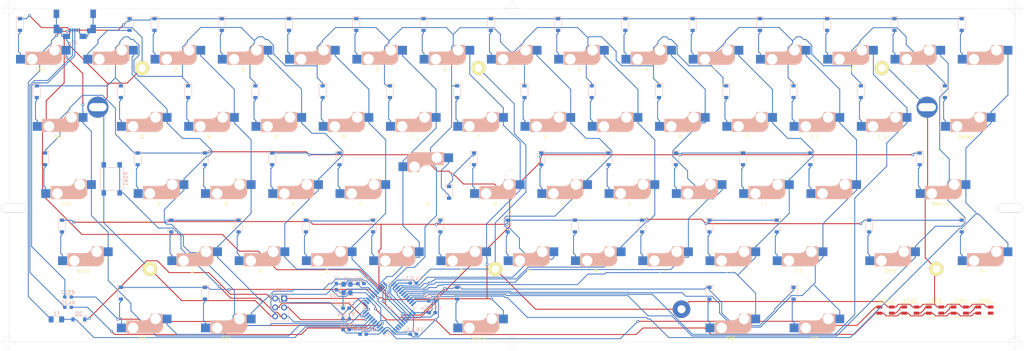
<source format=kicad_pcb>
(kicad_pcb (version 20171130) (host pcbnew "(5.1.9)-1")
  (title_block (title YUIOP60HH3) (date 2021-04-10) (rev 1) (company KaoriYa))
  (layers (0 F.Cu signal) (31 B.Cu signal) (34 B.Paste user) (35 F.Paste user) (36 B.SilkS user) (37 F.SilkS user) (38 B.Mask user) (39 F.Mask user) (44 Edge.Cuts user))
  (net 0 "")
  (net 1 GND)
  (net 2 /Controller/XTAL2)
  (net 3 /Controller/XTAL1)
  (net 4 VCC)
  (net 5 "Net-(C8-Pad2)")
  (net 6 /Controller/V_USB)
  (net 7 "Net-(D1-Pad2)")
  (net 8 /ROW_1)
  (net 9 "Net-(D2-Pad2)")
  (net 10 "Net-(D3-Pad2)")
  (net 11 "Net-(D4-Pad2)")
  (net 12 "Net-(D5-Pad2)")
  (net 13 "Net-(D6-Pad2)")
  (net 14 "Net-(D7-Pad2)")
  (net 15 "Net-(D8-Pad2)")
  (net 16 "Net-(D9-Pad2)")
  (net 17 "Net-(D10-Pad2)")
  (net 18 "Net-(D11-Pad2)")
  (net 19 "Net-(D12-Pad2)")
  (net 20 "Net-(D13-Pad2)")
  (net 21 "Net-(D14-Pad2)")
  (net 22 "Net-(D15-Pad2)")
  (net 23 "Net-(D16-Pad2)")
  (net 24 /ROW_2)
  (net 25 "Net-(D17-Pad2)")
  (net 26 "Net-(D18-Pad2)")
  (net 27 "Net-(D19-Pad2)")
  (net 28 "Net-(D20-Pad2)")
  (net 29 "Net-(D21-Pad2)")
  (net 30 "Net-(D22-Pad2)")
  (net 31 "Net-(D23-Pad2)")
  (net 32 "Net-(D24-Pad2)")
  (net 33 "Net-(D25-Pad2)")
  (net 34 "Net-(D26-Pad2)")
  (net 35 "Net-(D27-Pad2)")
  (net 36 "Net-(D28-Pad2)")
  (net 37 "Net-(D29-Pad2)")
  (net 38 "Net-(D30-Pad2)")
  (net 39 /ROW_3)
  (net 40 "Net-(D31-Pad2)")
  (net 41 "Net-(D32-Pad2)")
  (net 42 "Net-(D33-Pad2)")
  (net 43 "Net-(D34-Pad2)")
  (net 44 "Net-(D35-Pad2)")
  (net 45 "Net-(D36-Pad2)")
  (net 46 "Net-(D37-Pad2)")
  (net 47 "Net-(D38-Pad2)")
  (net 48 "Net-(D39-Pad2)")
  (net 49 "Net-(D40-Pad2)")
  (net 50 "Net-(D41-Pad2)")
  (net 51 "Net-(D42-Pad2)")
  (net 52 "Net-(D43-Pad2)")
  (net 53 /ROW_4)
  (net 54 "Net-(D44-Pad2)")
  (net 55 "Net-(D45-Pad2)")
  (net 56 "Net-(D46-Pad2)")
  (net 57 "Net-(D47-Pad2)")
  (net 58 "Net-(D48-Pad2)")
  (net 59 "Net-(D49-Pad2)")
  (net 60 "Net-(D50-Pad2)")
  (net 61 "Net-(D51-Pad2)")
  (net 62 "Net-(D52-Pad2)")
  (net 63 "Net-(D53-Pad2)")
  (net 64 "Net-(D54-Pad2)")
  (net 65 "Net-(D55-Pad2)")
  (net 66 "Net-(D56-Pad2)")
  (net 67 /ROW_5)
  (net 68 "Net-(D57-Pad2)")
  (net 69 "Net-(D58-Pad2)")
  (net 70 "Net-(D59-Pad2)")
  (net 71 "Net-(D60-Pad2)")
  (net 72 "Net-(F1-Pad2)")
  (net 73 "Net-(J1-Pad2)")
  (net 74 "Net-(J1-Pad3)")
  (net 75 /RESET)
  (net 76 /Controller/P10_B2_MOSI)
  (net 77 /Controller/P09_B1_SCLK)
  (net 78 /Controller/P11_B3_MISO)
  (net 79 /COL_01)
  (net 80 /COL_02)
  (net 81 /COL_03)
  (net 82 /COL_04)
  (net 83 /COL_05)
  (net 84 /COL_06)
  (net 85 /COL_07)
  (net 86 /COL_08)
  (net 87 /COL_09)
  (net 88 /COL_10)
  (net 89 /COL_11)
  (net 90 /COL_12)
  (net 91 /COL_13)
  (net 92 /COL_14)
  (net 93 /COL_15)
  (net 94 "Net-(LED1-Pad1)")
  (net 95 /LED_DATA)
  (net 96 "Net-(LED2-Pad1)")
  (net 97 "Net-(LED3-Pad1)")
  (net 98 "Net-(LED4-Pad1)")
  (net 99 "Net-(R2-Pad2)")
  (net 100 /Controller/D+)
  (net 101 /Controller/D-)
  (net 102 "Net-(J1-Pad4)")
  (net 103 "/LED Array/DOUT")
  (net 104 "Net-(U1-Pad42)")
  (net 105 /Controller/P41_F0)
  (module yuiop:Hole_2.2_4 (layer F.Cu) (at 208.125 174.115)
    (fp_text reference HOLE12 hide)
    (fp_text value Hole_2.2_4 hide)
    (pad "" thru_hole circle (at 0 0) (size 4 4) (drill 2.2) (layers *.Cu *.Mask F.SilkS) (net 1 GND))
  )
  (module yuiop:Hole_2.2_4 (layer F.Cu) (at 203.375 117.115)
    (fp_text reference HOLE11 hide)
    (fp_text value Hole_2.2_4 hide)
    (pad "" thru_hole circle (at 0 0) (size 4 4) (drill 2.2) (layers *.Cu *.Mask F.SilkS) (net 1 GND))
  )
  (module yuiop:Hole_2.2_4 (layer F.Cu) (at 333.025 174.065)
    (fp_text reference HOLE10 hide)
    (fp_text value Hole_2.2_4 hide)
    (pad "" thru_hole circle (at 0 0) (size 4 4) (drill 2.2) (layers *.Cu *.Mask F.SilkS) (net 1 GND))
  )
  (module yuiop:Hole_2.2_4 (layer F.Cu) (at 317.625 117.115)
    (fp_text reference HOLE9 hide)
    (fp_text value Hole_2.2_4 hide)
    (pad "" thru_hole circle (at 0 0) (size 4 4) (drill 2.2) (layers *.Cu *.Mask F.SilkS) (net 1 GND))
  )
  (module yuiop:Hole_2.2_4 (layer F.Cu) (at 110.375 174.115)
    (fp_text reference HOLE8 hide)
    (fp_text value Hole_2.2_4 hide)
    (pad "" thru_hole circle (at 0 0) (size 4 4) (drill 2.2) (layers *.Cu *.Mask F.SilkS) (net 1 GND))
  )
  (module yuiop:Hole_2.2_4 (layer F.Cu) (at 108.125 117.115)
    (fp_text reference HOLE7 hide)
    (fp_text value Hole_2.2_4 hide)
    (pad "" thru_hole circle (at 0 0) (size 4 4) (drill 2.2) (layers *.Cu *.Mask F.SilkS) (net 1 GND))
  )
  (module yuiop:Hole_7x2.5_10x5 (layer F.Cu) (at 353.915 156.815)
    (fp_text reference HOLE6 hide)
    (fp_text value Hole_7x2.5 hide)
    (pad "" thru_hole oval (at 0 0) (size 7 2.5) (drill oval 7 2.5) (layers *.Cu *.Mask))
  )
  (module yuiop:Hole_7x2.5_10x5 (layer F.Cu) (at 71.835 156.815)
    (fp_text reference HOLE5 hide)
    (fp_text value Hole_7x2.5 hide)
    (pad "" thru_hole oval (at 0 0) (size 7 2.5) (drill oval 7 2.5) (layers *.Cu *.Mask))
  )
  (module yuiop:Hole_5x2.5_7 (layer F.Cu) (at 260.875 185.515)
    (fp_text reference HOLE4 hide)
    (fp_text value Hole_5x2.3_6 hide)
    (pad "" thru_hole circle (at 0 0) (size 5 5) (drill 2.3) (layers *.Cu *.Mask) (net 1 GND))
  )
  (module yuiop:Hole_5x2.5_7 (layer F.Cu) (at 198.575 147.315)
    (fp_text reference HOLE3 hide)
    (fp_text value Hole_2.3 hide)
    (pad "" np_thru_hole circle (at 0 0) (size 2.3 2.3) (drill 2.3) (layers *.Cu *.Mask))
  )
  (module yuiop:Hole_5x2.5_7 (layer F.Cu) (at 330.425 128.225)
    (fp_text reference HOLE2 hide)
    (fp_text value Hole_5x2.3_6 hide)
    (pad "" thru_hole circle (at 0 0) (size 6 6) (drill oval 5 2.3) (layers *.Cu *.Mask) (net 1 GND))
  )
  (module yuiop:Hole_5x2.5_7 (layer F.Cu) (at 95.575 128.215)
    (fp_text reference HOLE1 hide)
    (fp_text value Hole_5x2.3_6 hide)
    (pad "" thru_hole circle (at 0 0) (size 6 6) (drill oval 5 2.3) (layers *.Cu *.Mask) (net 1 GND))
  )
  (module Resistor_SMD:R_0603_1608Metric_Pad0.98x0.95mm_HandSolder (layer B.Cu) (at 190.269 183.185 180)
    (fp_text reference R2 (at -1.524 1.27) (layer B.SilkS) (effects (justify mirror)))
    (fp_text value 10k (at 1.27 1.27) (layer B.SilkS) (effects (justify mirror)))
    (pad 2 smd roundrect (at 0.9125 0 180) (size 0.975 0.95) (layers B.Cu B.Paste B.Mask) (net 99 "Net-(R2-Pad2)"))
    (pad 1 smd roundrect (at -0.9125 0 180) (size 0.975 0.95) (layers B.Cu B.Paste B.Mask) (net 1 GND))
  )
  (module yuiop:Cherry_MX_Stabilizer_6.0u (layer F.Cu) (at 203.35 185.725)
    (fp_text reference STB2 hide)
    (fp_text value Cherry_MX_Stabilizer_6.0u hide)
    (pad "" np_thru_hole circle (at -47.563 6.985 180) (size 3.048 3.048) (drill 3.048) (layers *.Cu *.Mask))
    (pad "" np_thru_hole circle (at -47.563 -8.255 180) (size 3.9878 3.9878) (drill 3.9878) (layers *.Cu *.Mask))
    (pad "" np_thru_hole circle (at 47.563 -8.255 180) (size 3.9878 3.9878) (drill 3.9878) (layers *.Cu *.Mask))
    (pad "" np_thru_hole circle (at 47.563 6.985 180) (size 3.048 3.048) (drill 3.048) (layers *.Cu *.Mask))
  )
  (module Oscillator:Oscillator_SMD_SeikoEpson_SG8002CE-4Pin_3.2x2.5mm (layer B.Cu) (at 166.139 179.629 90)
    (fp_text reference X1 (at 2.715024 -0.12684 180) (layer B.SilkS) (effects (justify mirror)))
    (fp_text value XTAL)
    (pad 4 smd rect (at -1.2 0.95 90) (size 1.4 1.2) (layers B.Cu B.Paste B.Mask) (net 1 GND))
    (pad 3 smd rect (at 1.2 0.95 90) (size 1.4 1.2) (layers B.Cu B.Paste B.Mask) (net 3 /Controller/XTAL1))
    (pad 2 smd rect (at 1.2 -0.95 90) (size 1.4 1.2) (layers B.Cu B.Paste B.Mask) (net 1 GND))
    (pad 1 smd rect (at -1.2 -0.95 90) (size 1.4 1.2) (layers B.Cu B.Paste B.Mask) (net 2 /Controller/XTAL2))
  )
  (module Capacitor_SMD:C_0603_1608Metric_Pad1.08x0.95mm_HandSolder (layer B.Cu) (at 165.885 191.313)
    (fp_text reference C8 (at 1.524 -1.27) (layer B.SilkS) (effects (justify mirror)))
    (fp_text value 1u (at -0.762 -1.27) (layer B.SilkS) (effects (justify mirror)))
    (pad 2 smd roundrect (at 0.8625 0) (size 1.075 0.95) (layers B.Cu B.Paste B.Mask) (net 5 "Net-(C8-Pad2)"))
    (pad 1 smd roundrect (at -0.8625 0) (size 1.075 0.95) (layers B.Cu B.Paste B.Mask) (net 1 GND))
  )
  (module yuiop:Cherry_MX_Stabilizer (layer F.Cu) (at 334.319 147.625)
    (fp_text reference STB3 hide)
    (fp_text value Cherry_MX_Stabilizer hide)
    (pad "" np_thru_hole circle (at -11.938 6.985 180) (size 3.048 3.048) (drill 3.048) (layers *.Cu *.Mask))
    (pad "" np_thru_hole circle (at -11.938 -8.255 180) (size 3.9878 3.9878) (drill 3.9878) (layers *.Cu *.Mask))
    (pad "" np_thru_hole circle (at 11.938 -8.255 180) (size 3.9878 3.9878) (drill 3.9878) (layers *.Cu *.Mask))
    (pad "" np_thru_hole circle (at 11.938 6.985 180) (size 3.048 3.048) (drill 3.048) (layers *.Cu *.Mask))
  )
  (module yuiop:Cherry_MX_Stabilizer (layer F.Cu) (at 91.4307 166.675)
    (fp_text reference STB1 hide)
    (fp_text value Cherry_MX_Stabilizer hide)
    (pad "" np_thru_hole circle (at -11.938 6.985 180) (size 3.048 3.048) (drill 3.048) (layers *.Cu *.Mask))
    (pad "" np_thru_hole circle (at -11.938 -8.255 180) (size 3.9878 3.9878) (drill 3.9878) (layers *.Cu *.Mask))
    (pad "" np_thru_hole circle (at 11.938 -8.255 180) (size 3.9878 3.9878) (drill 3.9878) (layers *.Cu *.Mask))
    (pad "" np_thru_hole circle (at 11.938 6.985 180) (size 3.048 3.048) (drill 3.048) (layers *.Cu *.Mask))
  )
  (module Capacitor_SMD:C_0603_1608Metric_Pad1.08x0.95mm_HandSolder (layer B.Cu) (at 170.711 192.583 180)
    (fp_text reference C7 (at -1.778 1.27) (layer B.SilkS) (effects (justify mirror)))
    (fp_text value 4.7u (at 1.016 1.27) (layer B.SilkS) (effects (justify mirror)))
    (pad 2 smd roundrect (at 0.8625 0 180) (size 1.075 0.95) (layers B.Cu B.Paste B.Mask) (net 1 GND))
    (pad 1 smd roundrect (at -0.8625 0 180) (size 1.075 0.95) (layers B.Cu B.Paste B.Mask) (net 4 VCC))
  )
  (module Capacitor_SMD:C_0603_1608Metric_Pad1.08x0.95mm_HandSolder (layer B.Cu) (at 170.076 178.232)
    (fp_text reference C2 (at 1.524 -1.27) (layer B.SilkS) (effects (justify mirror)))
    (fp_text value 22p (at -1.016 -1.27) (layer B.SilkS) (effects (justify mirror)))
    (pad 1 smd roundrect (at -0.8625 0) (size 1.075 0.95) (layers B.Cu B.Paste B.Mask) (net 3 /Controller/XTAL1))
    (pad 2 smd roundrect (at 0.8625 0) (size 1.075 0.95) (layers B.Cu B.Paste B.Mask) (net 1 GND))
  )
  (module Capacitor_SMD:C_0603_1608Metric_Pad1.08x0.95mm_HandSolder (layer B.Cu) (at 163.091 179.121 90)
    (fp_text reference C1 (at 2.207025 0 180) (layer B.SilkS) (effects (justify mirror)))
    (fp_text value 22p (at -2.364975 -0.508 180) (layer B.SilkS) (effects (justify mirror)))
    (pad 2 smd roundrect (at 0.8625 0 90) (size 1.075 0.95) (layers B.Cu B.Paste B.Mask) (net 1 GND))
    (pad 1 smd roundrect (at -0.8625 0 90) (size 1.075 0.95) (layers B.Cu B.Paste B.Mask) (net 2 /Controller/XTAL2))
  )
  (module yuiop:Cherry_MX_Hotswap_1.0u (layer F.Cu) (at 298.6 185.725)
    (fp_text reference KSW60 hide)
    (fp_text value Alt (at 0 8 180) (layer F.SilkS))
    (pad "" np_thru_hole circle (at 3.81 2.54 180) (size 3 3) (drill 3) (layers *.Cu *.Mask))
    (pad "" np_thru_hole circle (at -2.54 5.08 180) (size 3 3) (drill 3) (layers *.Cu *.Mask))
    (pad 1 smd rect (at 7.085 2.54) (size 2.55 2.5) (layers B.Cu B.Paste B.Mask) (net 90 /COL_12))
    (pad "" np_thru_hole circle (at 0 0 270) (size 4.1 4.1) (drill 4.1) (layers *.Cu *.Mask))
    (pad "" np_thru_hole circle (at -5.08 0 180) (size 1.9 1.9) (drill 1.9) (layers *.Cu *.Mask))
    (pad "" np_thru_hole circle (at 5.08 0 180) (size 1.9 1.9) (drill 1.9) (layers *.Cu *.Mask))
    (pad 2 smd rect (at -5.842 5.08) (size 2.55 2.5) (layers B.Cu B.Paste B.Mask) (net 71 "Net-(D60-Pad2)"))
  )
  (module yuiop:Cherry_MX_Hotswap_1.0u (layer F.Cu) (at 274.788 185.725)
    (fp_text reference KSW59 hide)
    (fp_text value GUI (at 0 8 180) (layer F.SilkS))
    (pad "" np_thru_hole circle (at 3.81 2.54 180) (size 3 3) (drill 3) (layers *.Cu *.Mask))
    (pad "" np_thru_hole circle (at -2.54 5.08 180) (size 3 3) (drill 3) (layers *.Cu *.Mask))
    (pad 1 smd rect (at 7.085 2.54) (size 2.55 2.5) (layers B.Cu B.Paste B.Mask) (net 89 /COL_11))
    (pad "" np_thru_hole circle (at 0 0 270) (size 4.1 4.1) (drill 4.1) (layers *.Cu *.Mask))
    (pad "" np_thru_hole circle (at -5.08 0 180) (size 1.9 1.9) (drill 1.9) (layers *.Cu *.Mask))
    (pad "" np_thru_hole circle (at 5.08 0 180) (size 1.9 1.9) (drill 1.9) (layers *.Cu *.Mask))
    (pad 2 smd rect (at -5.842 5.08) (size 2.55 2.5) (layers B.Cu B.Paste B.Mask) (net 70 "Net-(D59-Pad2)"))
  )
  (module yuiop:Cherry_MX_Hotswap_1.0u (layer F.Cu) (at 203.35 185.725)
    (fp_text reference KSW58 hide)
    (fp_text value Space (at 0 8 180) (layer F.SilkS))
    (pad "" np_thru_hole circle (at 3.81 2.54 180) (size 3 3) (drill 3) (layers *.Cu *.Mask))
    (pad "" np_thru_hole circle (at -2.54 5.08 180) (size 3 3) (drill 3) (layers *.Cu *.Mask))
    (pad 1 smd rect (at 7.085 2.54) (size 2.55 2.5) (layers B.Cu B.Paste B.Mask) (net 85 /COL_07))
    (pad "" np_thru_hole circle (at 0 0 270) (size 4.1 4.1) (drill 4.1) (layers *.Cu *.Mask))
    (pad "" np_thru_hole circle (at -5.08 0 180) (size 1.9 1.9) (drill 1.9) (layers *.Cu *.Mask))
    (pad "" np_thru_hole circle (at 5.08 0 180) (size 1.9 1.9) (drill 1.9) (layers *.Cu *.Mask))
    (pad 2 smd rect (at -5.842 5.08) (size 2.55 2.5) (layers B.Cu B.Paste B.Mask) (net 69 "Net-(D58-Pad2)"))
  )
  (module yuiop:Cherry_MX_Hotswap_1.0u (layer F.Cu) (at 131.912 185.725)
    (fp_text reference KSW57 hide)
    (fp_text value GUI (at 0 8 180) (layer F.SilkS))
    (pad "" np_thru_hole circle (at 3.81 2.54 180) (size 3 3) (drill 3) (layers *.Cu *.Mask))
    (pad "" np_thru_hole circle (at -2.54 5.08 180) (size 3 3) (drill 3) (layers *.Cu *.Mask))
    (pad 1 smd rect (at 7.085 2.54) (size 2.55 2.5) (layers B.Cu B.Paste B.Mask) (net 81 /COL_03))
    (pad "" np_thru_hole circle (at 0 0 270) (size 4.1 4.1) (drill 4.1) (layers *.Cu *.Mask))
    (pad "" np_thru_hole circle (at -5.08 0 180) (size 1.9 1.9) (drill 1.9) (layers *.Cu *.Mask))
    (pad "" np_thru_hole circle (at 5.08 0 180) (size 1.9 1.9) (drill 1.9) (layers *.Cu *.Mask))
    (pad 2 smd rect (at -5.842 5.08) (size 2.55 2.5) (layers B.Cu B.Paste B.Mask) (net 68 "Net-(D57-Pad2)"))
  )
  (module yuiop:Cherry_MX_Hotswap_1.0u (layer F.Cu) (at 108.1 185.725)
    (fp_text reference KSW56 hide)
    (fp_text value Alt (at 0 8 180) (layer F.SilkS))
    (pad "" np_thru_hole circle (at 3.81 2.54 180) (size 3 3) (drill 3) (layers *.Cu *.Mask))
    (pad "" np_thru_hole circle (at -2.54 5.08 180) (size 3 3) (drill 3) (layers *.Cu *.Mask))
    (pad 1 smd rect (at 7.085 2.54) (size 2.55 2.5) (layers B.Cu B.Paste B.Mask) (net 80 /COL_02))
    (pad "" np_thru_hole circle (at 0 0 270) (size 4.1 4.1) (drill 4.1) (layers *.Cu *.Mask))
    (pad "" np_thru_hole circle (at -5.08 0 180) (size 1.9 1.9) (drill 1.9) (layers *.Cu *.Mask))
    (pad "" np_thru_hole circle (at 5.08 0 180) (size 1.9 1.9) (drill 1.9) (layers *.Cu *.Mask))
    (pad 2 smd rect (at -5.842 5.08) (size 2.55 2.5) (layers B.Cu B.Paste B.Mask) (net 66 "Net-(D56-Pad2)"))
  )
  (module yuiop:Cherry_MX_Hotswap_1.0u (layer F.Cu) (at 346.225 166.675)
    (fp_text reference KSW55 hide)
    (fp_text value Fn (at 0 8 180) (layer F.SilkS))
    (pad "" np_thru_hole circle (at 3.81 2.54 180) (size 3 3) (drill 3) (layers *.Cu *.Mask))
    (pad "" np_thru_hole circle (at -2.54 5.08 180) (size 3 3) (drill 3) (layers *.Cu *.Mask))
    (pad 1 smd rect (at 7.085 2.54) (size 2.55 2.5) (layers B.Cu B.Paste B.Mask) (net 93 /COL_15))
    (pad "" np_thru_hole circle (at 0 0 270) (size 4.1 4.1) (drill 4.1) (layers *.Cu *.Mask))
    (pad "" np_thru_hole circle (at -5.08 0 180) (size 1.9 1.9) (drill 1.9) (layers *.Cu *.Mask))
    (pad "" np_thru_hole circle (at 5.08 0 180) (size 1.9 1.9) (drill 1.9) (layers *.Cu *.Mask))
    (pad 2 smd rect (at -5.842 5.08) (size 2.55 2.5) (layers B.Cu B.Paste B.Mask) (net 65 "Net-(D55-Pad2)"))
  )
  (module yuiop:Cherry_MX_Hotswap_1.0u (layer F.Cu) (at 320.031 166.675)
    (fp_text reference KSW54 hide)
    (fp_text value Shift (at 0 8 180) (layer F.SilkS))
    (pad "" np_thru_hole circle (at 3.81 2.54 180) (size 3 3) (drill 3) (layers *.Cu *.Mask))
    (pad "" np_thru_hole circle (at -2.54 5.08 180) (size 3 3) (drill 3) (layers *.Cu *.Mask))
    (pad 1 smd rect (at 7.085 2.54) (size 2.55 2.5) (layers B.Cu B.Paste B.Mask) (net 92 /COL_14))
    (pad "" np_thru_hole circle (at 0 0 270) (size 4.1 4.1) (drill 4.1) (layers *.Cu *.Mask))
    (pad "" np_thru_hole circle (at -5.08 0 180) (size 1.9 1.9) (drill 1.9) (layers *.Cu *.Mask))
    (pad "" np_thru_hole circle (at 5.08 0 180) (size 1.9 1.9) (drill 1.9) (layers *.Cu *.Mask))
    (pad 2 smd rect (at -5.842 5.08) (size 2.55 2.5) (layers B.Cu B.Paste B.Mask) (net 64 "Net-(D54-Pad2)"))
  )
  (module yuiop:Cherry_MX_Hotswap_1.0u (layer F.Cu) (at 293.838 166.675)
    (fp_text reference KSW53 hide)
    (fp_text value "/ ?" (at 0 8 180) (layer F.SilkS))
    (pad "" np_thru_hole circle (at 3.81 2.54 180) (size 3 3) (drill 3) (layers *.Cu *.Mask))
    (pad "" np_thru_hole circle (at -2.54 5.08 180) (size 3 3) (drill 3) (layers *.Cu *.Mask))
    (pad 1 smd rect (at 7.085 2.54) (size 2.55 2.5) (layers B.Cu B.Paste B.Mask) (net 90 /COL_12))
    (pad "" np_thru_hole circle (at 0 0 270) (size 4.1 4.1) (drill 4.1) (layers *.Cu *.Mask))
    (pad "" np_thru_hole circle (at -5.08 0 180) (size 1.9 1.9) (drill 1.9) (layers *.Cu *.Mask))
    (pad "" np_thru_hole circle (at 5.08 0 180) (size 1.9 1.9) (drill 1.9) (layers *.Cu *.Mask))
    (pad 2 smd rect (at -5.842 5.08) (size 2.55 2.5) (layers B.Cu B.Paste B.Mask) (net 63 "Net-(D53-Pad2)"))
  )
  (module yuiop:Cherry_MX_Hotswap_1.0u (layer F.Cu) (at 274.788 166.675)
    (fp_text reference KSW52 hide)
    (fp_text value ". >" (at 0 8 180) (layer F.SilkS))
    (pad "" np_thru_hole circle (at 3.81 2.54 180) (size 3 3) (drill 3) (layers *.Cu *.Mask))
    (pad "" np_thru_hole circle (at -2.54 5.08 180) (size 3 3) (drill 3) (layers *.Cu *.Mask))
    (pad 1 smd rect (at 7.085 2.54) (size 2.55 2.5) (layers B.Cu B.Paste B.Mask) (net 89 /COL_11))
    (pad "" np_thru_hole circle (at 0 0 270) (size 4.1 4.1) (drill 4.1) (layers *.Cu *.Mask))
    (pad "" np_thru_hole circle (at -5.08 0 180) (size 1.9 1.9) (drill 1.9) (layers *.Cu *.Mask))
    (pad "" np_thru_hole circle (at 5.08 0 180) (size 1.9 1.9) (drill 1.9) (layers *.Cu *.Mask))
    (pad 2 smd rect (at -5.842 5.08) (size 2.55 2.5) (layers B.Cu B.Paste B.Mask) (net 62 "Net-(D52-Pad2)"))
  )
  (module yuiop:Cherry_MX_Hotswap_1.0u (layer F.Cu) (at 255.738 166.675)
    (fp_text reference KSW51 hide)
    (fp_text value ", <" (at 0 8 180) (layer F.SilkS))
    (pad "" np_thru_hole circle (at 3.81 2.54 180) (size 3 3) (drill 3) (layers *.Cu *.Mask))
    (pad "" np_thru_hole circle (at -2.54 5.08 180) (size 3 3) (drill 3) (layers *.Cu *.Mask))
    (pad 1 smd rect (at 7.085 2.54) (size 2.55 2.5) (layers B.Cu B.Paste B.Mask) (net 88 /COL_10))
    (pad "" np_thru_hole circle (at 0 0 270) (size 4.1 4.1) (drill 4.1) (layers *.Cu *.Mask))
    (pad "" np_thru_hole circle (at -5.08 0 180) (size 1.9 1.9) (drill 1.9) (layers *.Cu *.Mask))
    (pad "" np_thru_hole circle (at 5.08 0 180) (size 1.9 1.9) (drill 1.9) (layers *.Cu *.Mask))
    (pad 2 smd rect (at -5.842 5.08) (size 2.55 2.5) (layers B.Cu B.Paste B.Mask) (net 61 "Net-(D51-Pad2)"))
  )
  (module yuiop:Cherry_MX_Hotswap_1.0u (layer F.Cu) (at 236.688 166.675)
    (fp_text reference KSW50 hide)
    (fp_text value M (at 0 8 180) (layer F.SilkS))
    (pad "" np_thru_hole circle (at 3.81 2.54 180) (size 3 3) (drill 3) (layers *.Cu *.Mask))
    (pad "" np_thru_hole circle (at -2.54 5.08 180) (size 3 3) (drill 3) (layers *.Cu *.Mask))
    (pad 1 smd rect (at 7.085 2.54) (size 2.55 2.5) (layers B.Cu B.Paste B.Mask) (net 87 /COL_09))
    (pad "" np_thru_hole circle (at 0 0 270) (size 4.1 4.1) (drill 4.1) (layers *.Cu *.Mask))
    (pad "" np_thru_hole circle (at -5.08 0 180) (size 1.9 1.9) (drill 1.9) (layers *.Cu *.Mask))
    (pad "" np_thru_hole circle (at 5.08 0 180) (size 1.9 1.9) (drill 1.9) (layers *.Cu *.Mask))
    (pad 2 smd rect (at -5.842 5.08) (size 2.55 2.5) (layers B.Cu B.Paste B.Mask) (net 60 "Net-(D50-Pad2)"))
  )
  (module yuiop:Cherry_MX_Hotswap_1.0u (layer F.Cu) (at 217.638 166.675)
    (fp_text reference KSW49 hide)
    (fp_text value N (at 0 8 180) (layer F.SilkS))
    (pad "" np_thru_hole circle (at 3.81 2.54 180) (size 3 3) (drill 3) (layers *.Cu *.Mask))
    (pad "" np_thru_hole circle (at -2.54 5.08 180) (size 3 3) (drill 3) (layers *.Cu *.Mask))
    (pad 1 smd rect (at 7.085 2.54) (size 2.55 2.5) (layers B.Cu B.Paste B.Mask) (net 86 /COL_08))
    (pad "" np_thru_hole circle (at 0 0 270) (size 4.1 4.1) (drill 4.1) (layers *.Cu *.Mask))
    (pad "" np_thru_hole circle (at -5.08 0 180) (size 1.9 1.9) (drill 1.9) (layers *.Cu *.Mask))
    (pad "" np_thru_hole circle (at 5.08 0 180) (size 1.9 1.9) (drill 1.9) (layers *.Cu *.Mask))
    (pad 2 smd rect (at -5.842 5.08) (size 2.55 2.5) (layers B.Cu B.Paste B.Mask) (net 59 "Net-(D49-Pad2)"))
  )
  (module yuiop:Cherry_MX_Hotswap_1.0u (layer F.Cu) (at 198.588 166.675)
    (fp_text reference KSW48 hide)
    (fp_text value B (at 0 8 180) (layer F.SilkS))
    (pad "" np_thru_hole circle (at 3.81 2.54 180) (size 3 3) (drill 3) (layers *.Cu *.Mask))
    (pad "" np_thru_hole circle (at -2.54 5.08 180) (size 3 3) (drill 3) (layers *.Cu *.Mask))
    (pad 1 smd rect (at 7.085 2.54) (size 2.55 2.5) (layers B.Cu B.Paste B.Mask) (net 85 /COL_07))
    (pad "" np_thru_hole circle (at 0 0 270) (size 4.1 4.1) (drill 4.1) (layers *.Cu *.Mask))
    (pad "" np_thru_hole circle (at -5.08 0 180) (size 1.9 1.9) (drill 1.9) (layers *.Cu *.Mask))
    (pad "" np_thru_hole circle (at 5.08 0 180) (size 1.9 1.9) (drill 1.9) (layers *.Cu *.Mask))
    (pad 2 smd rect (at -5.842 5.08) (size 2.55 2.5) (layers B.Cu B.Paste B.Mask) (net 58 "Net-(D48-Pad2)"))
  )
  (module yuiop:Cherry_MX_Hotswap_1.0u (layer F.Cu) (at 179.538 166.675)
    (fp_text reference KSW47 hide)
    (fp_text value V (at 0 8 180) (layer F.SilkS))
    (pad "" np_thru_hole circle (at 3.81 2.54 180) (size 3 3) (drill 3) (layers *.Cu *.Mask))
    (pad "" np_thru_hole circle (at -2.54 5.08 180) (size 3 3) (drill 3) (layers *.Cu *.Mask))
    (pad 1 smd rect (at 7.085 2.54) (size 2.55 2.5) (layers B.Cu B.Paste B.Mask) (net 84 /COL_06))
    (pad "" np_thru_hole circle (at 0 0 270) (size 4.1 4.1) (drill 4.1) (layers *.Cu *.Mask))
    (pad "" np_thru_hole circle (at -5.08 0 180) (size 1.9 1.9) (drill 1.9) (layers *.Cu *.Mask))
    (pad "" np_thru_hole circle (at 5.08 0 180) (size 1.9 1.9) (drill 1.9) (layers *.Cu *.Mask))
    (pad 2 smd rect (at -5.842 5.08) (size 2.55 2.5) (layers B.Cu B.Paste B.Mask) (net 57 "Net-(D47-Pad2)"))
  )
  (module yuiop:Cherry_MX_Hotswap_1.0u (layer F.Cu) (at 160.488 166.675)
    (fp_text reference KSW46 hide)
    (fp_text value C (at 0 8 180) (layer F.SilkS))
    (pad "" np_thru_hole circle (at 3.81 2.54 180) (size 3 3) (drill 3) (layers *.Cu *.Mask))
    (pad "" np_thru_hole circle (at -2.54 5.08 180) (size 3 3) (drill 3) (layers *.Cu *.Mask))
    (pad 1 smd rect (at 7.085 2.54) (size 2.55 2.5) (layers B.Cu B.Paste B.Mask) (net 83 /COL_05))
    (pad "" np_thru_hole circle (at 0 0 270) (size 4.1 4.1) (drill 4.1) (layers *.Cu *.Mask))
    (pad "" np_thru_hole circle (at -5.08 0 180) (size 1.9 1.9) (drill 1.9) (layers *.Cu *.Mask))
    (pad "" np_thru_hole circle (at 5.08 0 180) (size 1.9 1.9) (drill 1.9) (layers *.Cu *.Mask))
    (pad 2 smd rect (at -5.842 5.08) (size 2.55 2.5) (layers B.Cu B.Paste B.Mask) (net 56 "Net-(D46-Pad2)"))
  )
  (module yuiop:Cherry_MX_Hotswap_1.0u (layer F.Cu) (at 141.438 166.675)
    (fp_text reference KSW45 hide)
    (fp_text value X (at 0 8 180) (layer F.SilkS))
    (pad "" np_thru_hole circle (at 3.81 2.54 180) (size 3 3) (drill 3) (layers *.Cu *.Mask))
    (pad "" np_thru_hole circle (at -2.54 5.08 180) (size 3 3) (drill 3) (layers *.Cu *.Mask))
    (pad 1 smd rect (at 7.085 2.54) (size 2.55 2.5) (layers B.Cu B.Paste B.Mask) (net 82 /COL_04))
    (pad "" np_thru_hole circle (at 0 0 270) (size 4.1 4.1) (drill 4.1) (layers *.Cu *.Mask))
    (pad "" np_thru_hole circle (at -5.08 0 180) (size 1.9 1.9) (drill 1.9) (layers *.Cu *.Mask))
    (pad "" np_thru_hole circle (at 5.08 0 180) (size 1.9 1.9) (drill 1.9) (layers *.Cu *.Mask))
    (pad 2 smd rect (at -5.842 5.08) (size 2.55 2.5) (layers B.Cu B.Paste B.Mask) (net 55 "Net-(D45-Pad2)"))
  )
  (module yuiop:Cherry_MX_Hotswap_1.0u (layer F.Cu) (at 122.388 166.675)
    (fp_text reference KSW44 hide)
    (fp_text value Z (at 0 8 180) (layer F.SilkS))
    (pad "" np_thru_hole circle (at 3.81 2.54 180) (size 3 3) (drill 3) (layers *.Cu *.Mask))
    (pad "" np_thru_hole circle (at -2.54 5.08 180) (size 3 3) (drill 3) (layers *.Cu *.Mask))
    (pad 1 smd rect (at 7.085 2.54) (size 2.55 2.5) (layers B.Cu B.Paste B.Mask) (net 81 /COL_03))
    (pad "" np_thru_hole circle (at 0 0 270) (size 4.1 4.1) (drill 4.1) (layers *.Cu *.Mask))
    (pad "" np_thru_hole circle (at -5.08 0 180) (size 1.9 1.9) (drill 1.9) (layers *.Cu *.Mask))
    (pad "" np_thru_hole circle (at 5.08 0 180) (size 1.9 1.9) (drill 1.9) (layers *.Cu *.Mask))
    (pad 2 smd rect (at -5.842 5.08) (size 2.55 2.5) (layers B.Cu B.Paste B.Mask) (net 54 "Net-(D44-Pad2)"))
  )
  (module yuiop:Cherry_MX_Hotswap_1.0u (layer F.Cu) (at 91.4312 166.675)
    (fp_text reference KSW43 hide)
    (fp_text value Shift (at 0 8 180) (layer F.SilkS))
    (pad "" np_thru_hole circle (at 3.81 2.54 180) (size 3 3) (drill 3) (layers *.Cu *.Mask))
    (pad "" np_thru_hole circle (at -2.54 5.08 180) (size 3 3) (drill 3) (layers *.Cu *.Mask))
    (pad 1 smd rect (at 7.085 2.54) (size 2.55 2.5) (layers B.Cu B.Paste B.Mask) (net 79 /COL_01))
    (pad "" np_thru_hole circle (at 0 0 270) (size 4.1 4.1) (drill 4.1) (layers *.Cu *.Mask))
    (pad "" np_thru_hole circle (at -5.08 0 180) (size 1.9 1.9) (drill 1.9) (layers *.Cu *.Mask))
    (pad "" np_thru_hole circle (at 5.08 0 180) (size 1.9 1.9) (drill 1.9) (layers *.Cu *.Mask))
    (pad 2 smd rect (at -5.842 5.08) (size 2.55 2.5) (layers B.Cu B.Paste B.Mask) (net 52 "Net-(D43-Pad2)"))
  )
  (module yuiop:Cherry_MX_Hotswap_1.0u (layer F.Cu) (at 334.319 147.625)
    (fp_text reference KSW42 hide)
    (fp_text value Return (at 0 8 180) (layer F.SilkS))
    (pad "" np_thru_hole circle (at 3.81 2.54 180) (size 3 3) (drill 3) (layers *.Cu *.Mask))
    (pad "" np_thru_hole circle (at -2.54 5.08 180) (size 3 3) (drill 3) (layers *.Cu *.Mask))
    (pad 1 smd rect (at 7.085 2.54) (size 2.55 2.5) (layers B.Cu B.Paste B.Mask) (net 93 /COL_15))
    (pad "" np_thru_hole circle (at 0 0 270) (size 4.1 4.1) (drill 4.1) (layers *.Cu *.Mask))
    (pad "" np_thru_hole circle (at -5.08 0 180) (size 1.9 1.9) (drill 1.9) (layers *.Cu *.Mask))
    (pad "" np_thru_hole circle (at 5.08 0 180) (size 1.9 1.9) (drill 1.9) (layers *.Cu *.Mask))
    (pad 2 smd rect (at -5.842 5.08) (size 2.55 2.5) (layers B.Cu B.Paste B.Mask) (net 51 "Net-(D42-Pad2)"))
  )
  (module yuiop:Cherry_MX_Hotswap_1.0u (layer F.Cu) (at 303.362 147.625)
    (fp_text reference KSW41 hide)
    (fp_text value "' \"" (at 0 8 180) (layer F.SilkS))
    (pad "" np_thru_hole circle (at 3.81 2.54 180) (size 3 3) (drill 3) (layers *.Cu *.Mask))
    (pad "" np_thru_hole circle (at -2.54 5.08 180) (size 3 3) (drill 3) (layers *.Cu *.Mask))
    (pad 1 smd rect (at 7.085 2.54) (size 2.55 2.5) (layers B.Cu B.Paste B.Mask) (net 90 /COL_12))
    (pad "" np_thru_hole circle (at 0 0 270) (size 4.1 4.1) (drill 4.1) (layers *.Cu *.Mask))
    (pad "" np_thru_hole circle (at -5.08 0 180) (size 1.9 1.9) (drill 1.9) (layers *.Cu *.Mask))
    (pad "" np_thru_hole circle (at 5.08 0 180) (size 1.9 1.9) (drill 1.9) (layers *.Cu *.Mask))
    (pad 2 smd rect (at -5.842 5.08) (size 2.55 2.5) (layers B.Cu B.Paste B.Mask) (net 50 "Net-(D41-Pad2)"))
  )
  (module yuiop:Cherry_MX_Hotswap_1.0u (layer F.Cu) (at 284.312 147.625)
    (fp_text reference KSW40 hide)
    (fp_text value "; :" (at 0 8 180) (layer F.SilkS))
    (pad 2 smd rect (at -5.842 5.08) (size 2.55 2.5) (layers B.Cu B.Paste B.Mask) (net 49 "Net-(D40-Pad2)"))
    (pad "" np_thru_hole circle (at 5.08 0 180) (size 1.9 1.9) (drill 1.9) (layers *.Cu *.Mask))
    (pad "" np_thru_hole circle (at -5.08 0 180) (size 1.9 1.9) (drill 1.9) (layers *.Cu *.Mask))
    (pad "" np_thru_hole circle (at 0 0 270) (size 4.1 4.1) (drill 4.1) (layers *.Cu *.Mask))
    (pad 1 smd rect (at 7.085 2.54) (size 2.55 2.5) (layers B.Cu B.Paste B.Mask) (net 89 /COL_11))
    (pad "" np_thru_hole circle (at -2.54 5.08 180) (size 3 3) (drill 3) (layers *.Cu *.Mask))
    (pad "" np_thru_hole circle (at 3.81 2.54 180) (size 3 3) (drill 3) (layers *.Cu *.Mask))
  )
  (module yuiop:Cherry_MX_Hotswap_1.0u (layer F.Cu) (at 265.262 147.625)
    (fp_text reference KSW39 hide)
    (fp_text value L (at 0 8 180) (layer F.SilkS))
    (pad "" np_thru_hole circle (at 3.81 2.54 180) (size 3 3) (drill 3) (layers *.Cu *.Mask))
    (pad "" np_thru_hole circle (at -2.54 5.08 180) (size 3 3) (drill 3) (layers *.Cu *.Mask))
    (pad 1 smd rect (at 7.085 2.54) (size 2.55 2.5) (layers B.Cu B.Paste B.Mask) (net 88 /COL_10))
    (pad "" np_thru_hole circle (at 0 0 270) (size 4.1 4.1) (drill 4.1) (layers *.Cu *.Mask))
    (pad "" np_thru_hole circle (at -5.08 0 180) (size 1.9 1.9) (drill 1.9) (layers *.Cu *.Mask))
    (pad "" np_thru_hole circle (at 5.08 0 180) (size 1.9 1.9) (drill 1.9) (layers *.Cu *.Mask))
    (pad 2 smd rect (at -5.842 5.08) (size 2.55 2.5) (layers B.Cu B.Paste B.Mask) (net 48 "Net-(D39-Pad2)"))
  )
  (module yuiop:Cherry_MX_Hotswap_1.0u (layer F.Cu) (at 246.212 147.625)
    (fp_text reference KSW38 hide)
    (fp_text value K (at 0 8 180) (layer F.SilkS))
    (pad "" np_thru_hole circle (at 3.81 2.54 180) (size 3 3) (drill 3) (layers *.Cu *.Mask))
    (pad "" np_thru_hole circle (at -2.54 5.08 180) (size 3 3) (drill 3) (layers *.Cu *.Mask))
    (pad 1 smd rect (at 7.085 2.54) (size 2.55 2.5) (layers B.Cu B.Paste B.Mask) (net 87 /COL_09))
    (pad "" np_thru_hole circle (at 0 0 270) (size 4.1 4.1) (drill 4.1) (layers *.Cu *.Mask))
    (pad "" np_thru_hole circle (at -5.08 0 180) (size 1.9 1.9) (drill 1.9) (layers *.Cu *.Mask))
    (pad "" np_thru_hole circle (at 5.08 0 180) (size 1.9 1.9) (drill 1.9) (layers *.Cu *.Mask))
    (pad 2 smd rect (at -5.842 5.08) (size 2.55 2.5) (layers B.Cu B.Paste B.Mask) (net 47 "Net-(D38-Pad2)"))
  )
  (module yuiop:Cherry_MX_Hotswap_1.0u (layer F.Cu) (at 227.162 147.625)
    (fp_text reference KSW37 hide)
    (fp_text value J (at 0 8 180) (layer F.SilkS))
    (pad "" np_thru_hole circle (at 3.81 2.54 180) (size 3 3) (drill 3) (layers *.Cu *.Mask))
    (pad "" np_thru_hole circle (at -2.54 5.08 180) (size 3 3) (drill 3) (layers *.Cu *.Mask))
    (pad 1 smd rect (at 7.085 2.54) (size 2.55 2.5) (layers B.Cu B.Paste B.Mask) (net 86 /COL_08))
    (pad "" np_thru_hole circle (at 0 0 270) (size 4.1 4.1) (drill 4.1) (layers *.Cu *.Mask))
    (pad "" np_thru_hole circle (at -5.08 0 180) (size 1.9 1.9) (drill 1.9) (layers *.Cu *.Mask))
    (pad "" np_thru_hole circle (at 5.08 0 180) (size 1.9 1.9) (drill 1.9) (layers *.Cu *.Mask))
    (pad 2 smd rect (at -5.842 5.08) (size 2.55 2.5) (layers B.Cu B.Paste B.Mask) (net 46 "Net-(D37-Pad2)"))
  )
  (module yuiop:Cherry_MX_Hotswap_1.0u (layer F.Cu) (at 208.112 147.625)
    (fp_text reference KSW36 hide)
    (fp_text value H (at 0 8 180) (layer F.SilkS))
    (pad "" np_thru_hole circle (at 3.81 2.54 180) (size 3 3) (drill 3) (layers *.Cu *.Mask))
    (pad "" np_thru_hole circle (at -2.54 5.08 180) (size 3 3) (drill 3) (layers *.Cu *.Mask))
    (pad 1 smd rect (at 7.085 2.54) (size 2.55 2.5) (layers B.Cu B.Paste B.Mask) (net 85 /COL_07))
    (pad "" np_thru_hole circle (at 0 0 270) (size 4.1 4.1) (drill 4.1) (layers *.Cu *.Mask))
    (pad "" np_thru_hole circle (at -5.08 0 180) (size 1.9 1.9) (drill 1.9) (layers *.Cu *.Mask))
    (pad "" np_thru_hole circle (at 5.08 0 180) (size 1.9 1.9) (drill 1.9) (layers *.Cu *.Mask))
    (pad 2 smd rect (at -5.842 5.08) (size 2.55 2.5) (layers B.Cu B.Paste B.Mask) (net 45 "Net-(D36-Pad2)"))
  )
  (module yuiop:Cherry_MX_Hotswap_1.0u (layer F.Cu) (at 189.062 147.625 180)
    (fp_text reference KSW35 hide)
    (fp_text value G (at 0 -8 180) (layer F.SilkS))
    (pad "" np_thru_hole circle (at 3.81 2.54) (size 3 3) (drill 3) (layers *.Cu *.Mask))
    (pad "" np_thru_hole circle (at -2.54 5.08) (size 3 3) (drill 3) (layers *.Cu *.Mask))
    (pad 1 smd rect (at 7.085 2.54 180) (size 2.55 2.5) (layers B.Cu B.Paste B.Mask) (net 84 /COL_06))
    (pad "" np_thru_hole circle (at 0 0 90) (size 4.1 4.1) (drill 4.1) (layers *.Cu *.Mask))
    (pad "" np_thru_hole circle (at -5.08 0) (size 1.9 1.9) (drill 1.9) (layers *.Cu *.Mask))
    (pad "" np_thru_hole circle (at 5.08 0) (size 1.9 1.9) (drill 1.9) (layers *.Cu *.Mask))
    (pad 2 smd rect (at -5.842 5.08 180) (size 2.55 2.5) (layers B.Cu B.Paste B.Mask) (net 44 "Net-(D35-Pad2)"))
  )
  (module yuiop:Cherry_MX_Hotswap_1.0u (layer F.Cu) (at 170.012 147.625)
    (fp_text reference KSW34 hide)
    (fp_text value F (at 0 8 180) (layer F.SilkS))
    (pad "" np_thru_hole circle (at 3.81 2.54 180) (size 3 3) (drill 3) (layers *.Cu *.Mask))
    (pad "" np_thru_hole circle (at -2.54 5.08 180) (size 3 3) (drill 3) (layers *.Cu *.Mask))
    (pad 1 smd rect (at 7.085 2.54) (size 2.55 2.5) (layers B.Cu B.Paste B.Mask) (net 83 /COL_05))
    (pad "" np_thru_hole circle (at 0 0 270) (size 4.1 4.1) (drill 4.1) (layers *.Cu *.Mask))
    (pad "" np_thru_hole circle (at -5.08 0 180) (size 1.9 1.9) (drill 1.9) (layers *.Cu *.Mask))
    (pad "" np_thru_hole circle (at 5.08 0 180) (size 1.9 1.9) (drill 1.9) (layers *.Cu *.Mask))
    (pad 2 smd rect (at -5.842 5.08) (size 2.55 2.5) (layers B.Cu B.Paste B.Mask) (net 43 "Net-(D34-Pad2)"))
  )
  (module yuiop:Cherry_MX_Hotswap_1.0u (layer F.Cu) (at 150.962 147.625)
    (fp_text reference KSW33 hide)
    (fp_text value D (at 0 8 180) (layer F.SilkS))
    (pad "" np_thru_hole circle (at 3.81 2.54 180) (size 3 3) (drill 3) (layers *.Cu *.Mask))
    (pad "" np_thru_hole circle (at -2.54 5.08 180) (size 3 3) (drill 3) (layers *.Cu *.Mask))
    (pad 1 smd rect (at 7.085 2.54) (size 2.55 2.5) (layers B.Cu B.Paste B.Mask) (net 82 /COL_04))
    (pad "" np_thru_hole circle (at 0 0 270) (size 4.1 4.1) (drill 4.1) (layers *.Cu *.Mask))
    (pad "" np_thru_hole circle (at -5.08 0 180) (size 1.9 1.9) (drill 1.9) (layers *.Cu *.Mask))
    (pad "" np_thru_hole circle (at 5.08 0 180) (size 1.9 1.9) (drill 1.9) (layers *.Cu *.Mask))
    (pad 2 smd rect (at -5.842 5.08) (size 2.55 2.5) (layers B.Cu B.Paste B.Mask) (net 42 "Net-(D33-Pad2)"))
  )
  (module yuiop:Cherry_MX_Hotswap_1.0u (layer F.Cu) (at 131.912 147.625)
    (fp_text reference KSW32 hide)
    (fp_text value S (at 0 8 180) (layer F.SilkS))
    (pad "" np_thru_hole circle (at 3.81 2.54 180) (size 3 3) (drill 3) (layers *.Cu *.Mask))
    (pad "" np_thru_hole circle (at -2.54 5.08 180) (size 3 3) (drill 3) (layers *.Cu *.Mask))
    (pad 1 smd rect (at 7.085 2.54) (size 2.55 2.5) (layers B.Cu B.Paste B.Mask) (net 81 /COL_03))
    (pad "" np_thru_hole circle (at 0 0 270) (size 4.1 4.1) (drill 4.1) (layers *.Cu *.Mask))
    (pad "" np_thru_hole circle (at -5.08 0 180) (size 1.9 1.9) (drill 1.9) (layers *.Cu *.Mask))
    (pad "" np_thru_hole circle (at 5.08 0 180) (size 1.9 1.9) (drill 1.9) (layers *.Cu *.Mask))
    (pad 2 smd rect (at -5.842 5.08) (size 2.55 2.5) (layers B.Cu B.Paste B.Mask) (net 41 "Net-(D32-Pad2)"))
  )
  (module yuiop:Cherry_MX_Hotswap_1.0u (layer F.Cu) (at 112.862 147.625)
    (fp_text reference KSW31 hide)
    (fp_text value A (at 0 8 180) (layer F.SilkS))
    (pad "" np_thru_hole circle (at 3.81 2.54 180) (size 3 3) (drill 3) (layers *.Cu *.Mask))
    (pad "" np_thru_hole circle (at -2.54 5.08 180) (size 3 3) (drill 3) (layers *.Cu *.Mask))
    (pad 1 smd rect (at 7.085 2.54) (size 2.55 2.5) (layers B.Cu B.Paste B.Mask) (net 80 /COL_02))
    (pad "" np_thru_hole circle (at 0 0 270) (size 4.1 4.1) (drill 4.1) (layers *.Cu *.Mask))
    (pad "" np_thru_hole circle (at -5.08 0 180) (size 1.9 1.9) (drill 1.9) (layers *.Cu *.Mask))
    (pad "" np_thru_hole circle (at 5.08 0 180) (size 1.9 1.9) (drill 1.9) (layers *.Cu *.Mask))
    (pad 2 smd rect (at -5.842 5.08) (size 2.55 2.5) (layers B.Cu B.Paste B.Mask) (net 40 "Net-(D31-Pad2)"))
  )
  (module yuiop:Cherry_MX_Hotswap_1.0u (layer F.Cu) (at 86.6688 147.625)
    (fp_text reference KSW30 hide)
    (fp_text value Ctrl (at 0 8 180) (layer F.SilkS))
    (pad "" np_thru_hole circle (at 3.81 2.54 180) (size 3 3) (drill 3) (layers *.Cu *.Mask))
    (pad "" np_thru_hole circle (at -2.54 5.08 180) (size 3 3) (drill 3) (layers *.Cu *.Mask))
    (pad 1 smd rect (at 7.085 2.54) (size 2.55 2.5) (layers B.Cu B.Paste B.Mask) (net 79 /COL_01))
    (pad "" np_thru_hole circle (at 0 0 270) (size 4.1 4.1) (drill 4.1) (layers *.Cu *.Mask))
    (pad "" np_thru_hole circle (at -5.08 0 180) (size 1.9 1.9) (drill 1.9) (layers *.Cu *.Mask))
    (pad "" np_thru_hole circle (at 5.08 0 180) (size 1.9 1.9) (drill 1.9) (layers *.Cu *.Mask))
    (pad 2 smd rect (at -5.842 5.08) (size 2.55 2.5) (layers B.Cu B.Paste B.Mask) (net 38 "Net-(D30-Pad2)"))
  )
  (module yuiop:Cherry_MX_Hotswap_1.0u (layer F.Cu) (at 341.462 128.575)
    (fp_text reference KSW29 hide)
    (fp_text value Delete (at 0 8 180) (layer F.SilkS))
    (pad "" np_thru_hole circle (at 3.81 2.54 180) (size 3 3) (drill 3) (layers *.Cu *.Mask))
    (pad "" np_thru_hole circle (at -2.54 5.08 180) (size 3 3) (drill 3) (layers *.Cu *.Mask))
    (pad 1 smd rect (at 7.085 2.54) (size 2.55 2.5) (layers B.Cu B.Paste B.Mask) (net 93 /COL_15))
    (pad "" np_thru_hole circle (at 0 0 270) (size 4.1 4.1) (drill 4.1) (layers *.Cu *.Mask))
    (pad "" np_thru_hole circle (at -5.08 0 180) (size 1.9 1.9) (drill 1.9) (layers *.Cu *.Mask))
    (pad "" np_thru_hole circle (at 5.08 0 180) (size 1.9 1.9) (drill 1.9) (layers *.Cu *.Mask))
    (pad 2 smd rect (at -5.842 5.08) (size 2.55 2.5) (layers B.Cu B.Paste B.Mask) (net 37 "Net-(D29-Pad2)"))
  )
  (module yuiop:Cherry_MX_Hotswap_1.0u (layer F.Cu) (at 317.65 128.575)
    (fp_text reference KSW28 hide)
    (fp_text value "] }" (at 0 8 180) (layer F.SilkS))
    (pad "" np_thru_hole circle (at 3.81 2.54 180) (size 3 3) (drill 3) (layers *.Cu *.Mask))
    (pad "" np_thru_hole circle (at -2.54 5.08 180) (size 3 3) (drill 3) (layers *.Cu *.Mask))
    (pad 1 smd rect (at 7.085 2.54) (size 2.55 2.5) (layers B.Cu B.Paste B.Mask) (net 91 /COL_13))
    (pad "" np_thru_hole circle (at 0 0 270) (size 4.1 4.1) (drill 4.1) (layers *.Cu *.Mask))
    (pad "" np_thru_hole circle (at -5.08 0 180) (size 1.9 1.9) (drill 1.9) (layers *.Cu *.Mask))
    (pad "" np_thru_hole circle (at 5.08 0 180) (size 1.9 1.9) (drill 1.9) (layers *.Cu *.Mask))
    (pad 2 smd rect (at -5.842 5.08) (size 2.55 2.5) (layers B.Cu B.Paste B.Mask) (net 36 "Net-(D28-Pad2)"))
  )
  (module yuiop:Cherry_MX_Hotswap_1.0u (layer F.Cu) (at 298.6 128.575)
    (fp_text reference KSW27 hide)
    (fp_text value "[ {" (at 0 8 180) (layer F.SilkS))
    (pad "" np_thru_hole circle (at 3.81 2.54 180) (size 3 3) (drill 3) (layers *.Cu *.Mask))
    (pad "" np_thru_hole circle (at -2.54 5.08 180) (size 3 3) (drill 3) (layers *.Cu *.Mask))
    (pad 1 smd rect (at 7.085 2.54) (size 2.55 2.5) (layers B.Cu B.Paste B.Mask) (net 90 /COL_12))
    (pad "" np_thru_hole circle (at 0 0 270) (size 4.1 4.1) (drill 4.1) (layers *.Cu *.Mask))
    (pad "" np_thru_hole circle (at -5.08 0 180) (size 1.9 1.9) (drill 1.9) (layers *.Cu *.Mask))
    (pad "" np_thru_hole circle (at 5.08 0 180) (size 1.9 1.9) (drill 1.9) (layers *.Cu *.Mask))
    (pad 2 smd rect (at -5.842 5.08) (size 2.55 2.5) (layers B.Cu B.Paste B.Mask) (net 35 "Net-(D27-Pad2)"))
  )
  (module yuiop:Cherry_MX_Hotswap_1.0u (layer F.Cu) (at 279.55 128.575)
    (fp_text reference KSW26 hide)
    (fp_text value P (at 0 8 180) (layer F.SilkS))
    (pad "" np_thru_hole circle (at 3.81 2.54 180) (size 3 3) (drill 3) (layers *.Cu *.Mask))
    (pad "" np_thru_hole circle (at -2.54 5.08 180) (size 3 3) (drill 3) (layers *.Cu *.Mask))
    (pad 1 smd rect (at 7.085 2.54) (size 2.55 2.5) (layers B.Cu B.Paste B.Mask) (net 89 /COL_11))
    (pad "" np_thru_hole circle (at 0 0 270) (size 4.1 4.1) (drill 4.1) (layers *.Cu *.Mask))
    (pad "" np_thru_hole circle (at -5.08 0 180) (size 1.9 1.9) (drill 1.9) (layers *.Cu *.Mask))
    (pad "" np_thru_hole circle (at 5.08 0 180) (size 1.9 1.9) (drill 1.9) (layers *.Cu *.Mask))
    (pad 2 smd rect (at -5.842 5.08) (size 2.55 2.5) (layers B.Cu B.Paste B.Mask) (net 34 "Net-(D26-Pad2)"))
  )
  (module yuiop:Cherry_MX_Hotswap_1.0u (layer F.Cu) (at 260.5 128.575)
    (fp_text reference KSW25 hide)
    (fp_text value O (at 0 8 180) (layer F.SilkS))
    (pad "" np_thru_hole circle (at 3.81 2.54 180) (size 3 3) (drill 3) (layers *.Cu *.Mask))
    (pad "" np_thru_hole circle (at -2.54 5.08 180) (size 3 3) (drill 3) (layers *.Cu *.Mask))
    (pad 1 smd rect (at 7.085 2.54) (size 2.55 2.5) (layers B.Cu B.Paste B.Mask) (net 88 /COL_10))
    (pad "" np_thru_hole circle (at 0 0 270) (size 4.1 4.1) (drill 4.1) (layers *.Cu *.Mask))
    (pad "" np_thru_hole circle (at -5.08 0 180) (size 1.9 1.9) (drill 1.9) (layers *.Cu *.Mask))
    (pad "" np_thru_hole circle (at 5.08 0 180) (size 1.9 1.9) (drill 1.9) (layers *.Cu *.Mask))
    (pad 2 smd rect (at -5.842 5.08) (size 2.55 2.5) (layers B.Cu B.Paste B.Mask) (net 33 "Net-(D25-Pad2)"))
  )
  (module yuiop:Cherry_MX_Hotswap_1.0u (layer F.Cu) (at 241.45 128.575)
    (fp_text reference KSW24 hide)
    (fp_text value I (at 0 8 180) (layer F.SilkS))
    (pad "" np_thru_hole circle (at 3.81 2.54 180) (size 3 3) (drill 3) (layers *.Cu *.Mask))
    (pad "" np_thru_hole circle (at -2.54 5.08 180) (size 3 3) (drill 3) (layers *.Cu *.Mask))
    (pad 1 smd rect (at 7.085 2.54) (size 2.55 2.5) (layers B.Cu B.Paste B.Mask) (net 87 /COL_09))
    (pad "" np_thru_hole circle (at 0 0 270) (size 4.1 4.1) (drill 4.1) (layers *.Cu *.Mask))
    (pad "" np_thru_hole circle (at -5.08 0 180) (size 1.9 1.9) (drill 1.9) (layers *.Cu *.Mask))
    (pad "" np_thru_hole circle (at 5.08 0 180) (size 1.9 1.9) (drill 1.9) (layers *.Cu *.Mask))
    (pad 2 smd rect (at -5.842 5.08) (size 2.55 2.5) (layers B.Cu B.Paste B.Mask) (net 32 "Net-(D24-Pad2)"))
  )
  (module yuiop:Cherry_MX_Hotswap_1.0u (layer F.Cu) (at 222.4 128.575)
    (fp_text reference KSW23 hide)
    (fp_text value U (at 0 8 180) (layer F.SilkS))
    (pad "" np_thru_hole circle (at 3.81 2.54 180) (size 3 3) (drill 3) (layers *.Cu *.Mask))
    (pad "" np_thru_hole circle (at -2.54 5.08 180) (size 3 3) (drill 3) (layers *.Cu *.Mask))
    (pad 1 smd rect (at 7.085 2.54) (size 2.55 2.5) (layers B.Cu B.Paste B.Mask) (net 86 /COL_08))
    (pad "" np_thru_hole circle (at 0 0 270) (size 4.1 4.1) (drill 4.1) (layers *.Cu *.Mask))
    (pad "" np_thru_hole circle (at -5.08 0 180) (size 1.9 1.9) (drill 1.9) (layers *.Cu *.Mask))
    (pad "" np_thru_hole circle (at 5.08 0 180) (size 1.9 1.9) (drill 1.9) (layers *.Cu *.Mask))
    (pad 2 smd rect (at -5.842 5.08) (size 2.55 2.5) (layers B.Cu B.Paste B.Mask) (net 31 "Net-(D23-Pad2)"))
  )
  (module yuiop:Cherry_MX_Hotswap_1.0u (layer F.Cu) (at 203.35 128.575)
    (fp_text reference KSW22 hide)
    (fp_text value Y (at 0 8 180) (layer F.SilkS))
    (pad "" np_thru_hole circle (at 3.81 2.54 180) (size 3 3) (drill 3) (layers *.Cu *.Mask))
    (pad "" np_thru_hole circle (at -2.54 5.08 180) (size 3 3) (drill 3) (layers *.Cu *.Mask))
    (pad 1 smd rect (at 7.085 2.54) (size 2.55 2.5) (layers B.Cu B.Paste B.Mask) (net 85 /COL_07))
    (pad "" np_thru_hole circle (at 0 0 270) (size 4.1 4.1) (drill 4.1) (layers *.Cu *.Mask))
    (pad "" np_thru_hole circle (at -5.08 0 180) (size 1.9 1.9) (drill 1.9) (layers *.Cu *.Mask))
    (pad "" np_thru_hole circle (at 5.08 0 180) (size 1.9 1.9) (drill 1.9) (layers *.Cu *.Mask))
    (pad 2 smd rect (at -5.842 5.08) (size 2.55 2.5) (layers B.Cu B.Paste B.Mask) (net 30 "Net-(D22-Pad2)"))
  )
  (module yuiop:Cherry_MX_Hotswap_1.0u (layer F.Cu) (at 184.3 128.575)
    (fp_text reference KSW21 hide)
    (fp_text value T (at 0 8 180) (layer F.SilkS))
    (pad "" np_thru_hole circle (at 3.81 2.54 180) (size 3 3) (drill 3) (layers *.Cu *.Mask))
    (pad "" np_thru_hole circle (at -2.54 5.08 180) (size 3 3) (drill 3) (layers *.Cu *.Mask))
    (pad 1 smd rect (at 7.085 2.54) (size 2.55 2.5) (layers B.Cu B.Paste B.Mask) (net 84 /COL_06))
    (pad "" np_thru_hole circle (at 0 0 270) (size 4.1 4.1) (drill 4.1) (layers *.Cu *.Mask))
    (pad "" np_thru_hole circle (at -5.08 0 180) (size 1.9 1.9) (drill 1.9) (layers *.Cu *.Mask))
    (pad "" np_thru_hole circle (at 5.08 0 180) (size 1.9 1.9) (drill 1.9) (layers *.Cu *.Mask))
    (pad 2 smd rect (at -5.842 5.08) (size 2.55 2.5) (layers B.Cu B.Paste B.Mask) (net 29 "Net-(D21-Pad2)"))
  )
  (module yuiop:Cherry_MX_Hotswap_1.0u (layer F.Cu) (at 165.25 128.575)
    (fp_text reference KSW20 hide)
    (fp_text value R (at 0 8 180) (layer F.SilkS))
    (pad "" np_thru_hole circle (at 3.81 2.54 180) (size 3 3) (drill 3) (layers *.Cu *.Mask))
    (pad "" np_thru_hole circle (at -2.54 5.08 180) (size 3 3) (drill 3) (layers *.Cu *.Mask))
    (pad 1 smd rect (at 7.085 2.54) (size 2.55 2.5) (layers B.Cu B.Paste B.Mask) (net 83 /COL_05))
    (pad "" np_thru_hole circle (at 0 0 270) (size 4.1 4.1) (drill 4.1) (layers *.Cu *.Mask))
    (pad "" np_thru_hole circle (at -5.08 0 180) (size 1.9 1.9) (drill 1.9) (layers *.Cu *.Mask))
    (pad "" np_thru_hole circle (at 5.08 0 180) (size 1.9 1.9) (drill 1.9) (layers *.Cu *.Mask))
    (pad 2 smd rect (at -5.842 5.08) (size 2.55 2.5) (layers B.Cu B.Paste B.Mask) (net 28 "Net-(D20-Pad2)"))
  )
  (module yuiop:Cherry_MX_Hotswap_1.0u (layer F.Cu) (at 146.2 128.575)
    (fp_text reference KSW19 hide)
    (fp_text value E (at 0 8 180) (layer F.SilkS))
    (pad "" np_thru_hole circle (at 3.81 2.54 180) (size 3 3) (drill 3) (layers *.Cu *.Mask))
    (pad "" np_thru_hole circle (at -2.54 5.08 180) (size 3 3) (drill 3) (layers *.Cu *.Mask))
    (pad 1 smd rect (at 7.085 2.54) (size 2.55 2.5) (layers B.Cu B.Paste B.Mask) (net 82 /COL_04))
    (pad "" np_thru_hole circle (at 0 0 270) (size 4.1 4.1) (drill 4.1) (layers *.Cu *.Mask))
    (pad "" np_thru_hole circle (at -5.08 0 180) (size 1.9 1.9) (drill 1.9) (layers *.Cu *.Mask))
    (pad "" np_thru_hole circle (at 5.08 0 180) (size 1.9 1.9) (drill 1.9) (layers *.Cu *.Mask))
    (pad 2 smd rect (at -5.842 5.08) (size 2.55 2.5) (layers B.Cu B.Paste B.Mask) (net 27 "Net-(D19-Pad2)"))
  )
  (module yuiop:Cherry_MX_Hotswap_1.0u (layer F.Cu) (at 127.15 128.575)
    (fp_text reference KSW18 hide)
    (fp_text value W (at 0 8 180) (layer F.SilkS))
    (pad "" np_thru_hole circle (at 3.81 2.54 180) (size 3 3) (drill 3) (layers *.Cu *.Mask))
    (pad "" np_thru_hole circle (at -2.54 5.08 180) (size 3 3) (drill 3) (layers *.Cu *.Mask))
    (pad 1 smd rect (at 7.085 2.54) (size 2.55 2.5) (layers B.Cu B.Paste B.Mask) (net 81 /COL_03))
    (pad "" np_thru_hole circle (at 0 0 270) (size 4.1 4.1) (drill 4.1) (layers *.Cu *.Mask))
    (pad "" np_thru_hole circle (at -5.08 0 180) (size 1.9 1.9) (drill 1.9) (layers *.Cu *.Mask))
    (pad "" np_thru_hole circle (at 5.08 0 180) (size 1.9 1.9) (drill 1.9) (layers *.Cu *.Mask))
    (pad 2 smd rect (at -5.842 5.08) (size 2.55 2.5) (layers B.Cu B.Paste B.Mask) (net 26 "Net-(D18-Pad2)"))
  )
  (module yuiop:Cherry_MX_Hotswap_1.0u (layer F.Cu) (at 108.1 128.575)
    (fp_text reference KSW17 hide)
    (fp_text value Q (at 0 8 180) (layer F.SilkS))
    (pad "" np_thru_hole circle (at 3.81 2.54 180) (size 3 3) (drill 3) (layers *.Cu *.Mask))
    (pad "" np_thru_hole circle (at -2.54 5.08 180) (size 3 3) (drill 3) (layers *.Cu *.Mask))
    (pad 1 smd rect (at 7.085 2.54) (size 2.55 2.5) (layers B.Cu B.Paste B.Mask) (net 80 /COL_02))
    (pad "" np_thru_hole circle (at 0 0 270) (size 4.1 4.1) (drill 4.1) (layers *.Cu *.Mask))
    (pad "" np_thru_hole circle (at -5.08 0 180) (size 1.9 1.9) (drill 1.9) (layers *.Cu *.Mask))
    (pad "" np_thru_hole circle (at 5.08 0 180) (size 1.9 1.9) (drill 1.9) (layers *.Cu *.Mask))
    (pad 2 smd rect (at -5.842 5.08) (size 2.55 2.5) (layers B.Cu B.Paste B.Mask) (net 25 "Net-(D17-Pad2)"))
  )
  (module yuiop:Cherry_MX_Hotswap_1.0u (layer F.Cu) (at 84.2875 128.575)
    (fp_text reference KSW16 hide)
    (fp_text value Tab (at 0 8 180) (layer F.SilkS))
    (pad "" np_thru_hole circle (at 3.81 2.54 180) (size 3 3) (drill 3) (layers *.Cu *.Mask))
    (pad "" np_thru_hole circle (at -2.54 5.08 180) (size 3 3) (drill 3) (layers *.Cu *.Mask))
    (pad 1 smd rect (at 7.085 2.54) (size 2.55 2.5) (layers B.Cu B.Paste B.Mask) (net 79 /COL_01))
    (pad "" np_thru_hole circle (at 0 0 270) (size 4.1 4.1) (drill 4.1) (layers *.Cu *.Mask))
    (pad "" np_thru_hole circle (at -5.08 0 180) (size 1.9 1.9) (drill 1.9) (layers *.Cu *.Mask))
    (pad "" np_thru_hole circle (at 5.08 0 180) (size 1.9 1.9) (drill 1.9) (layers *.Cu *.Mask))
    (pad 2 smd rect (at -5.842 5.08) (size 2.55 2.5) (layers B.Cu B.Paste B.Mask) (net 23 "Net-(D16-Pad2)"))
  )
  (module yuiop:Cherry_MX_Hotswap_1.0u (layer F.Cu) (at 346.225 109.525)
    (fp_text reference KSW15 hide)
    (fp_text value "` ~~" (at 0 8 180) (layer F.SilkS))
    (pad "" np_thru_hole circle (at 3.81 2.54 180) (size 3 3) (drill 3) (layers *.Cu *.Mask))
    (pad "" np_thru_hole circle (at -2.54 5.08 180) (size 3 3) (drill 3) (layers *.Cu *.Mask))
    (pad 1 smd rect (at 7.085 2.54) (size 2.55 2.5) (layers B.Cu B.Paste B.Mask) (net 93 /COL_15))
    (pad "" np_thru_hole circle (at 0 0 270) (size 4.1 4.1) (drill 4.1) (layers *.Cu *.Mask))
    (pad "" np_thru_hole circle (at -5.08 0 180) (size 1.9 1.9) (drill 1.9) (layers *.Cu *.Mask))
    (pad "" np_thru_hole circle (at 5.08 0 180) (size 1.9 1.9) (drill 1.9) (layers *.Cu *.Mask))
    (pad 2 smd rect (at -5.842 5.08) (size 2.55 2.5) (layers B.Cu B.Paste B.Mask) (net 22 "Net-(D15-Pad2)"))
  )
  (module yuiop:Cherry_MX_Hotswap_1.0u (layer F.Cu) (at 327.175 109.525)
    (fp_text reference KSW14 hide)
    (fp_text value "\\ _" (at 0 8 180) (layer F.SilkS))
    (pad "" np_thru_hole circle (at 3.81 2.54 180) (size 3 3) (drill 3) (layers *.Cu *.Mask))
    (pad "" np_thru_hole circle (at -2.54 5.08 180) (size 3 3) (drill 3) (layers *.Cu *.Mask))
    (pad 1 smd rect (at 7.085 2.54) (size 2.55 2.5) (layers B.Cu B.Paste B.Mask) (net 92 /COL_14))
    (pad "" np_thru_hole circle (at 0 0 270) (size 4.1 4.1) (drill 4.1) (layers *.Cu *.Mask))
    (pad "" np_thru_hole circle (at -5.08 0 180) (size 1.9 1.9) (drill 1.9) (layers *.Cu *.Mask))
    (pad "" np_thru_hole circle (at 5.08 0 180) (size 1.9 1.9) (drill 1.9) (layers *.Cu *.Mask))
    (pad 2 smd rect (at -5.842 5.08) (size 2.55 2.5) (layers B.Cu B.Paste B.Mask) (net 21 "Net-(D14-Pad2)"))
  )
  (module yuiop:Cherry_MX_Hotswap_1.0u (layer F.Cu) (at 308.125 109.525)
    (fp_text reference KSW13 hide)
    (fp_text value "= +" (at 0 8 180) (layer F.SilkS))
    (pad "" np_thru_hole circle (at 3.81 2.54 180) (size 3 3) (drill 3) (layers *.Cu *.Mask))
    (pad "" np_thru_hole circle (at -2.54 5.08 180) (size 3 3) (drill 3) (layers *.Cu *.Mask))
    (pad 1 smd rect (at 7.085 2.54) (size 2.55 2.5) (layers B.Cu B.Paste B.Mask) (net 91 /COL_13))
    (pad "" np_thru_hole circle (at 0 0 270) (size 4.1 4.1) (drill 4.1) (layers *.Cu *.Mask))
    (pad "" np_thru_hole circle (at -5.08 0 180) (size 1.9 1.9) (drill 1.9) (layers *.Cu *.Mask))
    (pad "" np_thru_hole circle (at 5.08 0 180) (size 1.9 1.9) (drill 1.9) (layers *.Cu *.Mask))
    (pad 2 smd rect (at -5.842 5.08) (size 2.55 2.5) (layers B.Cu B.Paste B.Mask) (net 20 "Net-(D13-Pad2)"))
  )
  (module yuiop:Cherry_MX_Hotswap_1.0u (layer F.Cu) (at 289.075 109.525)
    (fp_text reference KSW12 hide)
    (fp_text value "- _" (at 0 8 180) (layer F.SilkS))
    (pad "" np_thru_hole circle (at 3.81 2.54 180) (size 3 3) (drill 3) (layers *.Cu *.Mask))
    (pad "" np_thru_hole circle (at -2.54 5.08 180) (size 3 3) (drill 3) (layers *.Cu *.Mask))
    (pad 1 smd rect (at 7.085 2.54) (size 2.55 2.5) (layers B.Cu B.Paste B.Mask) (net 90 /COL_12))
    (pad "" np_thru_hole circle (at 0 0 270) (size 4.1 4.1) (drill 4.1) (layers *.Cu *.Mask))
    (pad "" np_thru_hole circle (at -5.08 0 180) (size 1.9 1.9) (drill 1.9) (layers *.Cu *.Mask))
    (pad "" np_thru_hole circle (at 5.08 0 180) (size 1.9 1.9) (drill 1.9) (layers *.Cu *.Mask))
    (pad 2 smd rect (at -5.842 5.08) (size 2.55 2.5) (layers B.Cu B.Paste B.Mask) (net 19 "Net-(D12-Pad2)"))
  )
  (module yuiop:Cherry_MX_Hotswap_1.0u (layer F.Cu) (at 270.025 109.525)
    (fp_text reference KSW11 hide)
    (fp_text value 0 (at 0 8 180) (layer F.SilkS))
    (pad "" np_thru_hole circle (at 3.81 2.54 180) (size 3 3) (drill 3) (layers *.Cu *.Mask))
    (pad "" np_thru_hole circle (at -2.54 5.08 180) (size 3 3) (drill 3) (layers *.Cu *.Mask))
    (pad 1 smd rect (at 7.085 2.54) (size 2.55 2.5) (layers B.Cu B.Paste B.Mask) (net 89 /COL_11))
    (pad "" np_thru_hole circle (at 0 0 270) (size 4.1 4.1) (drill 4.1) (layers *.Cu *.Mask))
    (pad "" np_thru_hole circle (at -5.08 0 180) (size 1.9 1.9) (drill 1.9) (layers *.Cu *.Mask))
    (pad "" np_thru_hole circle (at 5.08 0 180) (size 1.9 1.9) (drill 1.9) (layers *.Cu *.Mask))
    (pad 2 smd rect (at -5.842 5.08) (size 2.55 2.5) (layers B.Cu B.Paste B.Mask) (net 18 "Net-(D11-Pad2)"))
  )
  (module yuiop:Cherry_MX_Hotswap_1.0u (layer F.Cu) (at 250.975 109.525)
    (fp_text reference KSW10 hide)
    (fp_text value 9 (at 0 8 180) (layer F.SilkS))
    (pad "" np_thru_hole circle (at 3.81 2.54 180) (size 3 3) (drill 3) (layers *.Cu *.Mask))
    (pad "" np_thru_hole circle (at -2.54 5.08 180) (size 3 3) (drill 3) (layers *.Cu *.Mask))
    (pad 1 smd rect (at 7.085 2.54) (size 2.55 2.5) (layers B.Cu B.Paste B.Mask) (net 88 /COL_10))
    (pad "" np_thru_hole circle (at 0 0 270) (size 4.1 4.1) (drill 4.1) (layers *.Cu *.Mask))
    (pad "" np_thru_hole circle (at -5.08 0 180) (size 1.9 1.9) (drill 1.9) (layers *.Cu *.Mask))
    (pad "" np_thru_hole circle (at 5.08 0 180) (size 1.9 1.9) (drill 1.9) (layers *.Cu *.Mask))
    (pad 2 smd rect (at -5.842 5.08) (size 2.55 2.5) (layers B.Cu B.Paste B.Mask) (net 17 "Net-(D10-Pad2)"))
  )
  (module yuiop:Cherry_MX_Hotswap_1.0u (layer F.Cu) (at 231.925 109.525)
    (fp_text reference KSW9 hide)
    (fp_text value 8 (at 0 8 180) (layer F.SilkS))
    (pad "" np_thru_hole circle (at 3.81 2.54 180) (size 3 3) (drill 3) (layers *.Cu *.Mask))
    (pad "" np_thru_hole circle (at -2.54 5.08 180) (size 3 3) (drill 3) (layers *.Cu *.Mask))
    (pad 1 smd rect (at 7.085 2.54) (size 2.55 2.5) (layers B.Cu B.Paste B.Mask) (net 87 /COL_09))
    (pad "" np_thru_hole circle (at 0 0 270) (size 4.1 4.1) (drill 4.1) (layers *.Cu *.Mask))
    (pad "" np_thru_hole circle (at -5.08 0 180) (size 1.9 1.9) (drill 1.9) (layers *.Cu *.Mask))
    (pad "" np_thru_hole circle (at 5.08 0 180) (size 1.9 1.9) (drill 1.9) (layers *.Cu *.Mask))
    (pad 2 smd rect (at -5.842 5.08) (size 2.55 2.5) (layers B.Cu B.Paste B.Mask) (net 16 "Net-(D9-Pad2)"))
  )
  (module yuiop:Cherry_MX_Hotswap_1.0u (layer F.Cu) (at 212.875 109.525)
    (fp_text reference KSW8 hide)
    (fp_text value 7 (at 0 8 180) (layer F.SilkS))
    (pad "" np_thru_hole circle (at 3.81 2.54 180) (size 3 3) (drill 3) (layers *.Cu *.Mask))
    (pad "" np_thru_hole circle (at -2.54 5.08 180) (size 3 3) (drill 3) (layers *.Cu *.Mask))
    (pad 1 smd rect (at 7.085 2.54) (size 2.55 2.5) (layers B.Cu B.Paste B.Mask) (net 86 /COL_08))
    (pad "" np_thru_hole circle (at 0 0 270) (size 4.1 4.1) (drill 4.1) (layers *.Cu *.Mask))
    (pad "" np_thru_hole circle (at -5.08 0 180) (size 1.9 1.9) (drill 1.9) (layers *.Cu *.Mask))
    (pad "" np_thru_hole circle (at 5.08 0 180) (size 1.9 1.9) (drill 1.9) (layers *.Cu *.Mask))
    (pad 2 smd rect (at -5.842 5.08) (size 2.55 2.5) (layers B.Cu B.Paste B.Mask) (net 15 "Net-(D8-Pad2)"))
  )
  (module yuiop:Cherry_MX_Hotswap_1.0u (layer F.Cu) (at 193.825 109.525)
    (fp_text reference KSW7 hide)
    (fp_text value 6 (at 0 8 180) (layer F.SilkS))
    (pad "" np_thru_hole circle (at 3.81 2.54 180) (size 3 3) (drill 3) (layers *.Cu *.Mask))
    (pad "" np_thru_hole circle (at -2.54 5.08 180) (size 3 3) (drill 3) (layers *.Cu *.Mask))
    (pad 1 smd rect (at 7.085 2.54) (size 2.55 2.5) (layers B.Cu B.Paste B.Mask) (net 85 /COL_07))
    (pad "" np_thru_hole circle (at 0 0 270) (size 4.1 4.1) (drill 4.1) (layers *.Cu *.Mask))
    (pad "" np_thru_hole circle (at -5.08 0 180) (size 1.9 1.9) (drill 1.9) (layers *.Cu *.Mask))
    (pad "" np_thru_hole circle (at 5.08 0 180) (size 1.9 1.9) (drill 1.9) (layers *.Cu *.Mask))
    (pad 2 smd rect (at -5.842 5.08) (size 2.55 2.5) (layers B.Cu B.Paste B.Mask) (net 14 "Net-(D7-Pad2)"))
  )
  (module yuiop:Cherry_MX_Hotswap_1.0u (layer F.Cu) (at 174.775 109.525)
    (fp_text reference KSW6 hide)
    (fp_text value 5 (at 0 8 180) (layer F.SilkS))
    (pad "" np_thru_hole circle (at 3.81 2.54 180) (size 3 3) (drill 3) (layers *.Cu *.Mask))
    (pad "" np_thru_hole circle (at -2.54 5.08 180) (size 3 3) (drill 3) (layers *.Cu *.Mask))
    (pad 1 smd rect (at 7.085 2.54) (size 2.55 2.5) (layers B.Cu B.Paste B.Mask) (net 84 /COL_06))
    (pad "" np_thru_hole circle (at 0 0 270) (size 4.1 4.1) (drill 4.1) (layers *.Cu *.Mask))
    (pad "" np_thru_hole circle (at -5.08 0 180) (size 1.9 1.9) (drill 1.9) (layers *.Cu *.Mask))
    (pad "" np_thru_hole circle (at 5.08 0 180) (size 1.9 1.9) (drill 1.9) (layers *.Cu *.Mask))
    (pad 2 smd rect (at -5.842 5.08) (size 2.55 2.5) (layers B.Cu B.Paste B.Mask) (net 13 "Net-(D6-Pad2)"))
  )
  (module yuiop:Cherry_MX_Hotswap_1.0u (layer F.Cu) (at 155.725 109.525)
    (fp_text reference KSW5 hide)
    (fp_text value 4 (at 0 8 180) (layer F.SilkS))
    (pad "" np_thru_hole circle (at 3.81 2.54 180) (size 3 3) (drill 3) (layers *.Cu *.Mask))
    (pad "" np_thru_hole circle (at -2.54 5.08 180) (size 3 3) (drill 3) (layers *.Cu *.Mask))
    (pad 1 smd rect (at 7.085 2.54) (size 2.55 2.5) (layers B.Cu B.Paste B.Mask) (net 83 /COL_05))
    (pad "" np_thru_hole circle (at 0 0 270) (size 4.1 4.1) (drill 4.1) (layers *.Cu *.Mask))
    (pad "" np_thru_hole circle (at -5.08 0 180) (size 1.9 1.9) (drill 1.9) (layers *.Cu *.Mask))
    (pad "" np_thru_hole circle (at 5.08 0 180) (size 1.9 1.9) (drill 1.9) (layers *.Cu *.Mask))
    (pad 2 smd rect (at -5.842 5.08) (size 2.55 2.5) (layers B.Cu B.Paste B.Mask) (net 12 "Net-(D5-Pad2)"))
  )
  (module yuiop:Cherry_MX_Hotswap_1.0u (layer F.Cu) (at 136.675 109.525)
    (fp_text reference KSW4 hide)
    (fp_text value 3 (at 0 8 180) (layer F.SilkS))
    (pad "" np_thru_hole circle (at 3.81 2.54 180) (size 3 3) (drill 3) (layers *.Cu *.Mask))
    (pad "" np_thru_hole circle (at -2.54 5.08 180) (size 3 3) (drill 3) (layers *.Cu *.Mask))
    (pad 1 smd rect (at 7.085 2.54) (size 2.55 2.5) (layers B.Cu B.Paste B.Mask) (net 82 /COL_04))
    (pad "" np_thru_hole circle (at 0 0 270) (size 4.1 4.1) (drill 4.1) (layers *.Cu *.Mask))
    (pad "" np_thru_hole circle (at -5.08 0 180) (size 1.9 1.9) (drill 1.9) (layers *.Cu *.Mask))
    (pad "" np_thru_hole circle (at 5.08 0 180) (size 1.9 1.9) (drill 1.9) (layers *.Cu *.Mask))
    (pad 2 smd rect (at -5.842 5.08) (size 2.55 2.5) (layers B.Cu B.Paste B.Mask) (net 11 "Net-(D4-Pad2)"))
  )
  (module yuiop:Cherry_MX_Hotswap_1.0u (layer F.Cu) (at 117.625 109.525)
    (fp_text reference KSW3 hide)
    (fp_text value 2 (at 0 8 180) (layer F.SilkS))
    (pad "" np_thru_hole circle (at 3.81 2.54 180) (size 3 3) (drill 3) (layers *.Cu *.Mask))
    (pad "" np_thru_hole circle (at -2.54 5.08 180) (size 3 3) (drill 3) (layers *.Cu *.Mask))
    (pad 1 smd rect (at 7.085 2.54) (size 2.55 2.5) (layers B.Cu B.Paste B.Mask) (net 81 /COL_03))
    (pad "" np_thru_hole circle (at 0 0 270) (size 4.1 4.1) (drill 4.1) (layers *.Cu *.Mask))
    (pad "" np_thru_hole circle (at -5.08 0 180) (size 1.9 1.9) (drill 1.9) (layers *.Cu *.Mask))
    (pad "" np_thru_hole circle (at 5.08 0 180) (size 1.9 1.9) (drill 1.9) (layers *.Cu *.Mask))
    (pad 2 smd rect (at -5.842 5.08) (size 2.55 2.5) (layers B.Cu B.Paste B.Mask) (net 10 "Net-(D3-Pad2)"))
  )
  (module yuiop:Cherry_MX_Hotswap_1.0u (layer F.Cu) (at 98.575 109.525)
    (fp_text reference KSW2 hide)
    (fp_text value 1 (at 0 8 180) (layer F.SilkS))
    (pad "" np_thru_hole circle (at 3.81 2.54 180) (size 3 3) (drill 3) (layers *.Cu *.Mask))
    (pad "" np_thru_hole circle (at -2.54 5.08 180) (size 3 3) (drill 3) (layers *.Cu *.Mask))
    (pad 1 smd rect (at 7.085 2.54) (size 2.55 2.5) (layers B.Cu B.Paste B.Mask) (net 80 /COL_02))
    (pad "" np_thru_hole circle (at 0 0 270) (size 4.1 4.1) (drill 4.1) (layers *.Cu *.Mask))
    (pad "" np_thru_hole circle (at -5.08 0 180) (size 1.9 1.9) (drill 1.9) (layers *.Cu *.Mask))
    (pad "" np_thru_hole circle (at 5.08 0 180) (size 1.9 1.9) (drill 1.9) (layers *.Cu *.Mask))
    (pad 2 smd rect (at -5.842 5.08) (size 2.55 2.5) (layers B.Cu B.Paste B.Mask) (net 9 "Net-(D2-Pad2)"))
  )
  (module yuiop:Cherry_MX_Hotswap_1.0u (layer F.Cu) (at 79.525 109.525)
    (fp_text reference KSW1 hide)
    (fp_text value ESC (at 0 8 180) (layer F.SilkS))
    (pad "" np_thru_hole circle (at 3.81 2.54 180) (size 3 3) (drill 3) (layers *.Cu *.Mask))
    (pad "" np_thru_hole circle (at -2.54 5.08 180) (size 3 3) (drill 3) (layers *.Cu *.Mask))
    (pad 1 smd rect (at 7.085 2.54) (size 2.55 2.5) (layers B.Cu B.Paste B.Mask) (net 79 /COL_01))
    (pad "" np_thru_hole circle (at 0 0 270) (size 4.1 4.1) (drill 4.1) (layers *.Cu *.Mask))
    (pad "" np_thru_hole circle (at -5.08 0 180) (size 1.9 1.9) (drill 1.9) (layers *.Cu *.Mask))
    (pad "" np_thru_hole circle (at 5.08 0 180) (size 1.9 1.9) (drill 1.9) (layers *.Cu *.Mask))
    (pad 2 smd rect (at -5.842 5.08) (size 2.55 2.5) (layers B.Cu B.Paste B.Mask) (net 7 "Net-(D1-Pad2)"))
  )
  (module Package_QFP:TQFP-44_10x10mm_P0.8mm (layer B.Cu) (at 178.077 185.217 45)
    (fp_text reference U1 (at 0 0) (layer B.SilkS) (effects (justify mirror)))
    (fp_text value ATmega32U4-AU)
    (pad 1 smd rect (at -5.7 4 45) (size 1.5 0.55) (layers B.Cu B.Paste B.Mask) (net 95 /LED_DATA))
    (pad 2 smd rect (at -5.7 3.2 45) (size 1.5 0.55) (layers B.Cu B.Paste B.Mask) (net 4 VCC))
    (pad 3 smd rect (at -5.7 2.4 45) (size 1.5 0.55) (layers B.Cu B.Paste B.Mask) (net 101 /Controller/D-))
    (pad 4 smd rect (at -5.7 1.6 45) (size 1.5 0.55) (layers B.Cu B.Paste B.Mask) (net 100 /Controller/D+))
    (pad 5 smd rect (at -5.7 0.8 45) (size 1.5 0.55) (layers B.Cu B.Paste B.Mask) (net 1 GND))
    (pad 6 smd rect (at -5.7 0 45) (size 1.5 0.55) (layers B.Cu B.Paste B.Mask) (net 5 "Net-(C8-Pad2)"))
    (pad 7 smd rect (at -5.7 -0.8 45) (size 1.5 0.55) (layers B.Cu B.Paste B.Mask) (net 6 /Controller/V_USB))
    (pad 8 smd rect (at -5.7 -1.6 45) (size 1.5 0.55) (layers B.Cu B.Paste B.Mask) (net 79 /COL_01))
    (pad 9 smd rect (at -5.7 -2.4 45) (size 1.5 0.55) (layers B.Cu B.Paste B.Mask) (net 77 /Controller/P09_B1_SCLK))
    (pad 10 smd rect (at -5.7 -3.2 45) (size 1.5 0.55) (layers B.Cu B.Paste B.Mask) (net 76 /Controller/P10_B2_MOSI))
    (pad 11 smd rect (at -5.7 -4 45) (size 1.5 0.55) (layers B.Cu B.Paste B.Mask) (net 78 /Controller/P11_B3_MISO))
    (pad 12 smd rect (at -4 -5.7 315) (size 1.5 0.55) (layers B.Cu B.Paste B.Mask) (net 80 /COL_02))
    (pad 13 smd rect (at -3.2 -5.7 315) (size 1.5 0.55) (layers B.Cu B.Paste B.Mask) (net 75 /RESET))
    (pad 14 smd rect (at -2.4 -5.7 315) (size 1.5 0.55) (layers B.Cu B.Paste B.Mask) (net 4 VCC))
    (pad 15 smd rect (at -1.6 -5.7 315) (size 1.5 0.55) (layers B.Cu B.Paste B.Mask) (net 1 GND))
    (pad 16 smd rect (at -0.8 -5.7 315) (size 1.5 0.55) (layers B.Cu B.Paste B.Mask) (net 2 /Controller/XTAL2))
    (pad 17 smd rect (at 0 -5.7 315) (size 1.5 0.55) (layers B.Cu B.Paste B.Mask) (net 3 /Controller/XTAL1))
    (pad 18 smd rect (at 0.8 -5.7 315) (size 1.5 0.55) (layers B.Cu B.Paste B.Mask) (net 81 /COL_03))
    (pad 19 smd rect (at 1.6 -5.7 315) (size 1.5 0.55) (layers B.Cu B.Paste B.Mask) (net 82 /COL_04))
    (pad 20 smd rect (at 2.4 -5.7 315) (size 1.5 0.55) (layers B.Cu B.Paste B.Mask) (net 83 /COL_05))
    (pad 21 smd rect (at 3.2 -5.7 315) (size 1.5 0.55) (layers B.Cu B.Paste B.Mask) (net 84 /COL_06))
    (pad 22 smd rect (at 4 -5.7 315) (size 1.5 0.55) (layers B.Cu B.Paste B.Mask) (net 85 /COL_07))
    (pad 23 smd rect (at 5.7 -4 45) (size 1.5 0.55) (layers B.Cu B.Paste B.Mask) (net 1 GND))
    (pad 24 smd rect (at 5.7 -3.2 45) (size 1.5 0.55) (layers B.Cu B.Paste B.Mask) (net 4 VCC))
    (pad 25 smd rect (at 5.7 -2.4 45) (size 1.5 0.55) (layers B.Cu B.Paste B.Mask) (net 86 /COL_08))
    (pad 26 smd rect (at 5.7 -1.6 45) (size 1.5 0.55) (layers B.Cu B.Paste B.Mask) (net 87 /COL_09))
    (pad 27 smd rect (at 5.7 -0.8 45) (size 1.5 0.55) (layers B.Cu B.Paste B.Mask) (net 88 /COL_10))
    (pad 28 smd rect (at 5.7 0 45) (size 1.5 0.55) (layers B.Cu B.Paste B.Mask) (net 89 /COL_11))
    (pad 29 smd rect (at 5.7 0.8 45) (size 1.5 0.55) (layers B.Cu B.Paste B.Mask) (net 90 /COL_12))
    (pad 30 smd rect (at 5.7 1.6 45) (size 1.5 0.55) (layers B.Cu B.Paste B.Mask) (net 91 /COL_13))
    (pad 31 smd rect (at 5.7 2.4 45) (size 1.5 0.55) (layers B.Cu B.Paste B.Mask) (net 92 /COL_14))
    (pad 32 smd rect (at 5.7 3.2 45) (size 1.5 0.55) (layers B.Cu B.Paste B.Mask) (net 93 /COL_15))
    (pad 33 smd rect (at 5.7 4 45) (size 1.5 0.55) (layers B.Cu B.Paste B.Mask) (net 99 "Net-(R2-Pad2)"))
    (pad 34 smd rect (at 4 5.7 315) (size 1.5 0.55) (layers B.Cu B.Paste B.Mask) (net 4 VCC))
    (pad 35 smd rect (at 3.2 5.7 315) (size 1.5 0.55) (layers B.Cu B.Paste B.Mask) (net 1 GND))
    (pad 36 smd rect (at 2.4 5.7 315) (size 1.5 0.55) (layers B.Cu B.Paste B.Mask) (net 8 /ROW_1))
    (pad 37 smd rect (at 1.6 5.7 315) (size 1.5 0.55) (layers B.Cu B.Paste B.Mask) (net 24 /ROW_2))
    (pad 38 smd rect (at 0.8 5.7 315) (size 1.5 0.55) (layers B.Cu B.Paste B.Mask) (net 39 /ROW_3))
    (pad 39 smd rect (at 0 5.7 315) (size 1.5 0.55) (layers B.Cu B.Paste B.Mask) (net 53 /ROW_4))
    (pad 40 smd rect (at -0.8 5.7 315) (size 1.5 0.55) (layers B.Cu B.Paste B.Mask) (net 67 /ROW_5))
    (pad 41 smd rect (at -1.6 5.7 315) (size 1.5 0.55) (layers B.Cu B.Paste B.Mask) (net 105 /Controller/P41_F0))
    (pad 42 smd rect (at -2.4 5.7 315) (size 1.5 0.55) (layers B.Cu B.Paste B.Mask) (net 104 "Net-(U1-Pad42)"))
    (pad 43 smd rect (at -3.2 5.7 315) (size 1.5 0.55) (layers B.Cu B.Paste B.Mask) (net 1 GND))
    (pad 44 smd rect (at -4 5.7 315) (size 1.5 0.55) (layers B.Cu B.Paste B.Mask) (net 4 VCC))
  )
  (module Button_Switch_SMD:SW_Push_1P1T_NO_6x6mm_H9.5mm (layer B.Cu) (at 99.5148 148.54 90)
    (fp_text reference RSW1 (at 0 4.05 90) (layer B.SilkS) (effects (justify mirror)))
    (fp_text value RESET)
    (pad 2 smd rect (at 3.975 -2.25 90) (size 1.55 1.3) (layers B.Cu B.Paste B.Mask) (net 1 GND))
    (pad 1 smd rect (at 3.975 2.25 90) (size 1.55 1.3) (layers B.Cu B.Paste B.Mask) (net 75 /RESET))
    (pad 1 smd rect (at -3.975 2.25 90) (size 1.55 1.3) (layers B.Cu B.Paste B.Mask) (net 75 /RESET))
    (pad 2 smd rect (at -3.975 -2.25 90) (size 1.55 1.3) (layers B.Cu B.Paste B.Mask) (net 1 GND))
  )
  (module Resistor_SMD:R_0603_1608Metric_Pad0.98x0.95mm_HandSolder (layer B.Cu) (at 87.145 184.963 180)
    (fp_text reference R4 (at -1.016 1.27) (layer B.SilkS) (effects (justify mirror)))
    (fp_text value 22 (at 1.016 1.27) (layer B.SilkS) (effects (justify mirror)))
    (pad 2 smd roundrect (at 0.9125 0 180) (size 0.975 0.95) (layers B.Cu B.Paste B.Mask) (net 73 "Net-(J1-Pad2)"))
    (pad 1 smd roundrect (at -0.9125 0 180) (size 0.975 0.95) (layers B.Cu B.Paste B.Mask) (net 101 /Controller/D-))
  )
  (module Resistor_SMD:R_0603_1608Metric_Pad0.98x0.95mm_HandSolder (layer B.Cu) (at 87.145 182.042 180)
    (fp_text reference R3 (at -1.016 1.27) (layer B.SilkS) (effects (justify mirror)))
    (fp_text value 22 (at 1.016 1.27) (layer B.SilkS) (effects (justify mirror)))
    (pad 2 smd roundrect (at 0.9125 0 180) (size 0.975 0.95) (layers B.Cu B.Paste B.Mask) (net 74 "Net-(J1-Pad3)"))
    (pad 1 smd roundrect (at -0.9125 0 180) (size 0.975 0.95) (layers B.Cu B.Paste B.Mask) (net 100 /Controller/D+))
  )
  (module Resistor_SMD:R_0603_1608Metric_Pad0.98x0.95mm_HandSolder (layer B.Cu) (at 165.885 188.265)
    (fp_text reference R1 (at 1.524 -1.27) (layer B.SilkS) (effects (justify mirror)))
    (fp_text value 10k (at -1.27 -1.27) (layer B.SilkS) (effects (justify mirror)))
    (pad 2 smd roundrect (at 0.9125 0) (size 0.975 0.95) (layers B.Cu B.Paste B.Mask) (net 75 /RESET))
    (pad 1 smd roundrect (at -0.9125 0) (size 0.975 0.95) (layers B.Cu B.Paste B.Mask) (net 4 VCC))
  )
  (module LED_SMD:LED_SK6812MINI_PLCC4_3.5x3.5mm_P1.75mm (layer F.Cu) (at 346.669 185.756 180)
    (fp_text reference LED5 (at 0 2.6979) (layer F.SilkS))
    (fp_text value SK6812MINI)
    (pad 1 smd rect (at -1.75 -0.875 180) (size 1.6 0.85) (layers F.Cu F.Paste F.Mask) (net 103 "/LED Array/DOUT"))
    (pad 2 smd rect (at -1.75 0.875 180) (size 1.6 0.85) (layers F.Cu F.Paste F.Mask) (net 1 GND))
    (pad 4 smd rect (at 1.75 -0.875 180) (size 1.6 0.85) (layers F.Cu F.Paste F.Mask) (net 4 VCC))
    (pad 3 smd rect (at 1.75 0.875 180) (size 1.6 0.85) (layers F.Cu F.Paste F.Mask) (net 98 "Net-(LED4-Pad1)"))
  )
  (module LED_SMD:LED_SK6812MINI_PLCC4_3.5x3.5mm_P1.75mm (layer F.Cu) (at 339.669 185.756 180)
    (fp_text reference LED4 (at 0 2.6979) (layer F.SilkS))
    (fp_text value SK6812MINI)
    (pad 1 smd rect (at -1.75 -0.875 180) (size 1.6 0.85) (layers F.Cu F.Paste F.Mask) (net 98 "Net-(LED4-Pad1)"))
    (pad 2 smd rect (at -1.75 0.875 180) (size 1.6 0.85) (layers F.Cu F.Paste F.Mask) (net 1 GND))
    (pad 4 smd rect (at 1.75 -0.875 180) (size 1.6 0.85) (layers F.Cu F.Paste F.Mask) (net 4 VCC))
    (pad 3 smd rect (at 1.75 0.875 180) (size 1.6 0.85) (layers F.Cu F.Paste F.Mask) (net 97 "Net-(LED3-Pad1)"))
  )
  (module LED_SMD:LED_SK6812MINI_PLCC4_3.5x3.5mm_P1.75mm (layer F.Cu) (at 332.669 185.756 180)
    (fp_text reference LED3 (at 0 2.6979) (layer F.SilkS))
    (fp_text value SK6812MINI)
    (pad 1 smd rect (at -1.75 -0.875 180) (size 1.6 0.85) (layers F.Cu F.Paste F.Mask) (net 97 "Net-(LED3-Pad1)"))
    (pad 2 smd rect (at -1.75 0.875 180) (size 1.6 0.85) (layers F.Cu F.Paste F.Mask) (net 1 GND))
    (pad 4 smd rect (at 1.75 -0.875 180) (size 1.6 0.85) (layers F.Cu F.Paste F.Mask) (net 4 VCC))
    (pad 3 smd rect (at 1.75 0.875 180) (size 1.6 0.85) (layers F.Cu F.Paste F.Mask) (net 96 "Net-(LED2-Pad1)"))
  )
  (module LED_SMD:LED_SK6812MINI_PLCC4_3.5x3.5mm_P1.75mm (layer F.Cu) (at 325.669 185.756 180)
    (fp_text reference LED2 (at 0.01782 2.6979) (layer F.SilkS))
    (fp_text value SK6812MINI)
    (pad 1 smd rect (at -1.75 -0.875 180) (size 1.6 0.85) (layers F.Cu F.Paste F.Mask) (net 96 "Net-(LED2-Pad1)"))
    (pad 2 smd rect (at -1.75 0.875 180) (size 1.6 0.85) (layers F.Cu F.Paste F.Mask) (net 1 GND))
    (pad 4 smd rect (at 1.75 -0.875 180) (size 1.6 0.85) (layers F.Cu F.Paste F.Mask) (net 4 VCC))
    (pad 3 smd rect (at 1.75 0.875 180) (size 1.6 0.85) (layers F.Cu F.Paste F.Mask) (net 94 "Net-(LED1-Pad1)"))
  )
  (module LED_SMD:LED_SK6812MINI_PLCC4_3.5x3.5mm_P1.75mm (layer F.Cu) (at 318.669 185.756 180)
    (fp_text reference LED1 (at 0.00282 2.6979) (layer F.SilkS))
    (fp_text value SK6812MINI)
    (pad 1 smd rect (at -1.75 -0.875 180) (size 1.6 0.85) (layers F.Cu F.Paste F.Mask) (net 94 "Net-(LED1-Pad1)"))
    (pad 2 smd rect (at -1.75 0.875 180) (size 1.6 0.85) (layers F.Cu F.Paste F.Mask) (net 1 GND))
    (pad 4 smd rect (at 1.75 -0.875 180) (size 1.6 0.85) (layers F.Cu F.Paste F.Mask) (net 4 VCC))
    (pad 3 smd rect (at 1.75 0.875 180) (size 1.6 0.85) (layers F.Cu F.Paste F.Mask) (net 95 /LED_DATA))
  )
  (module Connector_PinHeader_2.54mm:PinHeader_2x03_P2.54mm_Vertical (layer B.Cu) (at 148.336 182.455 180)
    (fp_text reference J2 hide)
    (fp_text value ISP (at 1.247 2.3179) (layer B.SilkS) (effects (justify mirror)))
    (pad 6 thru_hole oval (at 2.54 -5.08 180) (size 1.7 1.7) (drill 1) (layers *.Cu *.Mask) (net 1 GND))
    (pad 5 thru_hole oval (at 0 -5.08 180) (size 1.7 1.7) (drill 1) (layers *.Cu *.Mask) (net 75 /RESET))
    (pad 4 thru_hole oval (at 2.54 -2.54 180) (size 1.7 1.7) (drill 1) (layers *.Cu *.Mask) (net 76 /Controller/P10_B2_MOSI))
    (pad 3 thru_hole oval (at 0 -2.54 180) (size 1.7 1.7) (drill 1) (layers *.Cu *.Mask) (net 77 /Controller/P09_B1_SCLK))
    (pad 2 thru_hole oval (at 2.54 0 180) (size 1.7 1.7) (drill 1) (layers *.Cu *.Mask) (net 4 VCC))
    (pad 1 thru_hole rect (at 0 0 180) (size 1.7 1.7) (drill 1) (layers *.Cu *.Mask) (net 78 /Controller/P11_B3_MISO))
  )
  (module KeyboardController:USB-MicroB_ZX62M-B-5P (layer B.Cu) (at 89.05 101.727)
    (fp_text reference J1 (at 0 8.1) (layer B.SilkS) (effects (justify mirror)))
    (fp_text value USB_B_Micro)
    (pad 5 smd rect (at 1.3 4.625) (size 0.4 1.05) (layers B.Cu B.Paste B.Mask) (net 1 GND))
    (pad 4 smd rect (at 0.65 4.625) (size 0.4 1.05) (layers B.Cu B.Paste B.Mask) (net 102 "Net-(J1-Pad4)"))
    (pad 3 smd rect (at 0 4.625) (size 0.4 1.05) (layers B.Cu B.Paste B.Mask) (net 74 "Net-(J1-Pad3)"))
    (pad 2 smd rect (at -0.65 4.625) (size 0.4 1.05) (layers B.Cu B.Paste B.Mask) (net 73 "Net-(J1-Pad2)"))
    (pad 1 smd rect (at -1.3 4.625) (size 0.4 1.05) (layers B.Cu B.Paste B.Mask) (net 72 "Net-(F1-Pad2)"))
    (pad 6 smd rect (at -2.35 6.4) (size 2 1.5) (layers B.Cu B.Paste B.Mask) (net 1 GND))
    (pad 6 smd rect (at 2.35 6.4) (size 2 1.5) (layers B.Cu B.Paste B.Mask) (net 1 GND))
    (pad 6 smd rect (at -5.2 0) (size 1.6 2.4) (layers B.Cu B.Paste B.Mask) (net 1 GND))
    (pad 6 smd rect (at 5.2 0) (size 1.6 2.4) (layers B.Cu B.Paste B.Mask) (net 1 GND))
    (pad 6 smd custom (at -5.2 4.3) (size 0.01 0.01) (layers B.Cu B.Paste B.Mask) (net 1 GND) (options (clearance outline) (anchor circle)) (primitives (gr_poly (pts (xy 1.75 0.9) (xy 1.75 -0.2) (xy 0.8 -0.2) (xy 0.8 -1.2) (xy -0.8 -1.2) (xy -0.8 1.2) (xy 1.45 1.2)) (width 0.01))))
    (pad 6 smd custom (at 5.2 4.3) (size 0.01 0.01) (layers B.Cu B.Paste B.Mask) (net 1 GND) (options (clearance outline) (anchor circle)) (primitives (gr_poly (pts (xy -1.75 0.9) (xy -1.75 -0.2) (xy -0.8 -0.2) (xy -0.8 -1.2) (xy 0.8 -1.2) (xy 0.8 1.2) (xy -1.45 1.2)) (width 0.01))))
  )
  (module Fuse:Fuse_1206_3216Metric_Pad1.42x1.75mm_HandSolder (layer B.Cu) (at 83.843 188.392 180)
    (fp_text reference F1 (at 0 1.651) (layer B.SilkS) (effects (justify mirror)))
    (fp_text value Fuse)
    (pad 2 smd roundrect (at 1.4875 0 180) (size 1.425 1.75) (layers B.Cu B.Paste B.Mask) (roundrect_rratio 0.175439) (net 72 "Net-(F1-Pad2)"))
    (pad 1 smd roundrect (at -1.4875 0 180) (size 1.425 1.75) (layers B.Cu B.Paste B.Mask) (roundrect_rratio 0.175439) (net 6 /Controller/V_USB))
  )
  (module yuiop:D_SOD-123 (layer F.Cu) (at 292.6 180.975 90)
    (fp_text reference D60 hide)
    (fp_text value 1N4148W hide)
    (pad 2 smd rect (at -1.65 0 270) (size 0.9 1.2) (layers B.Cu B.Paste B.Mask) (net 71 "Net-(D60-Pad2)"))
    (pad 1 smd rect (at 1.65 0 270) (size 0.9 1.2) (layers B.Cu B.Paste B.Mask) (net 67 /ROW_5))
  )
  (module yuiop:D_SOD-123 (layer F.Cu) (at 268.788 180.975 90)
    (fp_text reference D59 hide)
    (fp_text value 1N4148W hide)
    (pad 2 smd rect (at -1.65 0 270) (size 0.9 1.2) (layers B.Cu B.Paste B.Mask) (net 70 "Net-(D59-Pad2)"))
    (pad 1 smd rect (at 1.65 0 270) (size 0.9 1.2) (layers B.Cu B.Paste B.Mask) (net 67 /ROW_5))
  )
  (module yuiop:D_SOD-123 (layer F.Cu) (at 197.35 180.975 90)
    (fp_text reference D58 hide)
    (fp_text value 1N4148W hide)
    (pad 2 smd rect (at -1.65 0 270) (size 0.9 1.2) (layers B.Cu B.Paste B.Mask) (net 69 "Net-(D58-Pad2)"))
    (pad 1 smd rect (at 1.65 0 270) (size 0.9 1.2) (layers B.Cu B.Paste B.Mask) (net 67 /ROW_5))
  )
  (module yuiop:D_SOD-123 (layer F.Cu) (at 125.912 180.975 90)
    (fp_text reference D57 hide)
    (fp_text value 1N4148W hide)
    (pad 2 smd rect (at -1.65 0 270) (size 0.9 1.2) (layers B.Cu B.Paste B.Mask) (net 68 "Net-(D57-Pad2)"))
    (pad 1 smd rect (at 1.65 0 270) (size 0.9 1.2) (layers B.Cu B.Paste B.Mask) (net 67 /ROW_5))
  )
  (module yuiop:D_SOD-123 (layer F.Cu) (at 102.1 180.975 90)
    (fp_text reference D56 hide)
    (fp_text value 1N4148W hide)
    (pad 2 smd rect (at -1.65 0 270) (size 0.9 1.2) (layers B.Cu B.Paste B.Mask) (net 66 "Net-(D56-Pad2)"))
    (pad 1 smd rect (at 1.65 0 270) (size 0.9 1.2) (layers B.Cu B.Paste B.Mask) (net 67 /ROW_5))
  )
  (module yuiop:D_SOD-123 (layer F.Cu) (at 340.225 161.925 90)
    (fp_text reference D55 hide)
    (fp_text value 1N4148W hide)
    (pad 2 smd rect (at -1.65 0 270) (size 0.9 1.2) (layers B.Cu B.Paste B.Mask) (net 65 "Net-(D55-Pad2)"))
    (pad 1 smd rect (at 1.65 0 270) (size 0.9 1.2) (layers B.Cu B.Paste B.Mask) (net 53 /ROW_4))
  )
  (module yuiop:D_SOD-123 (layer F.Cu) (at 314.031 161.925 90)
    (fp_text reference D54 hide)
    (fp_text value 1N4148W hide)
    (pad 2 smd rect (at -1.65 0 270) (size 0.9 1.2) (layers B.Cu B.Paste B.Mask) (net 64 "Net-(D54-Pad2)"))
    (pad 1 smd rect (at 1.65 0 270) (size 0.9 1.2) (layers B.Cu B.Paste B.Mask) (net 53 /ROW_4))
  )
  (module yuiop:D_SOD-123 (layer F.Cu) (at 287.838 161.925 90)
    (fp_text reference D53 hide)
    (fp_text value 1N4148W hide)
    (pad 2 smd rect (at -1.65 0 270) (size 0.9 1.2) (layers B.Cu B.Paste B.Mask) (net 63 "Net-(D53-Pad2)"))
    (pad 1 smd rect (at 1.65 0 270) (size 0.9 1.2) (layers B.Cu B.Paste B.Mask) (net 53 /ROW_4))
  )
  (module yuiop:D_SOD-123 (layer F.Cu) (at 268.788 161.925 90)
    (fp_text reference D52 hide)
    (fp_text value 1N4148W hide)
    (pad 2 smd rect (at -1.65 0 270) (size 0.9 1.2) (layers B.Cu B.Paste B.Mask) (net 62 "Net-(D52-Pad2)"))
    (pad 1 smd rect (at 1.65 0 270) (size 0.9 1.2) (layers B.Cu B.Paste B.Mask) (net 53 /ROW_4))
  )
  (module yuiop:D_SOD-123 (layer F.Cu) (at 249.738 161.925 90)
    (fp_text reference D51 hide)
    (fp_text value 1N4148W hide)
    (pad 2 smd rect (at -1.65 0 270) (size 0.9 1.2) (layers B.Cu B.Paste B.Mask) (net 61 "Net-(D51-Pad2)"))
    (pad 1 smd rect (at 1.65 0 270) (size 0.9 1.2) (layers B.Cu B.Paste B.Mask) (net 53 /ROW_4))
  )
  (module yuiop:D_SOD-123 (layer F.Cu) (at 230.688 161.925 90)
    (fp_text reference D50 hide)
    (fp_text value 1N4148W hide)
    (pad 2 smd rect (at -1.65 0 270) (size 0.9 1.2) (layers B.Cu B.Paste B.Mask) (net 60 "Net-(D50-Pad2)"))
    (pad 1 smd rect (at 1.65 0 270) (size 0.9 1.2) (layers B.Cu B.Paste B.Mask) (net 53 /ROW_4))
  )
  (module yuiop:D_SOD-123 (layer F.Cu) (at 211.638 161.925 90)
    (fp_text reference D49 hide)
    (fp_text value 1N4148W hide)
    (pad 2 smd rect (at -1.65 0 270) (size 0.9 1.2) (layers B.Cu B.Paste B.Mask) (net 59 "Net-(D49-Pad2)"))
    (pad 1 smd rect (at 1.65 0 270) (size 0.9 1.2) (layers B.Cu B.Paste B.Mask) (net 53 /ROW_4))
  )
  (module yuiop:D_SOD-123 (layer F.Cu) (at 192.588 161.925 90)
    (fp_text reference D48 hide)
    (fp_text value 1N4148W hide)
    (pad 2 smd rect (at -1.65 0 270) (size 0.9 1.2) (layers B.Cu B.Paste B.Mask) (net 58 "Net-(D48-Pad2)"))
    (pad 1 smd rect (at 1.65 0 270) (size 0.9 1.2) (layers B.Cu B.Paste B.Mask) (net 53 /ROW_4))
  )
  (module yuiop:D_SOD-123 (layer F.Cu) (at 173.538 161.925 90)
    (fp_text reference D47 hide)
    (fp_text value 1N4148W hide)
    (pad 2 smd rect (at -1.65 0 270) (size 0.9 1.2) (layers B.Cu B.Paste B.Mask) (net 57 "Net-(D47-Pad2)"))
    (pad 1 smd rect (at 1.65 0 270) (size 0.9 1.2) (layers B.Cu B.Paste B.Mask) (net 53 /ROW_4))
  )
  (module yuiop:D_SOD-123 (layer F.Cu) (at 154.488 161.925 90)
    (fp_text reference D46 hide)
    (fp_text value 1N4148W hide)
    (pad 2 smd rect (at -1.65 0 270) (size 0.9 1.2) (layers B.Cu B.Paste B.Mask) (net 56 "Net-(D46-Pad2)"))
    (pad 1 smd rect (at 1.65 0 270) (size 0.9 1.2) (layers B.Cu B.Paste B.Mask) (net 53 /ROW_4))
  )
  (module yuiop:D_SOD-123 (layer F.Cu) (at 135.438 161.925 90)
    (fp_text reference D45 hide)
    (fp_text value 1N4148W hide)
    (pad 2 smd rect (at -1.65 0 270) (size 0.9 1.2) (layers B.Cu B.Paste B.Mask) (net 55 "Net-(D45-Pad2)"))
    (pad 1 smd rect (at 1.65 0 270) (size 0.9 1.2) (layers B.Cu B.Paste B.Mask) (net 53 /ROW_4))
  )
  (module yuiop:D_SOD-123 (layer F.Cu) (at 116.388 161.925 90)
    (fp_text reference D44 hide)
    (fp_text value 1N4148W hide)
    (pad 2 smd rect (at -1.65 0 270) (size 0.9 1.2) (layers B.Cu B.Paste B.Mask) (net 54 "Net-(D44-Pad2)"))
    (pad 1 smd rect (at 1.65 0 270) (size 0.9 1.2) (layers B.Cu B.Paste B.Mask) (net 53 /ROW_4))
  )
  (module yuiop:D_SOD-123 (layer F.Cu) (at 85.4312 161.925 90)
    (fp_text reference D43 hide)
    (fp_text value 1N4148W hide)
    (pad 2 smd rect (at -1.65 0 270) (size 0.9 1.2) (layers B.Cu B.Paste B.Mask) (net 52 "Net-(D43-Pad2)"))
    (pad 1 smd rect (at 1.65 0 270) (size 0.9 1.2) (layers B.Cu B.Paste B.Mask) (net 53 /ROW_4))
  )
  (module yuiop:D_SOD-123 (layer F.Cu) (at 328.319 142.875 90)
    (fp_text reference D42 hide)
    (fp_text value 1N4148W hide)
    (pad 2 smd rect (at -1.65 0 270) (size 0.9 1.2) (layers B.Cu B.Paste B.Mask) (net 51 "Net-(D42-Pad2)"))
    (pad 1 smd rect (at 1.65 0 270) (size 0.9 1.2) (layers B.Cu B.Paste B.Mask) (net 39 /ROW_3))
  )
  (module yuiop:D_SOD-123 (layer F.Cu) (at 297.362 142.875 90)
    (fp_text reference D41 hide)
    (fp_text value 1N4148W hide)
    (pad 2 smd rect (at -1.65 0 270) (size 0.9 1.2) (layers B.Cu B.Paste B.Mask) (net 50 "Net-(D41-Pad2)"))
    (pad 1 smd rect (at 1.65 0 270) (size 0.9 1.2) (layers B.Cu B.Paste B.Mask) (net 39 /ROW_3))
  )
  (module yuiop:D_SOD-123 (layer F.Cu) (at 278.312 142.875 90)
    (fp_text reference D40 hide)
    (fp_text value 1N4148W hide)
    (pad 2 smd rect (at -1.65 0 270) (size 0.9 1.2) (layers B.Cu B.Paste B.Mask) (net 49 "Net-(D40-Pad2)"))
    (pad 1 smd rect (at 1.65 0 270) (size 0.9 1.2) (layers B.Cu B.Paste B.Mask) (net 39 /ROW_3))
  )
  (module yuiop:D_SOD-123 (layer F.Cu) (at 259.262 142.875 90)
    (fp_text reference D39 hide)
    (fp_text value 1N4148W hide)
    (pad 2 smd rect (at -1.65 0 270) (size 0.9 1.2) (layers B.Cu B.Paste B.Mask) (net 48 "Net-(D39-Pad2)"))
    (pad 1 smd rect (at 1.65 0 270) (size 0.9 1.2) (layers B.Cu B.Paste B.Mask) (net 39 /ROW_3))
  )
  (module yuiop:D_SOD-123 (layer F.Cu) (at 240.212 142.875 90)
    (fp_text reference D38 hide)
    (fp_text value 1N4148W hide)
    (pad 2 smd rect (at -1.65 0 270) (size 0.9 1.2) (layers B.Cu B.Paste B.Mask) (net 47 "Net-(D38-Pad2)"))
    (pad 1 smd rect (at 1.65 0 270) (size 0.9 1.2) (layers B.Cu B.Paste B.Mask) (net 39 /ROW_3))
  )
  (module yuiop:D_SOD-123 (layer F.Cu) (at 221.162 142.875 90)
    (fp_text reference D37 hide)
    (fp_text value 1N4148W hide)
    (pad 2 smd rect (at -1.65 0 270) (size 0.9 1.2) (layers B.Cu B.Paste B.Mask) (net 46 "Net-(D37-Pad2)"))
    (pad 1 smd rect (at 1.65 0 270) (size 0.9 1.2) (layers B.Cu B.Paste B.Mask) (net 39 /ROW_3))
  )
  (module yuiop:D_SOD-123 (layer F.Cu) (at 202.112 142.875 90)
    (fp_text reference D36 hide)
    (fp_text value 1N4148W hide)
    (pad 2 smd rect (at -1.65 0 270) (size 0.9 1.2) (layers B.Cu B.Paste B.Mask) (net 45 "Net-(D36-Pad2)"))
    (pad 1 smd rect (at 1.65 0 270) (size 0.9 1.2) (layers B.Cu B.Paste B.Mask) (net 39 /ROW_3))
  )
  (module yuiop:D_SOD-123 (layer F.Cu) (at 195.062 152.375 90)
    (fp_text reference D35 hide)
    (fp_text value 1N4148W hide)
    (pad 2 smd rect (at -1.65 0 270) (size 0.9 1.2) (layers B.Cu B.Paste B.Mask) (net 44 "Net-(D35-Pad2)"))
    (pad 1 smd rect (at 1.65 0 270) (size 0.9 1.2) (layers B.Cu B.Paste B.Mask) (net 39 /ROW_3))
  )
  (module yuiop:D_SOD-123 (layer F.Cu) (at 164.012 142.875 90)
    (fp_text reference D34 hide)
    (fp_text value 1N4148W hide)
    (pad 2 smd rect (at -1.65 0 270) (size 0.9 1.2) (layers B.Cu B.Paste B.Mask) (net 43 "Net-(D34-Pad2)"))
    (pad 1 smd rect (at 1.65 0 270) (size 0.9 1.2) (layers B.Cu B.Paste B.Mask) (net 39 /ROW_3))
  )
  (module yuiop:D_SOD-123 (layer F.Cu) (at 144.962 142.875 90)
    (fp_text reference D33 hide)
    (fp_text value 1N4148W hide)
    (pad 2 smd rect (at -1.65 0 270) (size 0.9 1.2) (layers B.Cu B.Paste B.Mask) (net 42 "Net-(D33-Pad2)"))
    (pad 1 smd rect (at 1.65 0 270) (size 0.9 1.2) (layers B.Cu B.Paste B.Mask) (net 39 /ROW_3))
  )
  (module yuiop:D_SOD-123 (layer F.Cu) (at 125.912 142.875 90)
    (fp_text reference D32 hide)
    (fp_text value 1N4148W hide)
    (pad 2 smd rect (at -1.65 0 270) (size 0.9 1.2) (layers B.Cu B.Paste B.Mask) (net 41 "Net-(D32-Pad2)"))
    (pad 1 smd rect (at 1.65 0 270) (size 0.9 1.2) (layers B.Cu B.Paste B.Mask) (net 39 /ROW_3))
  )
  (module yuiop:D_SOD-123 (layer F.Cu) (at 106.862 142.875 90)
    (fp_text reference D31 hide)
    (fp_text value 1N4148W hide)
    (pad 2 smd rect (at -1.65 0 270) (size 0.9 1.2) (layers B.Cu B.Paste B.Mask) (net 40 "Net-(D31-Pad2)"))
    (pad 1 smd rect (at 1.65 0 270) (size 0.9 1.2) (layers B.Cu B.Paste B.Mask) (net 39 /ROW_3))
  )
  (module yuiop:D_SOD-123 (layer F.Cu) (at 80.6688 142.875 90)
    (fp_text reference D30 hide)
    (fp_text value 1N4148W hide)
    (pad 2 smd rect (at -1.65 0 270) (size 0.9 1.2) (layers B.Cu B.Paste B.Mask) (net 38 "Net-(D30-Pad2)"))
    (pad 1 smd rect (at 1.65 0 270) (size 0.9 1.2) (layers B.Cu B.Paste B.Mask) (net 39 /ROW_3))
  )
  (module yuiop:D_SOD-123 (layer F.Cu) (at 335.462 123.825 90)
    (fp_text reference D29 hide)
    (fp_text value 1N4148W hide)
    (pad 2 smd rect (at -1.65 0 270) (size 0.9 1.2) (layers B.Cu B.Paste B.Mask) (net 37 "Net-(D29-Pad2)"))
    (pad 1 smd rect (at 1.65 0 270) (size 0.9 1.2) (layers B.Cu B.Paste B.Mask) (net 24 /ROW_2))
  )
  (module yuiop:D_SOD-123 (layer F.Cu) (at 311.65 123.825 90)
    (fp_text reference D28 hide)
    (fp_text value 1N4148W hide)
    (pad 2 smd rect (at -1.65 0 270) (size 0.9 1.2) (layers B.Cu B.Paste B.Mask) (net 36 "Net-(D28-Pad2)"))
    (pad 1 smd rect (at 1.65 0 270) (size 0.9 1.2) (layers B.Cu B.Paste B.Mask) (net 24 /ROW_2))
  )
  (module yuiop:D_SOD-123 (layer F.Cu) (at 292.6 123.825 90)
    (fp_text reference D27 hide)
    (fp_text value 1N4148W hide)
    (pad 2 smd rect (at -1.65 0 270) (size 0.9 1.2) (layers B.Cu B.Paste B.Mask) (net 35 "Net-(D27-Pad2)"))
    (pad 1 smd rect (at 1.65 0 270) (size 0.9 1.2) (layers B.Cu B.Paste B.Mask) (net 24 /ROW_2))
  )
  (module yuiop:D_SOD-123 (layer F.Cu) (at 273.55 123.825 90)
    (fp_text reference D26 hide)
    (fp_text value 1N4148W hide)
    (pad 2 smd rect (at -1.65 0 270) (size 0.9 1.2) (layers B.Cu B.Paste B.Mask) (net 34 "Net-(D26-Pad2)"))
    (pad 1 smd rect (at 1.65 0 270) (size 0.9 1.2) (layers B.Cu B.Paste B.Mask) (net 24 /ROW_2))
  )
  (module yuiop:D_SOD-123 (layer F.Cu) (at 254.5 123.825 90)
    (fp_text reference D25 hide)
    (fp_text value 1N4148W hide)
    (pad 2 smd rect (at -1.65 0 270) (size 0.9 1.2) (layers B.Cu B.Paste B.Mask) (net 33 "Net-(D25-Pad2)"))
    (pad 1 smd rect (at 1.65 0 270) (size 0.9 1.2) (layers B.Cu B.Paste B.Mask) (net 24 /ROW_2))
  )
  (module yuiop:D_SOD-123 (layer F.Cu) (at 235.45 123.825 90)
    (fp_text reference D24 hide)
    (fp_text value 1N4148W hide)
    (pad 2 smd rect (at -1.65 0 270) (size 0.9 1.2) (layers B.Cu B.Paste B.Mask) (net 32 "Net-(D24-Pad2)"))
    (pad 1 smd rect (at 1.65 0 270) (size 0.9 1.2) (layers B.Cu B.Paste B.Mask) (net 24 /ROW_2))
  )
  (module yuiop:D_SOD-123 (layer F.Cu) (at 216.4 123.825 90)
    (fp_text reference D23 hide)
    (fp_text value 1N4148W hide)
    (pad 2 smd rect (at -1.65 0 270) (size 0.9 1.2) (layers B.Cu B.Paste B.Mask) (net 31 "Net-(D23-Pad2)"))
    (pad 1 smd rect (at 1.65 0 270) (size 0.9 1.2) (layers B.Cu B.Paste B.Mask) (net 24 /ROW_2))
  )
  (module yuiop:D_SOD-123 (layer F.Cu) (at 197.35 123.825 90)
    (fp_text reference D22 hide)
    (fp_text value 1N4148W hide)
    (pad 2 smd rect (at -1.65 0 270) (size 0.9 1.2) (layers B.Cu B.Paste B.Mask) (net 30 "Net-(D22-Pad2)"))
    (pad 1 smd rect (at 1.65 0 270) (size 0.9 1.2) (layers B.Cu B.Paste B.Mask) (net 24 /ROW_2))
  )
  (module yuiop:D_SOD-123 (layer F.Cu) (at 178.3 123.825 90)
    (fp_text reference D21 hide)
    (fp_text value 1N4148W hide)
    (pad 2 smd rect (at -1.65 0 270) (size 0.9 1.2) (layers B.Cu B.Paste B.Mask) (net 29 "Net-(D21-Pad2)"))
    (pad 1 smd rect (at 1.65 0 270) (size 0.9 1.2) (layers B.Cu B.Paste B.Mask) (net 24 /ROW_2))
  )
  (module yuiop:D_SOD-123 (layer F.Cu) (at 159.25 123.825 90)
    (fp_text reference D20 hide)
    (fp_text value 1N4148W hide)
    (pad 2 smd rect (at -1.65 0 270) (size 0.9 1.2) (layers B.Cu B.Paste B.Mask) (net 28 "Net-(D20-Pad2)"))
    (pad 1 smd rect (at 1.65 0 270) (size 0.9 1.2) (layers B.Cu B.Paste B.Mask) (net 24 /ROW_2))
  )
  (module yuiop:D_SOD-123 (layer F.Cu) (at 140.2 123.825 90)
    (fp_text reference D19 hide)
    (fp_text value 1N4148W hide)
    (pad 2 smd rect (at -1.65 0 270) (size 0.9 1.2) (layers B.Cu B.Paste B.Mask) (net 27 "Net-(D19-Pad2)"))
    (pad 1 smd rect (at 1.65 0 270) (size 0.9 1.2) (layers B.Cu B.Paste B.Mask) (net 24 /ROW_2))
  )
  (module yuiop:D_SOD-123 (layer F.Cu) (at 121.15 123.825 90)
    (fp_text reference D18 hide)
    (fp_text value 1N4148W hide)
    (pad 2 smd rect (at -1.65 0 270) (size 0.9 1.2) (layers B.Cu B.Paste B.Mask) (net 26 "Net-(D18-Pad2)"))
    (pad 1 smd rect (at 1.65 0 270) (size 0.9 1.2) (layers B.Cu B.Paste B.Mask) (net 24 /ROW_2))
  )
  (module yuiop:D_SOD-123 (layer F.Cu) (at 102.1 123.825 90)
    (fp_text reference D17 hide)
    (fp_text value 1N4148W hide)
    (pad 2 smd rect (at -1.65 0 270) (size 0.9 1.2) (layers B.Cu B.Paste B.Mask) (net 25 "Net-(D17-Pad2)"))
    (pad 1 smd rect (at 1.65 0 270) (size 0.9 1.2) (layers B.Cu B.Paste B.Mask) (net 24 /ROW_2))
  )
  (module yuiop:D_SOD-123 (layer F.Cu) (at 78.2875 123.825 90)
    (fp_text reference D16 hide)
    (fp_text value 1N4148W hide)
    (pad 2 smd rect (at -1.65 0 270) (size 0.9 1.2) (layers B.Cu B.Paste B.Mask) (net 23 "Net-(D16-Pad2)"))
    (pad 1 smd rect (at 1.65 0 270) (size 0.9 1.2) (layers B.Cu B.Paste B.Mask) (net 24 /ROW_2))
  )
  (module yuiop:D_SOD-123 (layer F.Cu) (at 340.225 104.775 90)
    (fp_text reference D15 hide)
    (fp_text value 1N4148W hide)
    (pad 2 smd rect (at -1.65 0 270) (size 0.9 1.2) (layers B.Cu B.Paste B.Mask) (net 22 "Net-(D15-Pad2)"))
    (pad 1 smd rect (at 1.65 0 270) (size 0.9 1.2) (layers B.Cu B.Paste B.Mask) (net 8 /ROW_1))
  )
  (module yuiop:D_SOD-123 (layer F.Cu) (at 321.175 104.775 90)
    (fp_text reference D14 hide)
    (fp_text value 1N4148W hide)
    (pad 2 smd rect (at -1.65 0 270) (size 0.9 1.2) (layers B.Cu B.Paste B.Mask) (net 21 "Net-(D14-Pad2)"))
    (pad 1 smd rect (at 1.65 0 270) (size 0.9 1.2) (layers B.Cu B.Paste B.Mask) (net 8 /ROW_1))
  )
  (module yuiop:D_SOD-123 (layer F.Cu) (at 302.125 104.775 90)
    (fp_text reference D13 hide)
    (fp_text value 1N4148W hide)
    (pad 2 smd rect (at -1.65 0 270) (size 0.9 1.2) (layers B.Cu B.Paste B.Mask) (net 20 "Net-(D13-Pad2)"))
    (pad 1 smd rect (at 1.65 0 270) (size 0.9 1.2) (layers B.Cu B.Paste B.Mask) (net 8 /ROW_1))
  )
  (module yuiop:D_SOD-123 (layer F.Cu) (at 283.075 104.775 90)
    (fp_text reference D12 hide)
    (fp_text value 1N4148W hide)
    (pad 2 smd rect (at -1.65 0 270) (size 0.9 1.2) (layers B.Cu B.Paste B.Mask) (net 19 "Net-(D12-Pad2)"))
    (pad 1 smd rect (at 1.65 0 270) (size 0.9 1.2) (layers B.Cu B.Paste B.Mask) (net 8 /ROW_1))
  )
  (module yuiop:D_SOD-123 (layer F.Cu) (at 264.025 104.775 90)
    (fp_text reference D11 hide)
    (fp_text value 1N4148W hide)
    (pad 2 smd rect (at -1.65 0 270) (size 0.9 1.2) (layers B.Cu B.Paste B.Mask) (net 18 "Net-(D11-Pad2)"))
    (pad 1 smd rect (at 1.65 0 270) (size 0.9 1.2) (layers B.Cu B.Paste B.Mask) (net 8 /ROW_1))
  )
  (module yuiop:D_SOD-123 (layer F.Cu) (at 244.975 104.775 90)
    (fp_text reference D10 hide)
    (fp_text value 1N4148W hide)
    (pad 2 smd rect (at -1.65 0 270) (size 0.9 1.2) (layers B.Cu B.Paste B.Mask) (net 17 "Net-(D10-Pad2)"))
    (pad 1 smd rect (at 1.65 0 270) (size 0.9 1.2) (layers B.Cu B.Paste B.Mask) (net 8 /ROW_1))
  )
  (module yuiop:D_SOD-123 (layer F.Cu) (at 225.925 104.775 90)
    (fp_text reference D9 hide)
    (fp_text value 1N4148W hide)
    (pad 2 smd rect (at -1.65 0 270) (size 0.9 1.2) (layers B.Cu B.Paste B.Mask) (net 16 "Net-(D9-Pad2)"))
    (pad 1 smd rect (at 1.65 0 270) (size 0.9 1.2) (layers B.Cu B.Paste B.Mask) (net 8 /ROW_1))
  )
  (module yuiop:D_SOD-123 (layer F.Cu) (at 206.875 104.775 90)
    (fp_text reference D8 hide)
    (fp_text value 1N4148W hide)
    (pad 2 smd rect (at -1.65 0 270) (size 0.9 1.2) (layers B.Cu B.Paste B.Mask) (net 15 "Net-(D8-Pad2)"))
    (pad 1 smd rect (at 1.65 0 270) (size 0.9 1.2) (layers B.Cu B.Paste B.Mask) (net 8 /ROW_1))
  )
  (module yuiop:D_SOD-123 (layer F.Cu) (at 187.825 104.775 90)
    (fp_text reference D7 hide)
    (fp_text value 1N4148W hide)
    (pad 2 smd rect (at -1.65 0 270) (size 0.9 1.2) (layers B.Cu B.Paste B.Mask) (net 14 "Net-(D7-Pad2)"))
    (pad 1 smd rect (at 1.65 0 270) (size 0.9 1.2) (layers B.Cu B.Paste B.Mask) (net 8 /ROW_1))
  )
  (module yuiop:D_SOD-123 (layer F.Cu) (at 168.775 104.775 90)
    (fp_text reference D6 hide)
    (fp_text value 1N4148W hide)
    (pad 2 smd rect (at -1.65 0 270) (size 0.9 1.2) (layers B.Cu B.Paste B.Mask) (net 13 "Net-(D6-Pad2)"))
    (pad 1 smd rect (at 1.65 0 270) (size 0.9 1.2) (layers B.Cu B.Paste B.Mask) (net 8 /ROW_1))
  )
  (module yuiop:D_SOD-123 (layer F.Cu) (at 149.725 104.775 90)
    (fp_text reference D5 hide)
    (fp_text value 1N4148W hide)
    (pad 2 smd rect (at -1.65 0 270) (size 0.9 1.2) (layers B.Cu B.Paste B.Mask) (net 12 "Net-(D5-Pad2)"))
    (pad 1 smd rect (at 1.65 0 270) (size 0.9 1.2) (layers B.Cu B.Paste B.Mask) (net 8 /ROW_1))
  )
  (module yuiop:D_SOD-123 (layer F.Cu) (at 130.675 104.775 90)
    (fp_text reference D4 hide)
    (fp_text value 1N4148W hide)
    (pad 2 smd rect (at -1.65 0 270) (size 0.9 1.2) (layers B.Cu B.Paste B.Mask) (net 11 "Net-(D4-Pad2)"))
    (pad 1 smd rect (at 1.65 0 270) (size 0.9 1.2) (layers B.Cu B.Paste B.Mask) (net 8 /ROW_1))
  )
  (module yuiop:D_SOD-123 (layer F.Cu) (at 111.625 104.775 90)
    (fp_text reference D3 hide)
    (fp_text value 1N4148W hide)
    (pad 2 smd rect (at -1.65 0 270) (size 0.9 1.2) (layers B.Cu B.Paste B.Mask) (net 10 "Net-(D3-Pad2)"))
    (pad 1 smd rect (at 1.65 0 270) (size 0.9 1.2) (layers B.Cu B.Paste B.Mask) (net 8 /ROW_1))
  )
  (module yuiop:D_SOD-123 (layer F.Cu) (at 104.575 104.775 90)
    (fp_text reference D2 hide)
    (fp_text value 1N4148W hide)
    (pad 2 smd rect (at -1.65 0 270) (size 0.9 1.2) (layers B.Cu B.Paste B.Mask) (net 9 "Net-(D2-Pad2)"))
    (pad 1 smd rect (at 1.65 0 270) (size 0.9 1.2) (layers B.Cu B.Paste B.Mask) (net 8 /ROW_1))
  )
  (module yuiop:D_SOD-123 (layer F.Cu) (at 73.525 104.775 90)
    (fp_text reference D1 hide)
    (fp_text value 1N4148W hide)
    (pad 2 smd rect (at -1.65 0 270) (size 0.9 1.2) (layers B.Cu B.Paste B.Mask) (net 7 "Net-(D1-Pad2)"))
    (pad 1 smd rect (at 1.65 0 270) (size 0.9 1.2) (layers B.Cu B.Paste B.Mask) (net 8 /ROW_1))
  )
  (module Diode_SMD:D_SOD-123 (layer B.Cu) (at 90.193 188.392 180)
    (fp_text reference D0 (at 0.063 1.651) (layer B.SilkS) (effects (justify mirror)))
    (fp_text value D_Schottky)
    (pad 2 smd rect (at 1.65 0 180) (size 0.9 1.2) (layers B.Cu B.Paste B.Mask) (net 6 /Controller/V_USB))
    (pad 1 smd rect (at -1.65 0 180) (size 0.9 1.2) (layers B.Cu B.Paste B.Mask) (net 4 VCC))
  )
  (module Capacitor_SMD:C_0603_1608Metric_Pad1.08x0.95mm_HandSolder (layer B.Cu) (at 184.935 192.583)
    (fp_text reference C6 (at 1.778 -1.27) (layer B.SilkS) (effects (justify mirror)))
    (fp_text value 0.1u (at -1.27 -1.27) (layer B.SilkS) (effects (justify mirror)))
    (pad 2 smd roundrect (at 0.8625 0) (size 1.075 0.95) (layers B.Cu B.Paste B.Mask) (net 1 GND))
    (pad 1 smd roundrect (at -0.8625 0) (size 1.075 0.95) (layers B.Cu B.Paste B.Mask) (net 4 VCC))
  )
  (module Capacitor_SMD:C_0603_1608Metric_Pad1.08x0.95mm_HandSolder (layer B.Cu) (at 190.269 186.487)
    (fp_text reference C5 (at 1.524 -1.397) (layer B.SilkS) (effects (justify mirror)))
    (fp_text value 0.1u (at -1.524 -1.397) (layer B.SilkS) (effects (justify mirror)))
    (pad 2 smd roundrect (at 0.8625 0) (size 1.075 0.95) (layers B.Cu B.Paste B.Mask) (net 1 GND))
    (pad 1 smd roundrect (at -0.8625 0) (size 1.075 0.95) (layers B.Cu B.Paste B.Mask) (net 4 VCC))
  )
  (module Capacitor_SMD:C_0603_1608Metric_Pad1.08x0.95mm_HandSolder (layer B.Cu) (at 184.935 178.105)
    (fp_text reference C4 (at 1.524 -1.27) (layer B.SilkS) (effects (justify mirror)))
    (fp_text value 0.1u (at -1.524 -1.27) (layer B.SilkS) (effects (justify mirror)))
    (pad 2 smd roundrect (at 0.8625 0) (size 1.075 0.95) (layers B.Cu B.Paste B.Mask) (net 1 GND))
    (pad 1 smd roundrect (at -0.8625 0) (size 1.075 0.95) (layers B.Cu B.Paste B.Mask) (net 4 VCC))
  )
  (module Capacitor_SMD:C_0603_1608Metric_Pad1.08x0.95mm_HandSolder (layer B.Cu) (at 165.885 185.217 180)
    (fp_text reference C3 (at -1.524 1.27) (layer B.SilkS) (effects (justify mirror)))
    (fp_text value 0.1u (at 1.524 1.27) (layer B.SilkS) (effects (justify mirror)))
    (pad 2 smd roundrect (at 0.8625 0 180) (size 1.075 0.95) (layers B.Cu B.Paste B.Mask) (net 1 GND))
    (pad 1 smd roundrect (at -0.8625 0 180) (size 1.075 0.95) (layers B.Cu B.Paste B.Mask) (net 4 VCC))
  )
  (target plus (at 70.375 194.92516) (size 5) (width 0.05) (layer Edge.Cuts))
  (target plus (at 355.375 194.92516) (size 5) (width 0.05) (layer Edge.Cuts))
  (gr_arc (start 93.45 100.81516) (end 93.45 100.31516) (angle -90) (layer Edge.Cuts) (width 0.05))
  (gr_arc (start 84.65 100.81516) (end 85.15 100.81516) (angle -90) (layer Edge.Cuts) (width 0.05))
  (gr_arc (start 92.45 104.81516) (end 92.45 105.31516) (angle -90) (layer Edge.Cuts) (width 0.05))
  (gr_arc (start 85.65 104.81516) (end 85.15 104.81516) (angle -90) (layer Edge.Cuts) (width 0.05))
  (gr_line (start 84.65 100.31516) (end 72.375 100.31516) (layer Edge.Cuts) (width 0.05))
  (gr_line (start 92.95 104.81516) (end 92.95 100.81516) (layer Edge.Cuts) (width 0.05))
  (gr_line (start 85.65 105.31516) (end 92.45 105.31516) (layer Edge.Cuts) (width 0.05))
  (gr_line (start 85.15 104.81516) (end 85.15 100.81516) (layer Edge.Cuts) (width 0.05))
  (gr_arc (start 353.375 192.92516) (end 353.375 194.92516) (angle -90) (layer Edge.Cuts) (width 0.05))
  (gr_arc (start 353.375 102.32516) (end 355.375 102.32516) (angle -90) (layer Edge.Cuts) (width 0.05))
  (gr_arc (start 72.375 102.31516) (end 72.375 100.31516) (angle -90) (layer Edge.Cuts) (width 0.05))
  (gr_arc (start 72.375 192.92516) (end 70.375 192.92516) (angle -90) (layer Edge.Cuts) (width 0.05))
  (gr_line (start 72.375 194.92516) (end 353.375 194.92516) (layer Edge.Cuts) (width 0.05))
  (gr_line (start 70.375 102.31516) (end 70.375 192.92516) (layer Edge.Cuts) (width 0.05))
  (gr_line (start 353.375 100.32516) (end 93.45 100.31516) (layer Edge.Cuts) (width 0.05))
  (gr_line (start 355.375 192.92516) (end 355.375 102.32516) (layer Edge.Cuts) (width 0.05))
  (target plus (at 212.875 100.32516) (size 5) (width 0.05) (layer Edge.Cuts))
  (target plus (at 212.875 194.92516) (size 5) (width 0.05) (layer Edge.Cuts))
  (target plus (at 212.875 147.62516) (size 5) (width 0.05) (layer Edge.Cuts))
  (target plus (at 355.375 100.32516) (size 5) (width 0.05) (layer Edge.Cuts))
  (target plus (at 70.375 100.31516) (size 5) (width 0.05) (layer Edge.Cuts))
  (segment (start 169.8485 192.236) (end 165.9455 192.236) (width 0.25) (layer B.Cu) (net 1))
  (segment (start 165.9455 192.236) (end 165.0225 191.313) (width 0.25) (layer B.Cu) (net 1))
  (segment (start 173.8519 190.5735) (end 173.8518 190.5735) (width 0.25) (layer B.Cu) (net 1))
  (segment (start 173.8518 190.5735) (end 173.6239 190.5735) (width 0.25) (layer B.Cu) (net 1))
  (segment (start 173.6239 190.5735) (end 172.4249 191.7725) (width 0.25) (layer B.Cu) (net 1))
  (segment (start 172.4249 191.7725) (end 170.659 191.7725) (width 0.25) (layer B.Cu) (net 1))
  (segment (start 170.659 191.7725) (end 170.1955 192.236) (width 0.25) (layer B.Cu) (net 1))
  (segment (start 170.1955 192.236) (end 169.8485 192.236) (width 0.25) (layer B.Cu) (net 1))
  (segment (start 169.8485 192.236) (end 169.8485 192.583) (width 0.25) (layer B.Cu) (net 1))
  (segment (start 174.6122 189.8132) (end 175.3726 189.0528) (width 0.25) (layer B.Cu) (net 1))
  (segment (start 174.6122 189.8132) (end 173.8519 190.5735) (width 0.25) (layer B.Cu) (net 1))
  (segment (start 175.3726 189.0528) (end 175.7094 188.716) (width 0.25) (layer B.Cu) (net 1))
  (segment (start 191.1315 186.487) (end 191.1815 186.437) (width 0.25) (layer B.Cu) (net 1))
  (segment (start 191.1815 186.437) (end 191.1815 183.185) (width 0.25) (layer B.Cu) (net 1))
  (segment (start 185.1307 187.7452) (end 189.8733 187.7452) (width 0.25) (layer B.Cu) (net 1))
  (segment (start 189.8733 187.7452) (end 191.1315 186.487) (width 0.25) (layer B.Cu) (net 1))
  (segment (start 179.8448 191.5103) (end 177.0505 188.716) (width 0.25) (layer B.Cu) (net 1))
  (segment (start 177.0505 188.716) (end 175.7094 188.716) (width 0.25) (layer B.Cu) (net 1))
  (segment (start 175.7094 188.716) (end 175.7094 185.1122) (width 0.25) (layer B.Cu) (net 1))
  (segment (start 175.7094 185.1122) (end 172.9151 182.3179) (width 0.25) (layer B.Cu) (net 1))
  (segment (start 184.9836 191.7691) (end 183.3003 191.7691) (width 0.25) (layer B.Cu) (net 1))
  (segment (start 183.3003 191.7691) (end 183.0245 192.0449) (width 0.25) (layer B.Cu) (net 1))
  (segment (start 183.0245 192.0449) (end 180.3794 192.0449) (width 0.25) (layer B.Cu) (net 1))
  (segment (start 180.3794 192.0449) (end 179.8448 191.5103) (width 0.25) (layer B.Cu) (net 1))
  (segment (start 172.9151 182.3179) (end 171.4262 180.829) (width 0.25) (layer B.Cu) (net 1))
  (segment (start 171.4262 180.829) (end 168.0143 180.829) (width 0.25) (layer B.Cu) (net 1))
  (segment (start 145.796 187.535) (end 144.6207 187.535) (width 0.25) (layer F.Cu) (net 1))
  (segment (start 110.375 174.115) (end 119.322 183.062) (width 0.25) (layer F.Cu) (net 1))
  (segment (start 119.322 183.062) (end 140.1477 183.062) (width 0.25) (layer F.Cu) (net 1))
  (segment (start 140.1477 183.062) (end 144.6207 187.535) (width 0.25) (layer F.Cu) (net 1))
  (segment (start 184.3703 186.9848) (end 178.5213 181.1358) (width 0.25) (layer B.Cu) (net 1))
  (segment (start 178.5213 181.1358) (end 178.5213 179.1209) (width 0.25) (layer B.Cu) (net 1))
  (segment (start 178.5213 179.1209) (end 178.5188 179.1184) (width 0.25) (layer B.Cu) (net 1))
  (segment (start 98.2534 121.3987) (end 87.4684 110.6137) (width 0.25) (layer F.Cu) (net 1))
  (segment (start 87.4684 110.6137) (end 87.4684 110.197) (width 0.25) (layer F.Cu) (net 1))
  (segment (start 86.7 109.2023) (end 87.4684 109.9707) (width 0.25) (layer B.Cu) (net 1))
  (segment (start 87.4684 109.9707) (end 87.4684 110.197) (width 0.25) (layer B.Cu) (net 1))
  (segment (start 184.9836 191.7691) (end 185.7975 192.583) (width 0.25) (layer B.Cu) (net 1))
  (segment (start 184.9836 191.7691) (end 184.9836 187.8923) (width 0.25) (layer B.Cu) (net 1))
  (segment (start 184.9836 187.8923) (end 185.1307 187.7452) (width 0.25) (layer B.Cu) (net 1))
  (segment (start 184.3703 186.9848) (end 185.1307 187.7452) (width 0.25) (layer B.Cu) (net 1))
  (segment (start 179.2791 178.3581) (end 180.3719 177.2653) (width 0.25) (layer B.Cu) (net 1))
  (segment (start 180.3719 177.2653) (end 184.9578 177.2653) (width 0.25) (layer B.Cu) (net 1))
  (segment (start 184.9578 177.2653) (end 185.7975 178.105) (width 0.25) (layer B.Cu) (net 1))
  (segment (start 165.0225 181.8927) (end 165.0225 185.217) (width 0.25) (layer B.Cu) (net 1))
  (segment (start 166.1637 180.829) (end 166.1637 181.6268) (width 0.25) (layer B.Cu) (net 1))
  (segment (start 166.1637 181.6268) (end 165.8978 181.8927) (width 0.25) (layer B.Cu) (net 1))
  (segment (start 165.8978 181.8927) (end 165.0225 181.8927) (width 0.25) (layer B.Cu) (net 1))
  (segment (start 165.0225 181.8927) (end 163.6563 181.8927) (width 0.25) (layer B.Cu) (net 1))
  (segment (start 163.6563 181.8927) (end 161.6726 179.909) (width 0.25) (layer B.Cu) (net 1))
  (segment (start 161.6726 179.909) (end 161.6726 179.7751) (width 0.25) (layer B.Cu) (net 1))
  (segment (start 161.6726 179.7751) (end 163.091 178.3567) (width 0.25) (layer B.Cu) (net 1))
  (segment (start 145.796 186.3597) (end 145.4287 186.3597) (width 0.25) (layer B.Cu) (net 1))
  (segment (start 145.4287 186.3597) (end 144.6065 185.5375) (width 0.25) (layer B.Cu) (net 1))
  (segment (start 144.6065 185.5375) (end 144.6065 181.9649) (width 0.25) (layer B.Cu) (net 1))
  (segment (start 144.6065 181.9649) (end 145.2917 181.2797) (width 0.25) (layer B.Cu) (net 1))
  (segment (start 145.2917 181.2797) (end 160.3019 181.2797) (width 0.25) (layer B.Cu) (net 1))
  (segment (start 160.3019 181.2797) (end 161.6726 179.909) (width 0.25) (layer B.Cu) (net 1))
  (segment (start 145.796 187.535) (end 145.796 186.3597) (width 0.25) (layer B.Cu) (net 1))
  (segment (start 163.091 178.3567) (end 164.1914 178.3567) (width 0.25) (layer B.Cu) (net 1))
  (segment (start 164.1914 178.3567) (end 164.2637 178.429) (width 0.25) (layer B.Cu) (net 1))
  (segment (start 163.091 178.2585) (end 163.091 178.3567) (width 0.25) (layer B.Cu) (net 1))
  (segment (start 94.25 105.6232) (end 94.25 103.2523) (width 0.25) (layer B.Cu) (net 1))
  (segment (start 94.25 106.027) (end 94.25 105.6232) (width 0.25) (layer B.Cu) (net 1))
  (segment (start 94.25 105.6232) (end 105.2851 105.6232) (width 0.25) (layer B.Cu) (net 1))
  (segment (start 105.2851 105.6232) (end 108.125 108.4631) (width 0.25) (layer B.Cu) (net 1))
  (segment (start 108.125 108.4631) (end 108.125 117.115) (width 0.25) (layer B.Cu) (net 1))
  (segment (start 91.4 108.127) (end 91.3873 108.127) (width 0.25) (layer B.Cu) (net 1))
  (segment (start 91.3873 108.127) (end 90.35 107.0897) (width 0.25) (layer B.Cu) (net 1))
  (segment (start 86.7 108.127) (end 86.7 109.2023) (width 0.25) (layer B.Cu) (net 1))
  (segment (start 92.7253 108.127) (end 92.7253 107.5517) (width 0.25) (layer B.Cu) (net 1))
  (segment (start 92.7253 107.5517) (end 94.25 106.027) (width 0.25) (layer B.Cu) (net 1))
  (segment (start 94.25 101.727) (end 94.25 103.2523) (width 0.25) (layer B.Cu) (net 1))
  (segment (start 108.125 117.115) (end 103.8413 121.3987) (width 0.25) (layer F.Cu) (net 1))
  (segment (start 103.8413 121.3987) (end 98.2534 121.3987) (width 0.25) (layer F.Cu) (net 1))
  (segment (start 95.575 128.215) (end 98.2534 125.5366) (width 0.25) (layer F.Cu) (net 1))
  (segment (start 98.2534 125.5366) (end 98.2534 121.3987) (width 0.25) (layer F.Cu) (net 1))
  (segment (start 91.7314 108.127) (end 91.4 108.127) (width 0.25) (layer B.Cu) (net 1))
  (segment (start 319.2937 184.881) (end 317.7297 183.317) (width 0.25) (layer F.Cu) (net 1))
  (segment (start 317.7297 183.317) (end 263.073 183.317) (width 0.25) (layer F.Cu) (net 1))
  (segment (start 263.073 183.317) (end 260.875 185.515) (width 0.25) (layer F.Cu) (net 1))
  (segment (start 260.875 185.515) (end 219.525 185.515) (width 0.25) (layer F.Cu) (net 1))
  (segment (start 219.525 185.515) (end 208.125 174.115) (width 0.25) (layer F.Cu) (net 1))
  (segment (start 86.5615 108.127) (end 86.7 108.127) (width 0.25) (layer B.Cu) (net 1))
  (segment (start 185.7975 178.105) (end 189.7875 174.115) (width 0.25) (layer B.Cu) (net 1))
  (segment (start 189.7875 174.115) (end 208.125 174.115) (width 0.25) (layer B.Cu) (net 1))
  (segment (start 208.125 174.115) (end 208.125 161.0048) (width 0.25) (layer B.Cu) (net 1))
  (segment (start 208.125 161.0048) (end 216.7974 152.3324) (width 0.25) (layer B.Cu) (net 1))
  (segment (start 216.7974 152.3324) (end 216.7974 138.9729) (width 0.25) (layer B.Cu) (net 1))
  (segment (start 216.7974 138.9729) (end 213.5061 135.6816) (width 0.25) (layer B.Cu) (net 1))
  (segment (start 213.5061 135.6816) (end 213.5061 127.2461) (width 0.25) (layer B.Cu) (net 1))
  (segment (start 213.5061 127.2461) (end 203.375 117.115) (width 0.25) (layer B.Cu) (net 1))
  (segment (start 86.5615 108.127) (end 85.3747 108.127) (width 0.25) (layer B.Cu) (net 1))
  (segment (start 83.85 101.727) (end 83.85 106.027) (width 0.25) (layer B.Cu) (net 1))
  (segment (start 83.85 106.027) (end 85.3747 107.5517) (width 0.25) (layer B.Cu) (net 1))
  (segment (start 85.3747 107.5517) (end 85.3747 108.127) (width 0.25) (layer B.Cu) (net 1))
  (segment (start 97.2648 152.515) (end 97.2648 161.0048) (width 0.25) (layer B.Cu) (net 1))
  (segment (start 97.2648 161.0048) (end 110.375 174.115) (width 0.25) (layer B.Cu) (net 1))
  (segment (start 97.2648 144.565) (end 97.2648 152.515) (width 0.25) (layer B.Cu) (net 1))
  (segment (start 334.419 184.881) (end 333.2937 184.881) (width 0.25) (layer F.Cu) (net 1))
  (segment (start 332.5434 184.1307) (end 333.2937 184.881) (width 0.25) (layer F.Cu) (net 1))
  (segment (start 332.5434 184.1307) (end 332.5434 174.5466) (width 0.25) (layer F.Cu) (net 1))
  (segment (start 332.5434 174.5466) (end 333.025 174.065) (width 0.25) (layer F.Cu) (net 1))
  (segment (start 328.5443 184.881) (end 329.2946 184.1307) (width 0.25) (layer F.Cu) (net 1))
  (segment (start 329.2946 184.1307) (end 332.5434 184.1307) (width 0.25) (layer F.Cu) (net 1))
  (segment (start 341.419 184.881) (end 340.2937 184.881) (width 0.25) (layer F.Cu) (net 1))
  (segment (start 334.419 184.881) (end 335.5443 184.881) (width 0.25) (layer F.Cu) (net 1))
  (segment (start 335.5443 184.881) (end 336.2946 184.1307) (width 0.25) (layer F.Cu) (net 1))
  (segment (start 336.2946 184.1307) (end 339.5434 184.1307) (width 0.25) (layer F.Cu) (net 1))
  (segment (start 339.5434 184.1307) (end 340.2937 184.881) (width 0.25) (layer F.Cu) (net 1))
  (segment (start 327.419 184.881) (end 328.5443 184.881) (width 0.25) (layer F.Cu) (net 1))
  (segment (start 326.8564 184.881) (end 327.419 184.881) (width 0.25) (layer F.Cu) (net 1))
  (segment (start 333.025 174.065) (end 329.8911 170.9311) (width 0.25) (layer F.Cu) (net 1))
  (segment (start 329.8911 170.9311) (end 329.8911 151.5029) (width 0.25) (layer F.Cu) (net 1))
  (segment (start 329.8911 151.5029) (end 330.569 150.825) (width 0.25) (layer F.Cu) (net 1))
  (segment (start 330.569 150.825) (end 330.569 128.369) (width 0.25) (layer F.Cu) (net 1))
  (segment (start 330.569 128.369) (end 330.425 128.225) (width 0.25) (layer F.Cu) (net 1))
  (segment (start 320.419 184.881) (end 319.2937 184.881) (width 0.25) (layer F.Cu) (net 1))
  (segment (start 348.419 184.881) (end 347.2937 184.881) (width 0.25) (layer F.Cu) (net 1))
  (segment (start 341.419 184.881) (end 342.5443 184.881) (width 0.25) (layer F.Cu) (net 1))
  (segment (start 342.5443 184.881) (end 343.2946 184.1307) (width 0.25) (layer F.Cu) (net 1))
  (segment (start 343.2946 184.1307) (end 346.5434 184.1307) (width 0.25) (layer F.Cu) (net 1))
  (segment (start 346.5434 184.1307) (end 347.2937 184.881) (width 0.25) (layer F.Cu) (net 1))
  (segment (start 165.189 178.429) (end 164.2637 178.429) (width 0.25) (layer B.Cu) (net 1))
  (segment (start 97.2648 144.565) (end 97.2648 129.9048) (width 0.25) (layer B.Cu) (net 1))
  (segment (start 97.2648 129.9048) (end 95.575 128.215) (width 0.25) (layer B.Cu) (net 1))
  (segment (start 317.625 117.115) (end 319.315 117.115) (width 0.25) (layer B.Cu) (net 1))
  (segment (start 319.315 117.115) (end 330.425 128.225) (width 0.25) (layer B.Cu) (net 1))
  (segment (start 179.2791 178.3581) (end 178.5188 179.1184) (width 0.25) (layer B.Cu) (net 1))
  (segment (start 90.35 106.352) (end 90.35 107.0897) (width 0.25) (layer B.Cu) (net 1))
  (segment (start 321.5443 184.881) (end 322.2946 184.1307) (width 0.25) (layer F.Cu) (net 1))
  (segment (start 322.2946 184.1307) (end 325.5434 184.1307) (width 0.25) (layer F.Cu) (net 1))
  (segment (start 325.5434 184.1307) (end 326.2937 184.881) (width 0.25) (layer F.Cu) (net 1))
  (segment (start 91.7314 108.127) (end 92.7253 108.127) (width 0.25) (layer B.Cu) (net 1))
  (segment (start 167.089 180.829) (end 166.1637 180.829) (width 0.25) (layer B.Cu) (net 1))
  (segment (start 165.189 178.429) (end 166.1143 178.429) (width 0.25) (layer B.Cu) (net 1))
  (segment (start 170.9385 178.232) (end 170.1101 177.4036) (width 0.25) (layer B.Cu) (net 1))
  (segment (start 170.1101 177.4036) (end 166.3301 177.4036) (width 0.25) (layer B.Cu) (net 1))
  (segment (start 166.3301 177.4036) (end 166.1143 177.6194) (width 0.25) (layer B.Cu) (net 1))
  (segment (start 166.1143 177.6194) (end 166.1143 178.429) (width 0.25) (layer B.Cu) (net 1))
  (segment (start 167.089 180.829) (end 168.0143 180.829) (width 0.25) (layer B.Cu) (net 1))
  (segment (start 326.8564 184.881) (end 326.2937 184.881) (width 0.25) (layer F.Cu) (net 1))
  (segment (start 320.419 184.881) (end 321.5443 184.881) (width 0.25) (layer F.Cu) (net 1))
  (via (at 87.4684 110.197) (size 0.8) (layers F.Cu B.Cu) (net 1))
  (segment (start 173.4808 181.7522) (end 171.5322 179.8036) (width 0.25) (layer B.Cu) (net 2))
  (segment (start 171.5322 179.8036) (end 166.2144 179.8036) (width 0.25) (layer B.Cu) (net 2))
  (segment (start 166.2144 179.8036) (end 165.189 180.829) (width 0.25) (layer B.Cu) (net 2))
  (segment (start 165.189 180.829) (end 164.2637 180.829) (width 0.25) (layer B.Cu) (net 2))
  (segment (start 163.091 179.9835) (end 163.4182 179.9835) (width 0.25) (layer B.Cu) (net 2))
  (segment (start 163.4182 179.9835) (end 164.2637 180.829) (width 0.25) (layer B.Cu) (net 2))
  (segment (start 169.2135 178.429) (end 169.2135 178.232) (width 0.25) (layer B.Cu) (net 3))
  (segment (start 174.0465 181.1865) (end 172.2132 179.3532) (width 0.25) (layer B.Cu) (net 3))
  (segment (start 172.2132 179.3532) (end 170.1377 179.3532) (width 0.25) (layer B.Cu) (net 3))
  (segment (start 170.1377 179.3532) (end 169.2135 178.429) (width 0.25) (layer B.Cu) (net 3))
  (segment (start 169.2135 178.429) (end 168.0143 178.429) (width 0.25) (layer B.Cu) (net 3))
  (segment (start 167.089 178.429) (end 168.0143 178.429) (width 0.25) (layer B.Cu) (net 3))
  (segment (start 174.1804 185.3989) (end 174.1804 184.7154) (width 0.25) (layer B.Cu) (net 4))
  (segment (start 174.1804 184.7154) (end 172.349 182.884) (width 0.25) (layer B.Cu) (net 4))
  (segment (start 191.1985 188.5209) (end 177.3024 188.5209) (width 0.25) (layer F.Cu) (net 4))
  (segment (start 177.3024 188.5209) (end 174.1804 185.3989) (width 0.25) (layer F.Cu) (net 4))
  (segment (start 315.7937 186.631) (end 309.7811 192.6436) (width 0.25) (layer F.Cu) (net 4))
  (segment (start 309.7811 192.6436) (end 269.3067 192.6436) (width 0.25) (layer F.Cu) (net 4))
  (segment (start 269.3067 192.6436) (end 267.4912 190.8281) (width 0.25) (layer F.Cu) (net 4))
  (segment (start 267.4912 190.8281) (end 249.9262 190.8281) (width 0.25) (layer F.Cu) (net 4))
  (segment (start 249.9262 190.8281) (end 248.0758 192.6785) (width 0.25) (layer F.Cu) (net 4))
  (segment (start 248.0758 192.6785) (end 195.3561 192.6785) (width 0.25) (layer F.Cu) (net 4))
  (segment (start 195.3561 192.6785) (end 191.1985 188.5209) (width 0.25) (layer F.Cu) (net 4))
  (segment (start 177.0696 190.7499) (end 177.0696 190.75) (width 0.25) (layer B.Cu) (net 4))
  (segment (start 177.0696 190.75) (end 177.9532 190.75) (width 0.25) (layer B.Cu) (net 4))
  (segment (start 177.9532 190.75) (end 179.2791 192.0759) (width 0.25) (layer B.Cu) (net 4))
  (segment (start 144.6207 182.455) (end 143.4454 181.2797) (width 0.25) (layer F.Cu) (net 4))
  (segment (start 143.4454 181.2797) (end 133.1374 181.2797) (width 0.25) (layer F.Cu) (net 4))
  (segment (start 133.1374 181.2797) (end 126.9867 175.129) (width 0.25) (layer F.Cu) (net 4))
  (segment (start 126.9867 175.129) (end 115.8064 175.129) (width 0.25) (layer F.Cu) (net 4))
  (segment (start 115.8064 175.129) (end 112.4462 171.7688) (width 0.25) (layer F.Cu) (net 4))
  (segment (start 112.4462 171.7688) (end 109.3944 171.7688) (width 0.25) (layer F.Cu) (net 4))
  (segment (start 109.3944 171.7688) (end 93.1676 187.9956) (width 0.25) (layer F.Cu) (net 4))
  (segment (start 93.1676 187.9956) (end 93.1676 188.058) (width 0.25) (layer F.Cu) (net 4))
  (segment (start 91.843 188.392) (end 92.6183 188.392) (width 0.25) (layer B.Cu) (net 4))
  (segment (start 145.796 182.455) (end 144.6207 182.455) (width 0.25) (layer F.Cu) (net 4))
  (segment (start 93.1676 188.058) (end 92.9523 188.058) (width 0.25) (layer B.Cu) (net 4))
  (segment (start 92.9523 188.058) (end 92.6183 188.392) (width 0.25) (layer B.Cu) (net 4))
  (segment (start 164.8568 187.1077) (end 161.3794 183.6303) (width 0.25) (layer B.Cu) (net 4))
  (segment (start 161.3794 183.6303) (end 147.3385 183.6303) (width 0.25) (layer B.Cu) (net 4))
  (segment (start 147.3385 183.6303) (end 146.9713 183.2631) (width 0.25) (layer B.Cu) (net 4))
  (segment (start 146.9713 183.2631) (end 146.9713 182.455) (width 0.25) (layer B.Cu) (net 4))
  (segment (start 176.3092 191.5103) (end 177.0696 190.7499) (width 0.25) (layer B.Cu) (net 4))
  (segment (start 176.1749 191.6441) (end 176.1754 191.6441) (width 0.25) (layer B.Cu) (net 4))
  (segment (start 176.1754 191.6441) (end 176.3092 191.5103) (width 0.25) (layer B.Cu) (net 4))
  (segment (start 316.919 186.631) (end 315.7937 186.631) (width 0.25) (layer F.Cu) (net 4))
  (segment (start 191.1985 188.5209) (end 192.0265 187.6929) (width 0.25) (layer B.Cu) (net 4))
  (segment (start 192.0265 187.6929) (end 192.0265 182.7422) (width 0.25) (layer B.Cu) (net 4))
  (segment (start 192.0265 182.7422) (end 191.6681 182.3838) (width 0.25) (layer B.Cu) (net 4))
  (segment (start 191.6681 182.3838) (end 190.6894 182.3838) (width 0.25) (layer B.Cu) (net 4))
  (segment (start 190.6894 182.3838) (end 190.2677 182.8055) (width 0.25) (layer B.Cu) (net 4))
  (segment (start 190.2677 182.8055) (end 190.2677 185.6258) (width 0.25) (layer B.Cu) (net 4))
  (segment (start 190.2677 185.6258) (end 189.4065 186.487) (width 0.25) (layer B.Cu) (net 4))
  (segment (start 184.0725 192.583) (end 184.9011 193.4116) (width 0.25) (layer B.Cu) (net 4))
  (segment (start 184.9011 193.4116) (end 186.3078 193.4116) (width 0.25) (layer B.Cu) (net 4))
  (segment (start 186.3078 193.4116) (end 191.1985 188.5209) (width 0.25) (layer B.Cu) (net 4))
  (segment (start 318.0443 186.631) (end 318.7946 187.3813) (width 0.25) (layer F.Cu) (net 4))
  (segment (start 318.7946 187.3813) (end 322.0434 187.3813) (width 0.25) (layer F.Cu) (net 4))
  (segment (start 322.0434 187.3813) (end 322.7937 186.631) (width 0.25) (layer F.Cu) (net 4))
  (segment (start 184.072 192.583) (end 184.0725 192.583) (width 0.25) (layer B.Cu) (net 4))
  (segment (start 323.919 186.631) (end 322.7937 186.631) (width 0.25) (layer F.Cu) (net 4))
  (segment (start 316.919 186.631) (end 318.0443 186.631) (width 0.25) (layer F.Cu) (net 4))
  (segment (start 184.1756 185.6588) (end 184.1756 185.6587) (width 0.25) (layer B.Cu) (net 4))
  (segment (start 184.1756 185.6587) (end 181.8602 183.3433) (width 0.25) (layer B.Cu) (net 4))
  (segment (start 181.8602 183.3433) (end 181.8602 183.2628) (width 0.25) (layer B.Cu) (net 4))
  (segment (start 181.8602 183.2628) (end 181.4078 182.8104) (width 0.25) (layer B.Cu) (net 4))
  (segment (start 181.4078 182.8104) (end 181.4078 182.5289) (width 0.25) (layer B.Cu) (net 4))
  (segment (start 181.4078 182.5289) (end 180.31 181.4311) (width 0.25) (layer B.Cu) (net 4))
  (segment (start 180.31 181.4311) (end 180.31 180.956) (width 0.25) (layer B.Cu) (net 4))
  (segment (start 180.31 180.956) (end 179.7933 180.4393) (width 0.25) (layer B.Cu) (net 4))
  (segment (start 179.7933 180.4393) (end 179.7933 180.4358) (width 0.25) (layer B.Cu) (net 4))
  (segment (start 179.7933 180.4358) (end 179.6381 180.2806) (width 0.25) (layer B.Cu) (net 4))
  (segment (start 179.6381 180.2806) (end 179.6381 180.2695) (width 0.25) (layer B.Cu) (net 4))
  (segment (start 179.6381 180.2695) (end 179.3169 179.9483) (width 0.25) (layer B.Cu) (net 4))
  (segment (start 179.3169 179.9483) (end 179.3169 179.9165) (width 0.25) (layer B.Cu) (net 4))
  (segment (start 179.3169 179.9165) (end 179.0845 179.684) (width 0.25) (layer B.Cu) (net 4))
  (segment (start 176.1749 191.6441) (end 176.309 191.51) (width 0.25) (layer B.Cu) (net 4))
  (segment (start 171.574 192.583) (end 175.236 192.583) (width 0.25) (layer B.Cu) (net 4))
  (segment (start 175.236 192.583) (end 176.1749 191.6441) (width 0.25) (layer B.Cu) (net 4))
  (segment (start 323.919 186.631) (end 325.0443 186.631) (width 0.25) (layer F.Cu) (net 4))
  (segment (start 330.919 186.631) (end 329.7937 186.631) (width 0.25) (layer F.Cu) (net 4))
  (segment (start 329.7937 186.631) (end 329.0434 187.3813) (width 0.25) (layer F.Cu) (net 4))
  (segment (start 329.0434 187.3813) (end 325.7946 187.3813) (width 0.25) (layer F.Cu) (net 4))
  (segment (start 325.7946 187.3813) (end 325.0443 186.631) (width 0.25) (layer F.Cu) (net 4))
  (segment (start 331.4817 186.631) (end 330.919 186.631) (width 0.25) (layer F.Cu) (net 4))
  (segment (start 331.4817 186.631) (end 332.0443 186.631) (width 0.25) (layer F.Cu) (net 4))
  (segment (start 171.574 192.583) (end 171.5735 192.583) (width 0.25) (layer B.Cu) (net 4))
  (segment (start 337.919 186.631) (end 336.7937 186.631) (width 0.25) (layer F.Cu) (net 4))
  (segment (start 332.0443 186.631) (end 332.7946 187.3813) (width 0.25) (layer F.Cu) (net 4))
  (segment (start 332.7946 187.3813) (end 336.0434 187.3813) (width 0.25) (layer F.Cu) (net 4))
  (segment (start 336.0434 187.3813) (end 336.7937 186.631) (width 0.25) (layer F.Cu) (net 4))
  (segment (start 189.406 186.487) (end 189.4065 186.487) (width 0.25) (layer B.Cu) (net 4))
  (segment (start 179.4646 179.3039) (end 179.4651 179.3039) (width 0.25) (layer B.Cu) (net 4))
  (segment (start 179.4651 179.3039) (end 179.845 178.924) (width 0.25) (layer B.Cu) (net 4))
  (segment (start 179.4646 179.3039) (end 179.0845 179.684) (width 0.25) (layer B.Cu) (net 4))
  (segment (start 179.8448 178.9237) (end 179.4646 179.3039) (width 0.25) (layer B.Cu) (net 4))
  (segment (start 184.9359 186.4191) (end 184.1756 185.6588) (width 0.25) (layer B.Cu) (net 4))
  (segment (start 184.9359 186.4191) (end 184.9361 186.4191) (width 0.25) (layer B.Cu) (net 4))
  (segment (start 184.9361 186.4191) (end 185.004 186.487) (width 0.25) (layer B.Cu) (net 4))
  (segment (start 185.004 186.487) (end 189.406 186.487) (width 0.25) (layer B.Cu) (net 4))
  (segment (start 164.9725 188.265) (end 164.9725 187.2234) (width 0.25) (layer B.Cu) (net 4))
  (segment (start 164.9725 187.2234) (end 164.8568 187.1077) (width 0.25) (layer B.Cu) (net 4))
  (segment (start 164.8568 187.1077) (end 166.7475 185.217) (width 0.25) (layer B.Cu) (net 4))
  (segment (start 145.796 182.455) (end 146.9713 182.455) (width 0.25) (layer B.Cu) (net 4))
  (segment (start 184.072 192.583) (end 179.786 192.583) (width 0.25) (layer B.Cu) (net 4))
  (segment (start 179.786 192.583) (end 179.2791 192.0761) (width 0.25) (layer B.Cu) (net 4))
  (segment (start 172.349 182.8839) (end 172.349 182.884) (width 0.25) (layer B.Cu) (net 4))
  (segment (start 172.3494 182.8835) (end 172.349 182.8839) (width 0.25) (layer B.Cu) (net 4))
  (segment (start 184.072 178.105) (end 184.0725 178.105) (width 0.25) (layer B.Cu) (net 4))
  (segment (start 184.072 178.105) (end 180.664 178.105) (width 0.25) (layer B.Cu) (net 4))
  (segment (start 180.664 178.105) (end 179.845 178.924) (width 0.25) (layer B.Cu) (net 4))
  (segment (start 185.258 186.741) (end 185.004 186.487) (width 0.25) (layer B.Cu) (net 4))
  (segment (start 337.919 186.631) (end 339.0443 186.631) (width 0.25) (layer F.Cu) (net 4))
  (segment (start 344.919 186.631) (end 343.7937 186.631) (width 0.25) (layer F.Cu) (net 4))
  (segment (start 343.7937 186.631) (end 343.0434 187.3813) (width 0.25) (layer F.Cu) (net 4))
  (segment (start 343.0434 187.3813) (end 339.7946 187.3813) (width 0.25) (layer F.Cu) (net 4))
  (segment (start 339.7946 187.3813) (end 339.0443 186.631) (width 0.25) (layer F.Cu) (net 4))
  (segment (start 168.1565 183.8085) (end 168.156 183.8085) (width 0.25) (layer B.Cu) (net 4))
  (segment (start 168.156 183.8085) (end 166.7475 185.217) (width 0.25) (layer B.Cu) (net 4))
  (segment (start 166.748 185.217) (end 168.1565 183.8085) (width 0.25) (layer B.Cu) (net 4))
  (segment (start 179.2791 192.0761) (end 179.2791 192.0759) (width 0.25) (layer B.Cu) (net 4))
  (segment (start 179.2791 192.0761) (end 179.279 192.076) (width 0.25) (layer B.Cu) (net 4))
  (via (at 174.1804 185.3989) (size 0.8) (layers F.Cu B.Cu) (net 4))
  (via (at 93.1676 188.058) (size 0.8) (layers F.Cu B.Cu) (net 4))
  (via (at 191.1985 188.5209) (size 0.8) (layers F.Cu B.Cu) (net 4))
  (segment (start 171.865326 182.399439) (end 172.349435 182.883548) (width 0.25) (layer B.Cu) (net 4))
  (segment (start 169.565561 182.399439) (end 171.865326 182.399439) (width 0.25) (layer B.Cu) (net 4))
  (segment (start 168.1565 183.8085) (end 169.565561 182.399439) (width 0.25) (layer B.Cu) (net 4))
  (segment (start 174.0465 189.2475) (end 171.981 191.313) (width 0.25) (layer B.Cu) (net 5))
  (segment (start 171.981 191.313) (end 166.7475 191.313) (width 0.25) (layer B.Cu) (net 5))
  (segment (start 89.3183 188.392) (end 94.4792 193.5529) (width 0.25) (layer B.Cu) (net 6))
  (segment (start 94.4792 193.5529) (end 151.347 193.5529) (width 0.25) (layer B.Cu) (net 6))
  (segment (start 151.347 193.5529) (end 154.4072 190.4927) (width 0.25) (layer B.Cu) (net 6))
  (segment (start 154.4072 190.4927) (end 171.6699 190.4927) (width 0.25) (layer B.Cu) (net 6))
  (segment (start 171.6699 190.4927) (end 173.4808 188.6818) (width 0.25) (layer B.Cu) (net 6))
  (segment (start 88.543 188.392) (end 89.3183 188.392) (width 0.25) (layer B.Cu) (net 6))
  (segment (start 85.3305 188.392) (end 88.543 188.392) (width 0.25) (layer B.Cu) (net 6))
  (segment (start 73.683 114.605) (end 73.683 113.0297) (width 0.25) (layer B.Cu) (net 7))
  (segment (start 73.525 106.425) (end 73.525 107.2003) (width 0.25) (layer B.Cu) (net 7))
  (segment (start 73.525 107.2003) (end 73.1258 107.5995) (width 0.25) (layer B.Cu) (net 7))
  (segment (start 73.1258 107.5995) (end 73.1258 112.4725) (width 0.25) (layer B.Cu) (net 7))
  (segment (start 73.1258 112.4725) (end 73.683 113.0297) (width 0.25) (layer B.Cu) (net 7))
  (segment (start 183.8046 187.5505) (end 183.0443 186.7901) (width 0.25) (layer B.Cu) (net 8))
  (segment (start 183.0443 186.7901) (end 183.0443 186.7465) (width 0.25) (layer B.Cu) (net 8))
  (segment (start 183.0443 186.7465) (end 178.3028 182.005) (width 0.25) (layer B.Cu) (net 8))
  (segment (start 178.3028 182.005) (end 178.2591 182.005) (width 0.25) (layer B.Cu) (net 8))
  (segment (start 111.625 103.125) (end 110.6997 103.125) (width 0.25) (layer B.Cu) (net 8))
  (segment (start 104.575 103.5126) (end 110.3121 103.5126) (width 0.25) (layer B.Cu) (net 8))
  (segment (start 110.3121 103.5126) (end 110.6997 103.125) (width 0.25) (layer B.Cu) (net 8))
  (segment (start 104.575 103.5126) (end 104.575 103.9003) (width 0.25) (layer B.Cu) (net 8))
  (segment (start 104.575 103.125) (end 104.575 103.5126) (width 0.25) (layer B.Cu) (net 8))
  (segment (start 87.6554 106.377) (end 87.6554 107.2815) (width 0.25) (layer F.Cu) (net 8))
  (segment (start 87.6554 107.2815) (end 86.0564 108.8805) (width 0.25) (layer F.Cu) (net 8))
  (segment (start 86.0564 108.8805) (end 86.0564 121.3) (width 0.25) (layer F.Cu) (net 8))
  (segment (start 86.0564 121.3) (end 80.9698 126.3866) (width 0.25) (layer F.Cu) (net 8))
  (segment (start 80.9698 126.3866) (end 80.9698 131.4966) (width 0.25) (layer F.Cu) (net 8))
  (segment (start 80.9698 131.4966) (end 79.9215 132.5449) (width 0.25) (layer F.Cu) (net 8))
  (segment (start 79.9215 132.5449) (end 79.9215 153.1407) (width 0.25) (layer F.Cu) (net 8))
  (segment (start 79.9215 153.1407) (end 91.0804 164.2996) (width 0.25) (layer F.Cu) (net 8))
  (segment (start 91.0804 164.2996) (end 130.8564 164.2996) (width 0.25) (layer F.Cu) (net 8))
  (segment (start 130.8564 164.2996) (end 135.6072 169.0504) (width 0.25) (layer F.Cu) (net 8))
  (segment (start 135.6072 169.0504) (end 141.0174 169.0504) (width 0.25) (layer F.Cu) (net 8))
  (segment (start 141.0174 169.0504) (end 146.2841 174.3171) (width 0.25) (layer F.Cu) (net 8))
  (segment (start 146.2841 174.3171) (end 170.0175 174.3171) (width 0.25) (layer F.Cu) (net 8))
  (segment (start 170.0175 174.3171) (end 177.7054 182.005) (width 0.25) (layer F.Cu) (net 8))
  (segment (start 177.7054 182.005) (end 178.2591 182.005) (width 0.25) (layer F.Cu) (net 8))
  (segment (start 76.2168 102.2442) (end 79.623 105.6504) (width 0.25) (layer F.Cu) (net 8))
  (segment (start 79.623 105.6504) (end 86.9288 105.6504) (width 0.25) (layer F.Cu) (net 8))
  (segment (start 86.9288 105.6504) (end 87.6554 106.377) (width 0.25) (layer F.Cu) (net 8))
  (segment (start 87.6554 106.377) (end 101.323 106.377) (width 0.25) (layer F.Cu) (net 8))
  (segment (start 101.323 106.377) (end 102.8173 104.8827) (width 0.25) (layer F.Cu) (net 8))
  (segment (start 104.575 103.9003) (end 103.7997 103.9003) (width 0.25) (layer B.Cu) (net 8))
  (segment (start 103.7997 103.9003) (end 102.8173 104.8827) (width 0.25) (layer B.Cu) (net 8))
  (segment (start 264.025 103.125) (end 283.075 103.125) (width 0.25) (layer B.Cu) (net 8))
  (segment (start 244.975 103.125) (end 264.025 103.125) (width 0.25) (layer B.Cu) (net 8))
  (segment (start 168.775 103.125) (end 187.825 103.125) (width 0.25) (layer B.Cu) (net 8))
  (segment (start 149.725 103.125) (end 168.775 103.125) (width 0.25) (layer B.Cu) (net 8))
  (segment (start 73.525 103.125) (end 75.336 103.125) (width 0.25) (layer B.Cu) (net 8))
  (segment (start 75.336 103.125) (end 76.2168 102.2442) (width 0.25) (layer B.Cu) (net 8))
  (segment (start 225.925 103.125) (end 244.975 103.125) (width 0.25) (layer B.Cu) (net 8))
  (segment (start 206.875 103.125) (end 225.925 103.125) (width 0.25) (layer B.Cu) (net 8))
  (segment (start 130.675 103.125) (end 149.725 103.125) (width 0.25) (layer B.Cu) (net 8))
  (segment (start 187.825 103.125) (end 206.875 103.125) (width 0.25) (layer B.Cu) (net 8))
  (segment (start 130.675 103.125) (end 111.625 103.125) (width 0.25) (layer B.Cu) (net 8))
  (segment (start 321.175 103.125) (end 340.225 103.125) (width 0.25) (layer B.Cu) (net 8))
  (segment (start 302.125 103.125) (end 321.175 103.125) (width 0.25) (layer B.Cu) (net 8))
  (segment (start 283.075 103.125) (end 302.125 103.125) (width 0.25) (layer B.Cu) (net 8))
  (via (at 102.8173 104.8827) (size 0.8) (layers F.Cu B.Cu) (net 8))
  (via (at 178.2591 182.005) (size 0.8) (layers F.Cu B.Cu) (net 8))
  (via (at 76.2168 102.2442) (size 0.8) (layers F.Cu B.Cu) (net 8))
  (segment (start 92.733 114.605) (end 92.733 113.0297) (width 0.25) (layer B.Cu) (net 9))
  (segment (start 104.575 106.425) (end 98.3087 106.425) (width 0.25) (layer B.Cu) (net 9))
  (segment (start 98.3087 106.425) (end 95.6444 109.0893) (width 0.25) (layer B.Cu) (net 9))
  (segment (start 95.6444 109.0893) (end 95.6444 110.1183) (width 0.25) (layer B.Cu) (net 9))
  (segment (start 95.6444 110.1183) (end 92.733 113.0297) (width 0.25) (layer B.Cu) (net 9))
  (segment (start 111.783 114.605) (end 111.783 113.0297) (width 0.25) (layer B.Cu) (net 10))
  (segment (start 111.625 106.425) (end 111.625 107.2003) (width 0.25) (layer B.Cu) (net 10))
  (segment (start 111.625 107.2003) (end 111.2697 107.5556) (width 0.25) (layer B.Cu) (net 10))
  (segment (start 111.2697 107.5556) (end 111.2697 112.5164) (width 0.25) (layer B.Cu) (net 10))
  (segment (start 111.2697 112.5164) (end 111.783 113.0297) (width 0.25) (layer B.Cu) (net 10))
  (segment (start 130.833 114.605) (end 130.833 113.0297) (width 0.25) (layer B.Cu) (net 11))
  (segment (start 130.675 106.425) (end 130.675 107.2003) (width 0.25) (layer B.Cu) (net 11))
  (segment (start 130.675 107.2003) (end 130.2869 107.5884) (width 0.25) (layer B.Cu) (net 11))
  (segment (start 130.2869 107.5884) (end 130.2869 112.4836) (width 0.25) (layer B.Cu) (net 11))
  (segment (start 130.2869 112.4836) (end 130.833 113.0297) (width 0.25) (layer B.Cu) (net 11))
  (segment (start 149.883 114.605) (end 149.883 113.0297) (width 0.25) (layer B.Cu) (net 12))
  (segment (start 149.725 106.425) (end 149.725 107.2003) (width 0.25) (layer B.Cu) (net 12))
  (segment (start 149.725 107.2003) (end 149.3536 107.5717) (width 0.25) (layer B.Cu) (net 12))
  (segment (start 149.3536 107.5717) (end 149.3536 112.5003) (width 0.25) (layer B.Cu) (net 12))
  (segment (start 149.3536 112.5003) (end 149.883 113.0297) (width 0.25) (layer B.Cu) (net 12))
  (segment (start 168.933 114.605) (end 168.933 113.0297) (width 0.25) (layer B.Cu) (net 13))
  (segment (start 168.775 106.425) (end 168.775 107.2003) (width 0.25) (layer B.Cu) (net 13))
  (segment (start 168.775 107.2003) (end 168.4016 107.5737) (width 0.25) (layer B.Cu) (net 13))
  (segment (start 168.4016 107.5737) (end 168.4016 112.4983) (width 0.25) (layer B.Cu) (net 13))
  (segment (start 168.4016 112.4983) (end 168.933 113.0297) (width 0.25) (layer B.Cu) (net 13))
  (segment (start 187.983 114.605) (end 187.983 113.0297) (width 0.25) (layer B.Cu) (net 14))
  (segment (start 187.825 106.425) (end 187.825 107.2003) (width 0.25) (layer B.Cu) (net 14))
  (segment (start 187.825 107.2003) (end 187.4571 107.5682) (width 0.25) (layer B.Cu) (net 14))
  (segment (start 187.4571 107.5682) (end 187.4571 112.5038) (width 0.25) (layer B.Cu) (net 14))
  (segment (start 187.4571 112.5038) (end 187.983 113.0297) (width 0.25) (layer B.Cu) (net 14))
  (segment (start 207.033 114.605) (end 207.033 113.0297) (width 0.25) (layer B.Cu) (net 15))
  (segment (start 206.875 106.425) (end 206.875 107.2003) (width 0.25) (layer B.Cu) (net 15))
  (segment (start 206.875 107.2003) (end 206.4869 107.5884) (width 0.25) (layer B.Cu) (net 15))
  (segment (start 206.4869 107.5884) (end 206.4869 112.4836) (width 0.25) (layer B.Cu) (net 15))
  (segment (start 206.4869 112.4836) (end 207.033 113.0297) (width 0.25) (layer B.Cu) (net 15))
  (segment (start 226.083 114.605) (end 226.083 113.0297) (width 0.25) (layer B.Cu) (net 16))
  (segment (start 225.925 106.425) (end 225.925 107.2003) (width 0.25) (layer B.Cu) (net 16))
  (segment (start 225.925 107.2003) (end 225.5369 107.5884) (width 0.25) (layer B.Cu) (net 16))
  (segment (start 225.5369 107.5884) (end 225.5369 112.4836) (width 0.25) (layer B.Cu) (net 16))
  (segment (start 225.5369 112.4836) (end 226.083 113.0297) (width 0.25) (layer B.Cu) (net 16))
  (segment (start 245.133 114.605) (end 245.133 113.0297) (width 0.25) (layer B.Cu) (net 17))
  (segment (start 244.975 106.425) (end 244.975 107.2003) (width 0.25) (layer B.Cu) (net 17))
  (segment (start 244.975 107.2003) (end 244.6016 107.5737) (width 0.25) (layer B.Cu) (net 17))
  (segment (start 244.6016 107.5737) (end 244.6016 112.4983) (width 0.25) (layer B.Cu) (net 17))
  (segment (start 244.6016 112.4983) (end 245.133 113.0297) (width 0.25) (layer B.Cu) (net 17))
  (segment (start 264.183 114.605) (end 264.183 113.0297) (width 0.25) (layer B.Cu) (net 18))
  (segment (start 264.025 106.425) (end 264.025 107.2003) (width 0.25) (layer B.Cu) (net 18))
  (segment (start 264.025 107.2003) (end 263.6369 107.5884) (width 0.25) (layer B.Cu) (net 18))
  (segment (start 263.6369 107.5884) (end 263.6369 112.4836) (width 0.25) (layer B.Cu) (net 18))
  (segment (start 263.6369 112.4836) (end 264.183 113.0297) (width 0.25) (layer B.Cu) (net 18))
  (segment (start 283.233 114.605) (end 283.233 113.0297) (width 0.25) (layer B.Cu) (net 19))
  (segment (start 283.075 106.425) (end 283.075 107.2003) (width 0.25) (layer B.Cu) (net 19))
  (segment (start 283.075 107.2003) (end 282.7036 107.5717) (width 0.25) (layer B.Cu) (net 19))
  (segment (start 282.7036 107.5717) (end 282.7036 112.5003) (width 0.25) (layer B.Cu) (net 19))
  (segment (start 282.7036 112.5003) (end 283.233 113.0297) (width 0.25) (layer B.Cu) (net 19))
  (segment (start 302.283 114.605) (end 302.283 113.0297) (width 0.25) (layer B.Cu) (net 20))
  (segment (start 302.125 106.425) (end 302.125 107.2003) (width 0.25) (layer B.Cu) (net 20))
  (segment (start 302.125 107.2003) (end 301.7516 107.5737) (width 0.25) (layer B.Cu) (net 20))
  (segment (start 301.7516 107.5737) (end 301.7516 112.4983) (width 0.25) (layer B.Cu) (net 20))
  (segment (start 301.7516 112.4983) (end 302.283 113.0297) (width 0.25) (layer B.Cu) (net 20))
  (segment (start 321.333 114.605) (end 321.333 113.0297) (width 0.25) (layer B.Cu) (net 21))
  (segment (start 321.175 106.425) (end 321.175 107.2003) (width 0.25) (layer B.Cu) (net 21))
  (segment (start 321.175 107.2003) (end 320.7869 107.5884) (width 0.25) (layer B.Cu) (net 21))
  (segment (start 320.7869 107.5884) (end 320.7869 112.4836) (width 0.25) (layer B.Cu) (net 21))
  (segment (start 320.7869 112.4836) (end 321.333 113.0297) (width 0.25) (layer B.Cu) (net 21))
  (segment (start 340.383 114.605) (end 340.383 113.0297) (width 0.25) (layer B.Cu) (net 22))
  (segment (start 340.225 106.425) (end 340.225 107.2003) (width 0.25) (layer B.Cu) (net 22))
  (segment (start 340.225 107.2003) (end 339.869 107.5563) (width 0.25) (layer B.Cu) (net 22))
  (segment (start 339.869 107.5563) (end 339.869 112.5157) (width 0.25) (layer B.Cu) (net 22))
  (segment (start 339.869 112.5157) (end 340.383 113.0297) (width 0.25) (layer B.Cu) (net 22))
  (segment (start 78.4455 133.655) (end 78.4455 132.0797) (width 0.25) (layer B.Cu) (net 23))
  (segment (start 78.2875 125.475) (end 78.2875 126.2503) (width 0.25) (layer B.Cu) (net 23))
  (segment (start 78.2875 126.2503) (end 77.9231 126.6147) (width 0.25) (layer B.Cu) (net 23))
  (segment (start 77.9231 126.6147) (end 77.9231 131.5573) (width 0.25) (layer B.Cu) (net 23))
  (segment (start 77.9231 131.5573) (end 78.4455 132.0797) (width 0.25) (layer B.Cu) (net 23))
  (segment (start 183.2389 188.1161) (end 182.522 187.3992) (width 0.25) (layer B.Cu) (net 24))
  (segment (start 182.522 187.3992) (end 182.522 186.8611) (width 0.25) (layer B.Cu) (net 24))
  (segment (start 182.522 186.8611) (end 182.0972 186.4363) (width 0.25) (layer B.Cu) (net 24))
  (segment (start 182.0972 186.4363) (end 181.5591 186.4363) (width 0.25) (layer B.Cu) (net 24))
  (segment (start 181.5591 186.4363) (end 177.4891 182.3663) (width 0.25) (layer B.Cu) (net 24))
  (segment (start 177.4891 182.3663) (end 177.4891 181.502) (width 0.25) (layer B.Cu) (net 24))
  (segment (start 177.4891 181.502) (end 178.071 180.9201) (width 0.25) (layer B.Cu) (net 24))
  (segment (start 178.071 180.9201) (end 178.071 180.3191) (width 0.25) (layer B.Cu) (net 24))
  (segment (start 178.071 180.3191) (end 178.0684 180.3165) (width 0.25) (layer B.Cu) (net 24))
  (segment (start 178.0684 180.3165) (end 178.0684 178.6852) (width 0.25) (layer B.Cu) (net 24))
  (segment (start 178.0684 178.6852) (end 183.089 173.6646) (width 0.25) (layer B.Cu) (net 24))
  (segment (start 183.089 173.6646) (end 185.2022 173.6646) (width 0.25) (layer B.Cu) (net 24))
  (segment (start 185.2022 173.6646) (end 188.2234 170.6434) (width 0.25) (layer B.Cu) (net 24))
  (segment (start 188.2234 170.6434) (end 188.2234 162.1711) (width 0.25) (layer B.Cu) (net 24))
  (segment (start 188.2234 162.1711) (end 191.4806 158.9139) (width 0.25) (layer B.Cu) (net 24))
  (segment (start 191.4806 158.9139) (end 191.4806 145.4829) (width 0.25) (layer B.Cu) (net 24))
  (segment (start 191.4806 145.4829) (end 189.7683 143.7706) (width 0.25) (layer B.Cu) (net 24))
  (segment (start 189.7683 143.7706) (end 189.7683 139.789) (width 0.25) (layer B.Cu) (net 24))
  (segment (start 189.7683 139.789) (end 195.7646 133.7927) (width 0.25) (layer B.Cu) (net 24))
  (segment (start 195.7646 133.7927) (end 195.7646 122.175) (width 0.25) (layer B.Cu) (net 24))
  (segment (start 196.2299 107.6004) (end 196.2299 110.6841) (width 0.25) (layer B.Cu) (net 24))
  (segment (start 196.2299 110.6841) (end 195.7646 111.1494) (width 0.25) (layer B.Cu) (net 24))
  (segment (start 195.7646 111.1494) (end 195.7646 122.175) (width 0.25) (layer B.Cu) (net 24))
  (segment (start 159.25 122.175) (end 159.25 121.3997) (width 0.25) (layer B.Cu) (net 24))
  (segment (start 157.6982 116.4586) (end 157.6982 111.1158) (width 0.25) (layer B.Cu) (net 24))
  (segment (start 157.6982 111.1158) (end 159.1588 109.6552) (width 0.25) (layer B.Cu) (net 24))
  (segment (start 159.1588 109.6552) (end 159.1588 109.3494) (width 0.25) (layer B.Cu) (net 24))
  (segment (start 159.1588 109.3494) (end 162.8818 105.6264) (width 0.25) (layer B.Cu) (net 24))
  (segment (start 162.8818 105.6264) (end 174.3287 105.6264) (width 0.25) (layer B.Cu) (net 24))
  (segment (start 174.3287 105.6264) (end 178.0929 109.3906) (width 0.25) (layer B.Cu) (net 24))
  (segment (start 159.25 121.3997) (end 157.6982 119.8479) (width 0.25) (layer B.Cu) (net 24))
  (segment (start 157.6982 119.8479) (end 157.6982 116.4586) (width 0.25) (layer B.Cu) (net 24))
  (segment (start 157.6982 116.4586) (end 148.6773 116.4586) (width 0.25) (layer B.Cu) (net 24))
  (segment (start 148.6773 116.4586) (end 145.3603 113.1416) (width 0.25) (layer B.Cu) (net 24))
  (segment (start 145.3603 113.1416) (end 145.3603 110.6802) (width 0.25) (layer B.Cu) (net 24))
  (segment (start 145.3603 110.6802) (end 143.6768 108.9967) (width 0.25) (layer B.Cu) (net 24))
  (segment (start 143.6768 108.9967) (end 143.0303 108.9967) (width 0.25) (layer B.Cu) (net 24))
  (segment (start 143.0303 108.9967) (end 143.0303 108.9966) (width 0.25) (layer B.Cu) (net 24))
  (segment (start 143.0303 108.9966) (end 142.2834 108.2497) (width 0.25) (layer B.Cu) (net 24))
  (segment (start 142.2834 108.2497) (end 141.0052 108.2497) (width 0.25) (layer B.Cu) (net 24))
  (segment (start 141.0052 108.2497) (end 139.9152 109.3397) (width 0.25) (layer B.Cu) (net 24))
  (segment (start 178.0929 109.3906) (end 181.8571 105.6264) (width 0.25) (layer B.Cu) (net 24))
  (segment (start 181.8571 105.6264) (end 194.2559 105.6264) (width 0.25) (layer B.Cu) (net 24))
  (segment (start 194.2559 105.6264) (end 196.2299 107.6004) (width 0.25) (layer B.Cu) (net 24))
  (segment (start 177.3747 122.175) (end 176.7555 121.5558) (width 0.25) (layer B.Cu) (net 24))
  (segment (start 176.7555 121.5558) (end 176.7555 111.1085) (width 0.25) (layer B.Cu) (net 24))
  (segment (start 176.7555 111.1085) (end 178.0929 109.7711) (width 0.25) (layer B.Cu) (net 24))
  (segment (start 178.0929 109.7711) (end 178.0929 109.3906) (width 0.25) (layer B.Cu) (net 24))
  (segment (start 119.5489 119.4754) (end 119.5489 111.1651) (width 0.25) (layer B.Cu) (net 24))
  (segment (start 119.5489 111.1651) (end 120.9429 109.7711) (width 0.25) (layer B.Cu) (net 24))
  (segment (start 120.9429 109.7711) (end 120.9429 109.3907) (width 0.25) (layer B.Cu) (net 24))
  (segment (start 120.9429 109.3907) (end 124.731 105.6026) (width 0.25) (layer B.Cu) (net 24))
  (segment (start 124.731 105.6026) (end 136.1781 105.6026) (width 0.25) (layer B.Cu) (net 24))
  (segment (start 136.1781 105.6026) (end 139.9152 109.3397) (width 0.25) (layer B.Cu) (net 24))
  (segment (start 121.15 121.3997) (end 119.5489 119.7986) (width 0.25) (layer B.Cu) (net 24))
  (segment (start 119.5489 119.7986) (end 119.5489 119.4754) (width 0.25) (layer B.Cu) (net 24))
  (segment (start 119.5489 119.4754) (end 107.1823 119.4754) (width 0.25) (layer B.Cu) (net 24))
  (segment (start 107.1823 119.4754) (end 105.7781 118.0712) (width 0.25) (layer B.Cu) (net 24))
  (segment (start 105.7781 118.0712) (end 105.7781 114.932) (width 0.25) (layer B.Cu) (net 24))
  (segment (start 105.7781 114.932) (end 107.2603 113.4498) (width 0.25) (layer B.Cu) (net 24))
  (segment (start 107.2603 113.4498) (end 107.2603 110.6802) (width 0.25) (layer B.Cu) (net 24))
  (segment (start 107.2603 110.6802) (end 105.5768 108.9967) (width 0.25) (layer B.Cu) (net 24))
  (segment (start 105.5768 108.9967) (end 104.9303 108.9967) (width 0.25) (layer B.Cu) (net 24))
  (segment (start 104.9303 108.9967) (end 104.9303 108.9966) (width 0.25) (layer B.Cu) (net 24))
  (segment (start 104.9303 108.9966) (end 104.1834 108.2497) (width 0.25) (layer B.Cu) (net 24))
  (segment (start 104.1834 108.2497) (end 103.1267 108.2497) (width 0.25) (layer B.Cu) (net 24))
  (segment (start 103.1267 108.2497) (end 101.8152 109.5612) (width 0.25) (layer B.Cu) (net 24))
  (segment (start 101.8152 109.5612) (end 101.8152 110.0535) (width 0.25) (layer B.Cu) (net 24))
  (segment (start 101.8152 110.0535) (end 101.8151 110.0535) (width 0.25) (layer B.Cu) (net 24))
  (segment (start 101.8151 110.0535) (end 100.5597 111.3089) (width 0.25) (layer B.Cu) (net 24))
  (segment (start 100.5597 111.3089) (end 100.5597 119.8594) (width 0.25) (layer B.Cu) (net 24))
  (segment (start 139.9152 109.3397) (end 139.9152 110.0535) (width 0.25) (layer B.Cu) (net 24))
  (segment (start 139.9152 110.0535) (end 139.9151 110.0535) (width 0.25) (layer B.Cu) (net 24))
  (segment (start 139.9151 110.0535) (end 138.6597 111.3089) (width 0.25) (layer B.Cu) (net 24))
  (segment (start 138.6597 111.3089) (end 138.6597 119.8594) (width 0.25) (layer B.Cu) (net 24))
  (segment (start 138.6597 119.8594) (end 140.2 121.3997) (width 0.25) (layer B.Cu) (net 24))
  (segment (start 140.2 122.175) (end 140.2 121.3997) (width 0.25) (layer B.Cu) (net 24))
  (segment (start 121.15 122.175) (end 121.15 121.3997) (width 0.25) (layer B.Cu) (net 24))
  (segment (start 100.5597 119.8594) (end 102.1 121.3997) (width 0.25) (layer B.Cu) (net 24))
  (segment (start 78.2875 122.175) (end 98.2441 122.175) (width 0.25) (layer B.Cu) (net 24))
  (segment (start 98.2441 122.175) (end 100.5597 119.8594) (width 0.25) (layer B.Cu) (net 24))
  (segment (start 213.51 112.454) (end 216.3088 109.6552) (width 0.25) (layer B.Cu) (net 24))
  (segment (start 216.3088 109.6552) (end 216.3088 109.3494) (width 0.25) (layer B.Cu) (net 24))
  (segment (start 216.3088 109.3494) (end 220.0318 105.6264) (width 0.25) (layer B.Cu) (net 24))
  (segment (start 220.0318 105.6264) (end 231.4607 105.6264) (width 0.25) (layer B.Cu) (net 24))
  (segment (start 231.4607 105.6264) (end 234.3602 108.5259) (width 0.25) (layer B.Cu) (net 24))
  (segment (start 216.4 122.175) (end 216.4 115.344) (width 0.25) (layer B.Cu) (net 24))
  (segment (start 216.4 115.344) (end 213.51 112.454) (width 0.25) (layer B.Cu) (net 24))
  (segment (start 213.51 112.454) (end 212.3785 112.454) (width 0.25) (layer B.Cu) (net 24))
  (segment (start 212.3785 112.454) (end 209.5953 109.6708) (width 0.25) (layer B.Cu) (net 24))
  (segment (start 209.5953 109.6708) (end 209.5953 107.5735) (width 0.25) (layer B.Cu) (net 24))
  (segment (start 209.5953 107.5735) (end 207.6714 105.6496) (width 0.25) (layer B.Cu) (net 24))
  (segment (start 207.6714 105.6496) (end 198.1807 105.6496) (width 0.25) (layer B.Cu) (net 24))
  (segment (start 198.1807 105.6496) (end 196.2299 107.6004) (width 0.25) (layer B.Cu) (net 24))
  (segment (start 102.1 122.175) (end 102.1 121.3997) (width 0.25) (layer B.Cu) (net 24))
  (segment (start 269.3225 116.4861) (end 269.3225 113.7915) (width 0.25) (layer B.Cu) (net 24))
  (segment (start 269.3225 113.7915) (end 273.3429 109.7711) (width 0.25) (layer B.Cu) (net 24))
  (segment (start 273.3429 109.7711) (end 273.3429 109.3907) (width 0.25) (layer B.Cu) (net 24))
  (segment (start 273.3429 109.3907) (end 277.131 105.6026) (width 0.25) (layer B.Cu) (net 24))
  (segment (start 277.131 105.6026) (end 288.5203 105.6026) (width 0.25) (layer B.Cu) (net 24))
  (segment (start 288.5203 105.6026) (end 292.3152 109.3975) (width 0.25) (layer B.Cu) (net 24))
  (segment (start 272.6247 122.175) (end 272.6247 119.7883) (width 0.25) (layer B.Cu) (net 24))
  (segment (start 272.6247 119.7883) (end 269.3225 116.4861) (width 0.25) (layer B.Cu) (net 24))
  (segment (start 269.3225 116.4861) (end 263.0048 116.4861) (width 0.25) (layer B.Cu) (net 24))
  (segment (start 263.0048 116.4861) (end 259.6603 113.1416) (width 0.25) (layer B.Cu) (net 24))
  (segment (start 259.6603 113.1416) (end 259.6603 110.6802) (width 0.25) (layer B.Cu) (net 24))
  (segment (start 259.6603 110.6802) (end 257.9768 108.9967) (width 0.25) (layer B.Cu) (net 24))
  (segment (start 257.9768 108.9967) (end 257.3303 108.9967) (width 0.25) (layer B.Cu) (net 24))
  (segment (start 257.3303 108.9967) (end 257.3303 108.9966) (width 0.25) (layer B.Cu) (net 24))
  (segment (start 257.3303 108.9966) (end 256.5834 108.2497) (width 0.25) (layer B.Cu) (net 24))
  (segment (start 256.5834 108.2497) (end 255.5267 108.2497) (width 0.25) (layer B.Cu) (net 24))
  (segment (start 255.5267 108.2497) (end 254.2152 109.5612) (width 0.25) (layer B.Cu) (net 24))
  (segment (start 254.2152 109.5612) (end 254.2152 110.0535) (width 0.25) (layer B.Cu) (net 24))
  (segment (start 254.2152 110.0535) (end 254.2151 110.0535) (width 0.25) (layer B.Cu) (net 24))
  (segment (start 254.2151 110.0535) (end 252.9597 111.3089) (width 0.25) (layer B.Cu) (net 24))
  (segment (start 252.9597 111.3089) (end 252.9597 116.466) (width 0.25) (layer B.Cu) (net 24))
  (segment (start 292.3152 109.3975) (end 292.3152 110.0535) (width 0.25) (layer B.Cu) (net 24))
  (segment (start 292.3152 110.0535) (end 292.3151 110.0535) (width 0.25) (layer B.Cu) (net 24))
  (segment (start 292.3151 110.0535) (end 291.0597 111.3089) (width 0.25) (layer B.Cu) (net 24))
  (segment (start 291.0597 111.3089) (end 291.0597 119.8594) (width 0.25) (layer B.Cu) (net 24))
  (segment (start 291.0597 119.8594) (end 292.6 121.3997) (width 0.25) (layer B.Cu) (net 24))
  (segment (start 309.0442 116.46) (end 301.0787 116.46) (width 0.25) (layer B.Cu) (net 24))
  (segment (start 301.0787 116.46) (end 297.7603 113.1416) (width 0.25) (layer B.Cu) (net 24))
  (segment (start 297.7603 113.1416) (end 297.7603 110.6802) (width 0.25) (layer B.Cu) (net 24))
  (segment (start 297.7603 110.6802) (end 296.0768 108.9967) (width 0.25) (layer B.Cu) (net 24))
  (segment (start 296.0768 108.9967) (end 295.4303 108.9967) (width 0.25) (layer B.Cu) (net 24))
  (segment (start 295.4303 108.9967) (end 295.4303 108.9966) (width 0.25) (layer B.Cu) (net 24))
  (segment (start 295.4303 108.9966) (end 294.6834 108.2497) (width 0.25) (layer B.Cu) (net 24))
  (segment (start 294.6834 108.2497) (end 293.463 108.2497) (width 0.25) (layer B.Cu) (net 24))
  (segment (start 293.463 108.2497) (end 292.3152 109.3975) (width 0.25) (layer B.Cu) (net 24))
  (segment (start 252.9597 116.466) (end 252.9597 120.0532) (width 0.25) (layer B.Cu) (net 24))
  (segment (start 252.9597 120.0532) (end 254.5 121.5935) (width 0.25) (layer B.Cu) (net 24))
  (segment (start 234.3602 108.5259) (end 234.6674 108.2187) (width 0.25) (layer B.Cu) (net 24))
  (segment (start 234.6674 108.2187) (end 238.22 108.2187) (width 0.25) (layer B.Cu) (net 24))
  (segment (start 238.22 108.2187) (end 242.3735 112.3722) (width 0.25) (layer B.Cu) (net 24))
  (segment (start 242.3735 112.3722) (end 242.3735 114.8893) (width 0.25) (layer B.Cu) (net 24))
  (segment (start 242.3735 114.8893) (end 243.9502 116.466) (width 0.25) (layer B.Cu) (net 24))
  (segment (start 243.9502 116.466) (end 252.9597 116.466) (width 0.25) (layer B.Cu) (net 24))
  (segment (start 273.55 122.175) (end 272.6247 122.175) (width 0.25) (layer B.Cu) (net 24))
  (segment (start 254.5 122.175) (end 254.5 121.5935) (width 0.25) (layer B.Cu) (net 24))
  (segment (start 234.3602 108.5259) (end 234.3602 110.8584) (width 0.25) (layer B.Cu) (net 24))
  (segment (start 234.3602 110.8584) (end 233.9097 111.3089) (width 0.25) (layer B.Cu) (net 24))
  (segment (start 233.9097 111.3089) (end 233.9097 119.8594) (width 0.25) (layer B.Cu) (net 24))
  (segment (start 233.9097 119.8594) (end 235.45 121.3997) (width 0.25) (layer B.Cu) (net 24))
  (segment (start 178.3 122.175) (end 177.3747 122.175) (width 0.25) (layer B.Cu) (net 24))
  (segment (start 195.7646 122.175) (end 197.35 122.175) (width 0.25) (layer B.Cu) (net 24))
  (segment (start 309.0442 116.46) (end 309.0442 112.1698) (width 0.25) (layer B.Cu) (net 24))
  (segment (start 309.0442 112.1698) (end 311.4429 109.7711) (width 0.25) (layer B.Cu) (net 24))
  (segment (start 311.4429 109.7711) (end 311.4429 109.3907) (width 0.25) (layer B.Cu) (net 24))
  (segment (start 311.4429 109.3907) (end 315.184 105.6496) (width 0.25) (layer B.Cu) (net 24))
  (segment (start 315.184 105.6496) (end 321.9185 105.6496) (width 0.25) (layer B.Cu) (net 24))
  (segment (start 321.9185 105.6496) (end 324.512 108.2431) (width 0.25) (layer B.Cu) (net 24))
  (segment (start 324.512 108.2431) (end 324.512 110.4497) (width 0.25) (layer B.Cu) (net 24))
  (segment (start 324.512 110.4497) (end 335.462 121.3997) (width 0.25) (layer B.Cu) (net 24))
  (segment (start 311.65 121.3997) (end 309.0442 118.7939) (width 0.25) (layer B.Cu) (net 24))
  (segment (start 309.0442 118.7939) (end 309.0442 116.46) (width 0.25) (layer B.Cu) (net 24))
  (segment (start 311.65 122.175) (end 311.65 121.3997) (width 0.25) (layer B.Cu) (net 24))
  (segment (start 335.462 122.175) (end 335.462 121.3997) (width 0.25) (layer B.Cu) (net 24))
  (segment (start 292.6 122.175) (end 292.6 121.3997) (width 0.25) (layer B.Cu) (net 24))
  (segment (start 235.45 122.175) (end 235.45 121.3997) (width 0.25) (layer B.Cu) (net 24))
  (segment (start 102.258 133.655) (end 102.258 132.0797) (width 0.25) (layer B.Cu) (net 25))
  (segment (start 102.1 125.475) (end 102.1 126.2503) (width 0.25) (layer B.Cu) (net 25))
  (segment (start 102.1 126.2503) (end 101.735 126.6153) (width 0.25) (layer B.Cu) (net 25))
  (segment (start 101.735 126.6153) (end 101.735 131.5567) (width 0.25) (layer B.Cu) (net 25))
  (segment (start 101.735 131.5567) (end 102.258 132.0797) (width 0.25) (layer B.Cu) (net 25))
  (segment (start 121.308 133.655) (end 121.308 132.0797) (width 0.25) (layer B.Cu) (net 26))
  (segment (start 121.15 125.475) (end 121.15 126.2503) (width 0.25) (layer B.Cu) (net 26))
  (segment (start 121.15 126.2503) (end 120.7619 126.6384) (width 0.25) (layer B.Cu) (net 26))
  (segment (start 120.7619 126.6384) (end 120.7619 131.5336) (width 0.25) (layer B.Cu) (net 26))
  (segment (start 120.7619 131.5336) (end 121.308 132.0797) (width 0.25) (layer B.Cu) (net 26))
  (segment (start 140.358 133.655) (end 140.358 132.0797) (width 0.25) (layer B.Cu) (net 27))
  (segment (start 140.2 125.475) (end 140.2 126.2503) (width 0.25) (layer B.Cu) (net 27))
  (segment (start 140.2 126.2503) (end 139.8119 126.6384) (width 0.25) (layer B.Cu) (net 27))
  (segment (start 139.8119 126.6384) (end 139.8119 131.5336) (width 0.25) (layer B.Cu) (net 27))
  (segment (start 139.8119 131.5336) (end 140.358 132.0797) (width 0.25) (layer B.Cu) (net 27))
  (segment (start 159.408 133.655) (end 159.408 132.0797) (width 0.25) (layer B.Cu) (net 28))
  (segment (start 159.25 125.475) (end 159.25 126.2503) (width 0.25) (layer B.Cu) (net 28))
  (segment (start 159.25 126.2503) (end 158.8619 126.6384) (width 0.25) (layer B.Cu) (net 28))
  (segment (start 158.8619 126.6384) (end 158.8619 131.5336) (width 0.25) (layer B.Cu) (net 28))
  (segment (start 158.8619 131.5336) (end 159.408 132.0797) (width 0.25) (layer B.Cu) (net 28))
  (segment (start 178.458 133.655) (end 178.458 132.0797) (width 0.25) (layer B.Cu) (net 29))
  (segment (start 178.3 125.475) (end 178.3 126.2503) (width 0.25) (layer B.Cu) (net 29))
  (segment (start 178.3 126.2503) (end 177.9356 126.6147) (width 0.25) (layer B.Cu) (net 29))
  (segment (start 177.9356 126.6147) (end 177.9356 131.5573) (width 0.25) (layer B.Cu) (net 29))
  (segment (start 177.9356 131.5573) (end 178.458 132.0797) (width 0.25) (layer B.Cu) (net 29))
  (segment (start 197.508 133.655) (end 197.508 132.0797) (width 0.25) (layer B.Cu) (net 30))
  (segment (start 197.35 125.475) (end 197.35 126.2503) (width 0.25) (layer B.Cu) (net 30))
  (segment (start 197.35 126.2503) (end 196.9941 126.6062) (width 0.25) (layer B.Cu) (net 30))
  (segment (start 196.9941 126.6062) (end 196.9941 131.5658) (width 0.25) (layer B.Cu) (net 30))
  (segment (start 196.9941 131.5658) (end 197.508 132.0797) (width 0.25) (layer B.Cu) (net 30))
  (segment (start 216.558 133.655) (end 216.558 132.0797) (width 0.25) (layer B.Cu) (net 31))
  (segment (start 216.4 125.475) (end 216.4 126.2503) (width 0.25) (layer B.Cu) (net 31))
  (segment (start 216.4 126.2503) (end 216.0346 126.6157) (width 0.25) (layer B.Cu) (net 31))
  (segment (start 216.0346 126.6157) (end 216.0346 131.5563) (width 0.25) (layer B.Cu) (net 31))
  (segment (start 216.0346 131.5563) (end 216.558 132.0797) (width 0.25) (layer B.Cu) (net 31))
  (segment (start 235.608 133.655) (end 235.608 132.0797) (width 0.25) (layer B.Cu) (net 32))
  (segment (start 235.45 125.475) (end 235.45 126.2503) (width 0.25) (layer B.Cu) (net 32))
  (segment (start 235.45 126.2503) (end 235.0619 126.6384) (width 0.25) (layer B.Cu) (net 32))
  (segment (start 235.0619 126.6384) (end 235.0619 131.5336) (width 0.25) (layer B.Cu) (net 32))
  (segment (start 235.0619 131.5336) (end 235.608 132.0797) (width 0.25) (layer B.Cu) (net 32))
  (segment (start 254.658 133.655) (end 254.658 132.0797) (width 0.25) (layer B.Cu) (net 33))
  (segment (start 254.5 125.475) (end 254.5 126.2503) (width 0.25) (layer B.Cu) (net 33))
  (segment (start 254.5 126.2503) (end 254.1119 126.6384) (width 0.25) (layer B.Cu) (net 33))
  (segment (start 254.1119 126.6384) (end 254.1119 131.5336) (width 0.25) (layer B.Cu) (net 33))
  (segment (start 254.1119 131.5336) (end 254.658 132.0797) (width 0.25) (layer B.Cu) (net 33))
  (segment (start 273.708 133.655) (end 273.708 132.0797) (width 0.25) (layer B.Cu) (net 34))
  (segment (start 273.55 125.475) (end 273.55 126.2503) (width 0.25) (layer B.Cu) (net 34))
  (segment (start 273.55 126.2503) (end 273.1619 126.6384) (width 0.25) (layer B.Cu) (net 34))
  (segment (start 273.1619 126.6384) (end 273.1619 131.5336) (width 0.25) (layer B.Cu) (net 34))
  (segment (start 273.1619 131.5336) (end 273.708 132.0797) (width 0.25) (layer B.Cu) (net 34))
  (segment (start 292.758 133.655) (end 292.758 132.0797) (width 0.25) (layer B.Cu) (net 35))
  (segment (start 292.6 125.475) (end 292.6 126.2503) (width 0.25) (layer B.Cu) (net 35))
  (segment (start 292.6 126.2503) (end 292.2119 126.6384) (width 0.25) (layer B.Cu) (net 35))
  (segment (start 292.2119 126.6384) (end 292.2119 131.5336) (width 0.25) (layer B.Cu) (net 35))
  (segment (start 292.2119 131.5336) (end 292.758 132.0797) (width 0.25) (layer B.Cu) (net 35))
  (segment (start 311.808 133.655) (end 311.808 132.0797) (width 0.25) (layer B.Cu) (net 36))
  (segment (start 311.65 125.475) (end 311.65 126.2503) (width 0.25) (layer B.Cu) (net 36))
  (segment (start 311.65 126.2503) (end 311.2619 126.6384) (width 0.25) (layer B.Cu) (net 36))
  (segment (start 311.2619 126.6384) (end 311.2619 131.5336) (width 0.25) (layer B.Cu) (net 36))
  (segment (start 311.2619 131.5336) (end 311.808 132.0797) (width 0.25) (layer B.Cu) (net 36))
  (segment (start 335.62 133.655) (end 335.62 132.0797) (width 0.25) (layer B.Cu) (net 37))
  (segment (start 335.462 125.475) (end 335.462 126.2503) (width 0.25) (layer B.Cu) (net 37))
  (segment (start 335.462 126.2503) (end 335.0976 126.6147) (width 0.25) (layer B.Cu) (net 37))
  (segment (start 335.0976 126.6147) (end 335.0976 131.5573) (width 0.25) (layer B.Cu) (net 37))
  (segment (start 335.0976 131.5573) (end 335.62 132.0797) (width 0.25) (layer B.Cu) (net 37))
  (segment (start 80.8268 152.705) (end 80.8268 151.1297) (width 0.25) (layer B.Cu) (net 38))
  (segment (start 80.6688 144.525) (end 80.6688 145.3003) (width 0.25) (layer B.Cu) (net 38))
  (segment (start 80.6688 145.3003) (end 80.2941 145.675) (width 0.25) (layer B.Cu) (net 38))
  (segment (start 80.2941 145.675) (end 80.2941 150.597) (width 0.25) (layer B.Cu) (net 38))
  (segment (start 80.2941 150.597) (end 80.8268 151.1297) (width 0.25) (layer B.Cu) (net 38))
  (segment (start 211.2858 153.4397) (end 212.2138 154.3678) (width 0.25) (layer F.Cu) (net 39))
  (segment (start 212.2138 154.3678) (end 212.2138 161.987) (width 0.25) (layer F.Cu) (net 39))
  (segment (start 212.2138 161.987) (end 194.5291 179.6717) (width 0.25) (layer F.Cu) (net 39))
  (segment (start 194.5291 179.6717) (end 194.5291 179.922) (width 0.25) (layer F.Cu) (net 39))
  (segment (start 194.5291 179.922) (end 194.1043 180.3468) (width 0.25) (layer F.Cu) (net 39))
  (segment (start 194.1043 180.3468) (end 193.854 180.3468) (width 0.25) (layer F.Cu) (net 39))
  (segment (start 193.854 180.3468) (end 187.0392 187.1616) (width 0.25) (layer F.Cu) (net 39))
  (segment (start 187.0392 187.1616) (end 181.7967 187.1616) (width 0.25) (layer F.Cu) (net 39))
  (segment (start 181.9129 187.9214) (end 181.9129 187.8234) (width 0.25) (layer B.Cu) (net 39))
  (segment (start 181.9129 187.8234) (end 181.7967 187.7072) (width 0.25) (layer B.Cu) (net 39))
  (segment (start 181.7967 187.7072) (end 181.7967 187.1616) (width 0.25) (layer B.Cu) (net 39))
  (segment (start 260.4792 141.6932) (end 326.3713 141.6932) (width 0.25) (layer F.Cu) (net 39))
  (segment (start 327.3937 141.225) (end 326.8395 141.225) (width 0.25) (layer B.Cu) (net 39))
  (segment (start 326.8395 141.225) (end 326.3713 141.6932) (width 0.25) (layer B.Cu) (net 39))
  (segment (start 202.112 141.225) (end 202.112 142.0003) (width 0.25) (layer B.Cu) (net 39))
  (segment (start 196.0627 147.4252) (end 201.4876 142.0003) (width 0.25) (layer B.Cu) (net 39))
  (segment (start 201.4876 142.0003) (end 202.112 142.0003) (width 0.25) (layer B.Cu) (net 39))
  (segment (start 195.062 149.9497) (end 196.0627 148.949) (width 0.25) (layer B.Cu) (net 39))
  (segment (start 196.0627 148.949) (end 196.0627 147.4252) (width 0.25) (layer B.Cu) (net 39))
  (segment (start 195.062 150.725) (end 195.062 149.9497) (width 0.25) (layer B.Cu) (net 39))
  (segment (start 196.0627 147.4252) (end 196.2171 147.2708) (width 0.25) (layer F.Cu) (net 39))
  (segment (start 196.2171 147.2708) (end 196.4005 147.2708) (width 0.25) (layer F.Cu) (net 39))
  (segment (start 196.4005 147.2708) (end 199.1301 150.0004) (width 0.25) (layer F.Cu) (net 39))
  (segment (start 199.1301 150.0004) (end 207.8464 150.0004) (width 0.25) (layer F.Cu) (net 39))
  (segment (start 207.8464 150.0004) (end 211.2858 153.4397) (width 0.25) (layer F.Cu) (net 39))
  (segment (start 155.4408 141.6932) (end 186.9992 141.6932) (width 0.25) (layer F.Cu) (net 39))
  (segment (start 186.9992 141.6932) (end 191.6524 146.3464) (width 0.25) (layer F.Cu) (net 39))
  (segment (start 191.6524 146.3464) (end 194.9839 146.3464) (width 0.25) (layer F.Cu) (net 39))
  (segment (start 194.9839 146.3464) (end 196.0627 147.4252) (width 0.25) (layer F.Cu) (net 39))
  (segment (start 211.2858 153.4397) (end 220.8935 143.832) (width 0.25) (layer F.Cu) (net 39))
  (segment (start 220.8935 143.832) (end 220.8935 142.2839) (width 0.25) (layer F.Cu) (net 39))
  (segment (start 164.012 141.225) (end 163.0867 141.225) (width 0.25) (layer B.Cu) (net 39))
  (segment (start 155.4408 141.5761) (end 162.7356 141.5761) (width 0.25) (layer B.Cu) (net 39))
  (segment (start 162.7356 141.5761) (end 163.0867 141.225) (width 0.25) (layer B.Cu) (net 39))
  (segment (start 155.4408 141.5761) (end 155.0897 141.225) (width 0.25) (layer B.Cu) (net 39))
  (segment (start 155.0897 141.225) (end 144.962 141.225) (width 0.25) (layer B.Cu) (net 39))
  (segment (start 155.4408 141.6932) (end 155.4408 141.5761) (width 0.25) (layer B.Cu) (net 39))
  (segment (start 106.862 141.225) (end 125.912 141.225) (width 0.25) (layer B.Cu) (net 39))
  (segment (start 106.7296 141.225) (end 106.862 141.225) (width 0.25) (layer B.Cu) (net 39))
  (segment (start 125.912 141.225) (end 126.8373 141.225) (width 0.25) (layer B.Cu) (net 39))
  (segment (start 127.1366 140.8526) (end 154.6002 140.8526) (width 0.25) (layer F.Cu) (net 39))
  (segment (start 154.6002 140.8526) (end 155.4408 141.6932) (width 0.25) (layer F.Cu) (net 39))
  (segment (start 106.7296 141.225) (end 106.5971 141.225) (width 0.25) (layer B.Cu) (net 39))
  (segment (start 126.8373 141.225) (end 126.8373 141.1519) (width 0.25) (layer B.Cu) (net 39))
  (segment (start 126.8373 141.1519) (end 127.1366 140.8526) (width 0.25) (layer B.Cu) (net 39))
  (segment (start 106.597 141.225) (end 105.9367 141.225) (width 0.25) (layer B.Cu) (net 39))
  (segment (start 106.597 141.225) (end 106.5971 141.225) (width 0.25) (layer B.Cu) (net 39))
  (segment (start 80.6688 141.225) (end 80.6688 140.4497) (width 0.25) (layer B.Cu) (net 39))
  (segment (start 80.6688 140.4497) (end 84.8776 136.2409) (width 0.25) (layer B.Cu) (net 39))
  (segment (start 84.8776 136.2409) (end 84.8776 131.5489) (width 0.25) (layer B.Cu) (net 39))
  (segment (start 84.8776 131.5489) (end 87.6054 128.8211) (width 0.25) (layer B.Cu) (net 39))
  (segment (start 87.6054 128.8211) (end 87.6054 128.444) (width 0.25) (layer B.Cu) (net 39))
  (segment (start 87.6054 128.444) (end 91.208 124.8414) (width 0.25) (layer B.Cu) (net 39))
  (segment (start 91.208 124.8414) (end 96.9101 124.8414) (width 0.25) (layer B.Cu) (net 39))
  (segment (start 96.9101 124.8414) (end 100.5715 128.5028) (width 0.25) (layer B.Cu) (net 39))
  (segment (start 100.5715 128.5028) (end 100.5715 135.8598) (width 0.25) (layer B.Cu) (net 39))
  (segment (start 100.5715 135.8598) (end 105.9367 141.225) (width 0.25) (layer B.Cu) (net 39))
  (segment (start 221.162 141.225) (end 239.2867 141.225) (width 0.25) (layer B.Cu) (net 39))
  (segment (start 240.212 141.225) (end 239.2867 141.225) (width 0.25) (layer B.Cu) (net 39))
  (segment (start 221.162 141.225) (end 221.162 142.0154) (width 0.25) (layer B.Cu) (net 39))
  (segment (start 221.162 142.0154) (end 220.8935 142.2839) (width 0.25) (layer B.Cu) (net 39))
  (segment (start 220.8935 142.2839) (end 221.4842 141.6932) (width 0.25) (layer F.Cu) (net 39))
  (segment (start 221.4842 141.6932) (end 260.4792 141.6932) (width 0.25) (layer F.Cu) (net 39))
  (segment (start 328.319 141.225) (end 327.3937 141.225) (width 0.25) (layer B.Cu) (net 39))
  (segment (start 278.312 141.225) (end 260.9474 141.225) (width 0.25) (layer B.Cu) (net 39))
  (segment (start 260.9474 141.225) (end 260.4792 141.6932) (width 0.25) (layer B.Cu) (net 39))
  (segment (start 297.362 141.225) (end 278.312 141.225) (width 0.25) (layer B.Cu) (net 39))
  (segment (start 260.4792 141.6932) (end 260.1873 141.4013) (width 0.25) (layer B.Cu) (net 39))
  (segment (start 260.1873 141.4013) (end 260.1873 141.225) (width 0.25) (layer B.Cu) (net 39))
  (segment (start 259.262 141.225) (end 260.1873 141.225) (width 0.25) (layer B.Cu) (net 39))
  (segment (start 182.6732 188.6818) (end 181.9129 187.9214) (width 0.25) (layer B.Cu) (net 39))
  (via (at 196.0627 147.4252) (size 0.8) (layers F.Cu B.Cu) (net 39))
  (via (at 155.4408 141.6932) (size 0.8) (layers F.Cu B.Cu) (net 39))
  (via (at 127.1366 140.8526) (size 0.8) (layers F.Cu B.Cu) (net 39))
  (via (at 220.8935 142.2839) (size 0.8) (layers F.Cu B.Cu) (net 39))
  (via (at 326.3713 141.6932) (size 0.8) (layers F.Cu B.Cu) (net 39))
  (via (at 260.4792 141.6932) (size 0.8) (layers F.Cu B.Cu) (net 39))
  (via (at 181.7967 187.1616) (size 0.8) (layers F.Cu B.Cu) (net 39))
  (segment (start 107.02 152.705) (end 107.02 151.1297) (width 0.25) (layer B.Cu) (net 40))
  (segment (start 106.862 144.525) (end 106.862 145.3003) (width 0.25) (layer B.Cu) (net 40))
  (segment (start 106.862 145.3003) (end 106.506 145.6563) (width 0.25) (layer B.Cu) (net 40))
  (segment (start 106.506 145.6563) (end 106.506 150.6157) (width 0.25) (layer B.Cu) (net 40))
  (segment (start 106.506 150.6157) (end 107.02 151.1297) (width 0.25) (layer B.Cu) (net 40))
  (segment (start 126.07 152.705) (end 126.07 151.1297) (width 0.25) (layer B.Cu) (net 41))
  (segment (start 125.912 144.525) (end 125.912 145.3003) (width 0.25) (layer B.Cu) (net 41))
  (segment (start 125.912 145.3003) (end 125.5458 145.6665) (width 0.25) (layer B.Cu) (net 41))
  (segment (start 125.5458 145.6665) (end 125.5458 150.6055) (width 0.25) (layer B.Cu) (net 41))
  (segment (start 125.5458 150.6055) (end 126.07 151.1297) (width 0.25) (layer B.Cu) (net 41))
  (segment (start 145.12 152.705) (end 145.12 151.1297) (width 0.25) (layer B.Cu) (net 42))
  (segment (start 144.962 144.525) (end 144.962 145.3003) (width 0.25) (layer B.Cu) (net 42))
  (segment (start 144.962 145.3003) (end 144.5739 145.6884) (width 0.25) (layer B.Cu) (net 42))
  (segment (start 144.5739 145.6884) (end 144.5739 150.5836) (width 0.25) (layer B.Cu) (net 42))
  (segment (start 144.5739 150.5836) (end 145.12 151.1297) (width 0.25) (layer B.Cu) (net 42))
  (segment (start 164.17 151.1297) (end 163.6239 150.5836) (width 0.25) (layer B.Cu) (net 43))
  (segment (start 163.6239 150.5836) (end 163.6239 145.6884) (width 0.25) (layer B.Cu) (net 43))
  (segment (start 163.6239 145.6884) (end 164.012 145.3003) (width 0.25) (layer B.Cu) (net 43))
  (segment (start 164.17 152.705) (end 164.17 151.1297) (width 0.25) (layer B.Cu) (net 43))
  (segment (start 164.012 144.525) (end 164.012 145.3003) (width 0.25) (layer B.Cu) (net 43))
  (segment (start 194.904 142.545) (end 194.904 144.1203) (width 0.25) (layer B.Cu) (net 44))
  (segment (start 195.062 154.025) (end 195.062 153.2497) (width 0.25) (layer B.Cu) (net 44))
  (segment (start 195.062 153.2497) (end 192.8655 151.0532) (width 0.25) (layer B.Cu) (net 44))
  (segment (start 192.8655 151.0532) (end 192.8655 146.1588) (width 0.25) (layer B.Cu) (net 44))
  (segment (start 192.8655 146.1588) (end 194.904 144.1203) (width 0.25) (layer B.Cu) (net 44))
  (segment (start 202.27 152.705) (end 202.27 151.1297) (width 0.25) (layer B.Cu) (net 45))
  (segment (start 202.112 144.525) (end 202.112 145.3003) (width 0.25) (layer B.Cu) (net 45))
  (segment (start 202.112 145.3003) (end 201.7539 145.6584) (width 0.25) (layer B.Cu) (net 45))
  (segment (start 201.7539 145.6584) (end 201.7539 150.6136) (width 0.25) (layer B.Cu) (net 45))
  (segment (start 201.7539 150.6136) (end 202.27 151.1297) (width 0.25) (layer B.Cu) (net 45))
  (segment (start 221.32 152.705) (end 221.32 151.1297) (width 0.25) (layer B.Cu) (net 46))
  (segment (start 221.162 144.525) (end 221.162 145.3003) (width 0.25) (layer B.Cu) (net 46))
  (segment (start 221.162 145.3003) (end 220.7906 145.6717) (width 0.25) (layer B.Cu) (net 46))
  (segment (start 220.7906 145.6717) (end 220.7906 150.6003) (width 0.25) (layer B.Cu) (net 46))
  (segment (start 220.7906 150.6003) (end 221.32 151.1297) (width 0.25) (layer B.Cu) (net 46))
  (segment (start 240.37 152.705) (end 240.37 151.1297) (width 0.25) (layer B.Cu) (net 47))
  (segment (start 240.212 144.525) (end 240.212 145.3003) (width 0.25) (layer B.Cu) (net 47))
  (segment (start 240.212 145.3003) (end 239.8239 145.6884) (width 0.25) (layer B.Cu) (net 47))
  (segment (start 239.8239 145.6884) (end 239.8239 150.5836) (width 0.25) (layer B.Cu) (net 47))
  (segment (start 239.8239 150.5836) (end 240.37 151.1297) (width 0.25) (layer B.Cu) (net 47))
  (segment (start 259.42 152.705) (end 259.42 151.1297) (width 0.25) (layer B.Cu) (net 48))
  (segment (start 259.262 144.525) (end 259.262 145.3003) (width 0.25) (layer B.Cu) (net 48))
  (segment (start 259.262 145.3003) (end 258.8739 145.6884) (width 0.25) (layer B.Cu) (net 48))
  (segment (start 258.8739 145.6884) (end 258.8739 150.5836) (width 0.25) (layer B.Cu) (net 48))
  (segment (start 258.8739 150.5836) (end 259.42 151.1297) (width 0.25) (layer B.Cu) (net 48))
  (segment (start 278.47 152.705) (end 278.47 151.1297) (width 0.25) (layer B.Cu) (net 49))
  (segment (start 278.312 144.525) (end 278.312 145.3003) (width 0.25) (layer B.Cu) (net 49))
  (segment (start 278.312 145.3003) (end 277.9239 145.6884) (width 0.25) (layer B.Cu) (net 49))
  (segment (start 277.9239 145.6884) (end 277.9239 150.5836) (width 0.25) (layer B.Cu) (net 49))
  (segment (start 277.9239 150.5836) (end 278.47 151.1297) (width 0.25) (layer B.Cu) (net 49))
  (segment (start 297.52 152.705) (end 297.52 151.1297) (width 0.25) (layer B.Cu) (net 50))
  (segment (start 297.362 144.525) (end 297.362 145.3003) (width 0.25) (layer B.Cu) (net 50))
  (segment (start 297.362 145.3003) (end 296.9739 145.6884) (width 0.25) (layer B.Cu) (net 50))
  (segment (start 296.9739 145.6884) (end 296.9739 150.5836) (width 0.25) (layer B.Cu) (net 50))
  (segment (start 296.9739 150.5836) (end 297.52 151.1297) (width 0.25) (layer B.Cu) (net 50))
  (segment (start 328.477 152.705) (end 328.477 151.1297) (width 0.25) (layer B.Cu) (net 51))
  (segment (start 328.319 144.525) (end 328.319 145.3003) (width 0.25) (layer B.Cu) (net 51))
  (segment (start 328.319 145.3003) (end 327.9621 145.6572) (width 0.25) (layer B.Cu) (net 51))
  (segment (start 327.9621 145.6572) (end 327.9621 150.6148) (width 0.25) (layer B.Cu) (net 51))
  (segment (start 327.9621 150.6148) (end 328.477 151.1297) (width 0.25) (layer B.Cu) (net 51))
  (segment (start 85.5892 171.755) (end 85.5892 170.1797) (width 0.25) (layer B.Cu) (net 52))
  (segment (start 85.4312 163.575) (end 85.4312 164.3503) (width 0.25) (layer B.Cu) (net 52))
  (segment (start 85.4312 164.3503) (end 85.0668 164.7147) (width 0.25) (layer B.Cu) (net 52))
  (segment (start 85.0668 164.7147) (end 85.0668 169.6573) (width 0.25) (layer B.Cu) (net 52))
  (segment (start 85.0668 169.6573) (end 85.5892 170.1797) (width 0.25) (layer B.Cu) (net 52))
  (segment (start 175.7945 161.4457) (end 156.5163 161.4457) (width 0.25) (layer F.Cu) (net 53))
  (segment (start 156.5163 161.4457) (end 155.7115 160.6409) (width 0.25) (layer F.Cu) (net 53))
  (segment (start 191.4173 161.4457) (end 175.7945 161.4457) (width 0.25) (layer F.Cu) (net 53))
  (segment (start 175.7945 161.4457) (end 175.7945 168.3181) (width 0.25) (layer F.Cu) (net 53))
  (segment (start 175.7945 168.3181) (end 175.1726 168.94) (width 0.25) (layer F.Cu) (net 53))
  (segment (start 175.1726 168.94) (end 175.1726 178.4465) (width 0.25) (layer F.Cu) (net 53))
  (segment (start 175.1726 178.4465) (end 177.3457 180.6196) (width 0.25) (layer F.Cu) (net 53))
  (segment (start 177.3457 180.6196) (end 177.0305 180.9348) (width 0.25) (layer B.Cu) (net 53))
  (segment (start 177.0305 180.9348) (end 177.0305 184.1705) (width 0.25) (layer B.Cu) (net 53))
  (segment (start 177.0305 184.1705) (end 182.1075 189.2475) (width 0.25) (layer B.Cu) (net 53))
  (segment (start 88.7112 160.8403) (end 114.8277 160.8403) (width 0.25) (layer F.Cu) (net 53))
  (segment (start 114.8277 160.8403) (end 115.1494 160.5186) (width 0.25) (layer F.Cu) (net 53))
  (segment (start 85.4312 160.275) (end 88.1459 160.275) (width 0.25) (layer B.Cu) (net 53))
  (segment (start 88.1459 160.275) (end 88.7112 160.8403) (width 0.25) (layer B.Cu) (net 53))
  (segment (start 211.638 160.275) (end 229.7627 160.275) (width 0.25) (layer B.Cu) (net 53))
  (segment (start 230.688 160.275) (end 229.7627 160.275) (width 0.25) (layer B.Cu) (net 53))
  (segment (start 211.638 160.275) (end 211.638 161.2699) (width 0.25) (layer B.Cu) (net 53))
  (segment (start 211.638 161.2699) (end 211.4622 161.4457) (width 0.25) (layer B.Cu) (net 53))
  (segment (start 192.588 161.0503) (end 191.8127 161.0503) (width 0.25) (layer B.Cu) (net 53))
  (segment (start 191.8127 161.0503) (end 191.4173 161.4457) (width 0.25) (layer B.Cu) (net 53))
  (segment (start 155.7115 160.4918) (end 172.3959 160.4918) (width 0.25) (layer B.Cu) (net 53))
  (segment (start 172.3959 160.4918) (end 172.6127 160.275) (width 0.25) (layer B.Cu) (net 53))
  (segment (start 155.4133 160.275) (end 155.6301 160.4918) (width 0.25) (layer B.Cu) (net 53))
  (segment (start 155.6301 160.4918) (end 155.7115 160.4918) (width 0.25) (layer B.Cu) (net 53))
  (segment (start 155.7115 160.4918) (end 155.7115 160.6409) (width 0.25) (layer B.Cu) (net 53))
  (segment (start 173.538 160.275) (end 172.6127 160.275) (width 0.25) (layer B.Cu) (net 53))
  (segment (start 154.488 160.275) (end 155.4133 160.275) (width 0.25) (layer B.Cu) (net 53))
  (segment (start 115.1494 160.5186) (end 115.2717 160.6409) (width 0.25) (layer F.Cu) (net 53))
  (segment (start 115.2717 160.6409) (end 155.7115 160.6409) (width 0.25) (layer F.Cu) (net 53))
  (segment (start 115.4627 160.275) (end 115.2191 160.5186) (width 0.25) (layer B.Cu) (net 53))
  (segment (start 115.2191 160.5186) (end 115.1494 160.5186) (width 0.25) (layer B.Cu) (net 53))
  (segment (start 267.815 161.248) (end 311.6487 161.248) (width 0.25) (layer F.Cu) (net 53))
  (segment (start 313.1057 160.275) (end 312.6217 160.275) (width 0.25) (layer B.Cu) (net 53))
  (segment (start 312.6217 160.275) (end 311.6487 161.248) (width 0.25) (layer B.Cu) (net 53))
  (segment (start 191.4173 161.4457) (end 211.4622 161.4457) (width 0.25) (layer F.Cu) (net 53))
  (segment (start 192.588 160.275) (end 192.588 161.0503) (width 0.25) (layer B.Cu) (net 53))
  (segment (start 230.688 160.275) (end 249.738 160.275) (width 0.25) (layer B.Cu) (net 53))
  (segment (start 267.815 161.248) (end 266.5728 160.0058) (width 0.25) (layer F.Cu) (net 53))
  (segment (start 266.5728 160.0058) (end 250.9746 160.0058) (width 0.25) (layer F.Cu) (net 53))
  (segment (start 250.6633 160.275) (end 250.9325 160.0058) (width 0.25) (layer B.Cu) (net 53))
  (segment (start 250.9325 160.0058) (end 250.9746 160.0058) (width 0.25) (layer B.Cu) (net 53))
  (segment (start 314.031 160.275) (end 313.1057 160.275) (width 0.25) (layer B.Cu) (net 53))
  (segment (start 249.738 160.275) (end 250.6633 160.275) (width 0.25) (layer B.Cu) (net 53))
  (segment (start 116.388 160.275) (end 115.4627 160.275) (width 0.25) (layer B.Cu) (net 53))
  (segment (start 116.388 160.275) (end 135.438 160.275) (width 0.25) (layer B.Cu) (net 53))
  (segment (start 267.815 161.248) (end 268.0127 161.0503) (width 0.25) (layer B.Cu) (net 53))
  (segment (start 268.0127 161.0503) (end 268.788 161.0503) (width 0.25) (layer B.Cu) (net 53))
  (segment (start 268.788 160.275) (end 268.788 161.0503) (width 0.25) (layer B.Cu) (net 53))
  (segment (start 340.225 160.275) (end 314.031 160.275) (width 0.25) (layer B.Cu) (net 53))
  (segment (start 287.838 160.275) (end 268.788 160.275) (width 0.25) (layer B.Cu) (net 53))
  (via (at 177.3457 180.6196) (size 0.8) (layers F.Cu B.Cu) (net 53))
  (via (at 88.7112 160.8403) (size 0.8) (layers F.Cu B.Cu) (net 53))
  (via (at 155.7115 160.6409) (size 0.8) (layers F.Cu B.Cu) (net 53))
  (via (at 211.4622 161.4457) (size 0.8) (layers F.Cu B.Cu) (net 53))
  (via (at 191.4173 161.4457) (size 0.8) (layers F.Cu B.Cu) (net 53))
  (via (at 311.6487 161.248) (size 0.8) (layers F.Cu B.Cu) (net 53))
  (via (at 250.9746 160.0058) (size 0.8) (layers F.Cu B.Cu) (net 53))
  (via (at 115.1494 160.5186) (size 0.8) (layers F.Cu B.Cu) (net 53))
  (via (at 267.815 161.248) (size 0.8) (layers F.Cu B.Cu) (net 53))
  (segment (start 116.546 171.755) (end 116.546 170.1797) (width 0.25) (layer B.Cu) (net 54))
  (segment (start 116.388 163.575) (end 116.388 164.3503) (width 0.25) (layer B.Cu) (net 54))
  (segment (start 116.388 164.3503) (end 116.0311 164.7072) (width 0.25) (layer B.Cu) (net 54))
  (segment (start 116.0311 164.7072) (end 116.0311 169.6648) (width 0.25) (layer B.Cu) (net 54))
  (segment (start 116.0311 169.6648) (end 116.546 170.1797) (width 0.25) (layer B.Cu) (net 54))
  (segment (start 135.596 171.755) (end 135.596 170.1797) (width 0.25) (layer B.Cu) (net 55))
  (segment (start 135.438 163.575) (end 135.438 164.3503) (width 0.25) (layer B.Cu) (net 55))
  (segment (start 135.438 164.3503) (end 135.0499 164.7384) (width 0.25) (layer B.Cu) (net 55))
  (segment (start 135.0499 164.7384) (end 135.0499 169.6336) (width 0.25) (layer B.Cu) (net 55))
  (segment (start 135.0499 169.6336) (end 135.596 170.1797) (width 0.25) (layer B.Cu) (net 55))
  (segment (start 154.646 171.755) (end 154.646 170.1797) (width 0.25) (layer B.Cu) (net 56))
  (segment (start 154.488 163.575) (end 154.488 164.3503) (width 0.25) (layer B.Cu) (net 56))
  (segment (start 154.488 164.3503) (end 154.0999 164.7384) (width 0.25) (layer B.Cu) (net 56))
  (segment (start 154.0999 164.7384) (end 154.0999 169.6336) (width 0.25) (layer B.Cu) (net 56))
  (segment (start 154.0999 169.6336) (end 154.646 170.1797) (width 0.25) (layer B.Cu) (net 56))
  (segment (start 173.696 171.755) (end 173.696 170.1797) (width 0.25) (layer B.Cu) (net 57))
  (segment (start 173.538 163.575) (end 173.538 164.3503) (width 0.25) (layer B.Cu) (net 57))
  (segment (start 173.538 164.3503) (end 173.1499 164.7384) (width 0.25) (layer B.Cu) (net 57))
  (segment (start 173.1499 164.7384) (end 173.1499 169.6336) (width 0.25) (layer B.Cu) (net 57))
  (segment (start 173.1499 169.6336) (end 173.696 170.1797) (width 0.25) (layer B.Cu) (net 57))
  (segment (start 192.746 171.755) (end 192.746 170.1797) (width 0.25) (layer B.Cu) (net 58))
  (segment (start 192.588 163.575) (end 192.588 164.3503) (width 0.25) (layer B.Cu) (net 58))
  (segment (start 192.588 164.3503) (end 192.2307 164.7076) (width 0.25) (layer B.Cu) (net 58))
  (segment (start 192.2307 164.7076) (end 192.2307 169.6644) (width 0.25) (layer B.Cu) (net 58))
  (segment (start 192.2307 169.6644) (end 192.746 170.1797) (width 0.25) (layer B.Cu) (net 58))
  (segment (start 211.796 171.755) (end 211.796 170.1797) (width 0.25) (layer B.Cu) (net 59))
  (segment (start 211.638 163.575) (end 211.638 164.3503) (width 0.25) (layer B.Cu) (net 59))
  (segment (start 211.638 164.3503) (end 211.2669 164.7214) (width 0.25) (layer B.Cu) (net 59))
  (segment (start 211.2669 164.7214) (end 211.2669 169.6506) (width 0.25) (layer B.Cu) (net 59))
  (segment (start 211.2669 169.6506) (end 211.796 170.1797) (width 0.25) (layer B.Cu) (net 59))
  (segment (start 230.846 171.755) (end 230.846 170.1797) (width 0.25) (layer B.Cu) (net 60))
  (segment (start 230.688 163.575) (end 230.688 164.3503) (width 0.25) (layer B.Cu) (net 60))
  (segment (start 230.688 164.3503) (end 230.2999 164.7384) (width 0.25) (layer B.Cu) (net 60))
  (segment (start 230.2999 164.7384) (end 230.2999 169.6336) (width 0.25) (layer B.Cu) (net 60))
  (segment (start 230.2999 169.6336) (end 230.846 170.1797) (width 0.25) (layer B.Cu) (net 60))
  (segment (start 249.896 171.755) (end 249.896 170.1797) (width 0.25) (layer B.Cu) (net 61))
  (segment (start 249.738 163.575) (end 249.738 164.3503) (width 0.25) (layer B.Cu) (net 61))
  (segment (start 249.738 164.3503) (end 249.3499 164.7384) (width 0.25) (layer B.Cu) (net 61))
  (segment (start 249.3499 164.7384) (end 249.3499 169.6336) (width 0.25) (layer B.Cu) (net 61))
  (segment (start 249.3499 169.6336) (end 249.896 170.1797) (width 0.25) (layer B.Cu) (net 61))
  (segment (start 268.946 171.755) (end 268.946 170.1797) (width 0.25) (layer B.Cu) (net 62))
  (segment (start 268.788 163.575) (end 268.788 164.3503) (width 0.25) (layer B.Cu) (net 62))
  (segment (start 268.788 164.3503) (end 268.3999 164.7384) (width 0.25) (layer B.Cu) (net 62))
  (segment (start 268.3999 164.7384) (end 268.3999 169.6336) (width 0.25) (layer B.Cu) (net 62))
  (segment (start 268.3999 169.6336) (end 268.946 170.1797) (width 0.25) (layer B.Cu) (net 62))
  (segment (start 287.996 171.755) (end 287.996 170.1797) (width 0.25) (layer B.Cu) (net 63))
  (segment (start 287.838 163.575) (end 287.838 164.3503) (width 0.25) (layer B.Cu) (net 63))
  (segment (start 287.838 164.3503) (end 287.4499 164.7384) (width 0.25) (layer B.Cu) (net 63))
  (segment (start 287.4499 164.7384) (end 287.4499 169.6336) (width 0.25) (layer B.Cu) (net 63))
  (segment (start 287.4499 169.6336) (end 287.996 170.1797) (width 0.25) (layer B.Cu) (net 63))
  (segment (start 314.189 171.755) (end 314.189 170.1797) (width 0.25) (layer B.Cu) (net 64))
  (segment (start 314.031 163.575) (end 314.031 164.3503) (width 0.25) (layer B.Cu) (net 64))
  (segment (start 314.031 164.3503) (end 313.6704 164.7109) (width 0.25) (layer B.Cu) (net 64))
  (segment (start 313.6704 164.7109) (end 313.6704 169.6611) (width 0.25) (layer B.Cu) (net 64))
  (segment (start 313.6704 169.6611) (end 314.189 170.1797) (width 0.25) (layer B.Cu) (net 64))
  (segment (start 340.383 171.755) (end 340.383 170.1797) (width 0.25) (layer B.Cu) (net 65))
  (segment (start 340.225 163.575) (end 340.225 164.3503) (width 0.25) (layer B.Cu) (net 65))
  (segment (start 340.225 164.3503) (end 339.8633 164.712) (width 0.25) (layer B.Cu) (net 65))
  (segment (start 339.8633 164.712) (end 339.8633 169.66) (width 0.25) (layer B.Cu) (net 65))
  (segment (start 339.8633 169.66) (end 340.383 170.1797) (width 0.25) (layer B.Cu) (net 65))
  (segment (start 102.258 189.2297) (end 102.258 188.2772) (width 0.25) (layer B.Cu) (net 66))
  (segment (start 102.258 188.2772) (end 101.731 187.7502) (width 0.25) (layer B.Cu) (net 66))
  (segment (start 101.731 187.7502) (end 101.731 183.7693) (width 0.25) (layer B.Cu) (net 66))
  (segment (start 101.731 183.7693) (end 102.1 183.4003) (width 0.25) (layer B.Cu) (net 66))
  (segment (start 102.258 190.805) (end 102.258 189.2297) (width 0.25) (layer B.Cu) (net 66))
  (segment (start 102.1 182.625) (end 102.1 183.4003) (width 0.25) (layer B.Cu) (net 66))
  (segment (start 174.9073 182.2638) (end 172.5286 179.8851) (width 0.25) (layer F.Cu) (net 67))
  (segment (start 172.5286 179.8851) (end 132.79 179.8851) (width 0.25) (layer F.Cu) (net 67))
  (segment (start 126.8373 179.325) (end 127.3974 179.8851) (width 0.25) (layer B.Cu) (net 67))
  (segment (start 127.3974 179.8851) (end 132.79 179.8851) (width 0.25) (layer B.Cu) (net 67))
  (segment (start 125.912 179.325) (end 126.8373 179.325) (width 0.25) (layer B.Cu) (net 67))
  (segment (start 174.9073 182.2638) (end 176.2626 182.2638) (width 0.25) (layer F.Cu) (net 67))
  (segment (start 176.2626 182.2638) (end 176.7699 182.7711) (width 0.25) (layer F.Cu) (net 67))
  (segment (start 176.7699 182.7711) (end 190.6542 182.7711) (width 0.25) (layer F.Cu) (net 67))
  (segment (start 190.6542 182.7711) (end 193.8038 179.6215) (width 0.25) (layer F.Cu) (net 67))
  (segment (start 197.35 179.325) (end 196.4247 179.325) (width 0.25) (layer B.Cu) (net 67))
  (segment (start 193.8038 179.6215) (end 196.1282 179.6215) (width 0.25) (layer B.Cu) (net 67))
  (segment (start 196.1282 179.6215) (end 196.4247 179.325) (width 0.25) (layer B.Cu) (net 67))
  (segment (start 102.1 179.325) (end 125.912 179.325) (width 0.25) (layer B.Cu) (net 67))
  (segment (start 174.9073 182.2638) (end 174.9073 183.1787) (width 0.25) (layer B.Cu) (net 67))
  (segment (start 174.9073 183.1787) (end 180.7815 189.0528) (width 0.25) (layer B.Cu) (net 67))
  (segment (start 268.788 179.325) (end 267.8627 179.325) (width 0.25) (layer B.Cu) (net 67))
  (segment (start 197.35 179.325) (end 198.2753 179.325) (width 0.25) (layer B.Cu) (net 67))
  (segment (start 198.2753 179.325) (end 198.7396 179.7893) (width 0.25) (layer B.Cu) (net 67))
  (segment (start 198.7396 179.7893) (end 267.3984 179.7893) (width 0.25) (layer B.Cu) (net 67))
  (segment (start 267.3984 179.7893) (end 267.8627 179.325) (width 0.25) (layer B.Cu) (net 67))
  (segment (start 181.5418 189.8132) (end 180.7815 189.0528) (width 0.25) (layer B.Cu) (net 67))
  (segment (start 268.788 179.325) (end 268.788 180.1003) (width 0.25) (layer B.Cu) (net 67))
  (segment (start 268.788 180.1003) (end 272.2587 183.571) (width 0.25) (layer B.Cu) (net 67))
  (segment (start 272.2587 183.571) (end 272.2587 186.5747) (width 0.25) (layer B.Cu) (net 67))
  (segment (start 272.2587 186.5747) (end 275.823 190.139) (width 0.25) (layer B.Cu) (net 67))
  (segment (start 275.823 190.139) (end 282.9878 190.139) (width 0.25) (layer B.Cu) (net 67))
  (segment (start 282.9878 190.139) (end 287.2644 185.8624) (width 0.25) (layer B.Cu) (net 67))
  (segment (start 287.2644 185.8624) (end 287.2644 185.4359) (width 0.25) (layer B.Cu) (net 67))
  (segment (start 287.2644 185.4359) (end 292.6 180.1003) (width 0.25) (layer B.Cu) (net 67))
  (segment (start 292.6 179.325) (end 292.6 180.1003) (width 0.25) (layer B.Cu) (net 67))
  (via (at 193.8038 179.6215) (size 0.8) (layers F.Cu B.Cu) (net 67))
  (via (at 132.79 179.8851) (size 0.8) (layers F.Cu B.Cu) (net 67))
  (via (at 174.9073 182.2638) (size 0.8) (layers F.Cu B.Cu) (net 67))
  (segment (start 126.07 190.805) (end 126.07 189.2297) (width 0.25) (layer B.Cu) (net 68))
  (segment (start 125.912 182.625) (end 125.912 183.4003) (width 0.25) (layer B.Cu) (net 68))
  (segment (start 125.912 183.4003) (end 125.5132 183.7991) (width 0.25) (layer B.Cu) (net 68))
  (segment (start 125.5132 183.7991) (end 125.5132 188.6729) (width 0.25) (layer B.Cu) (net 68))
  (segment (start 125.5132 188.6729) (end 126.07 189.2297) (width 0.25) (layer B.Cu) (net 68))
  (segment (start 197.508 190.805) (end 197.508 189.2297) (width 0.25) (layer B.Cu) (net 69))
  (segment (start 197.35 182.625) (end 197.35 183.4003) (width 0.25) (layer B.Cu) (net 69))
  (segment (start 197.35 183.4003) (end 196.9872 183.7631) (width 0.25) (layer B.Cu) (net 69))
  (segment (start 196.9872 183.7631) (end 196.9872 188.7089) (width 0.25) (layer B.Cu) (net 69))
  (segment (start 196.9872 188.7089) (end 197.508 189.2297) (width 0.25) (layer B.Cu) (net 69))
  (segment (start 268.946 190.805) (end 268.946 189.2297) (width 0.25) (layer B.Cu) (net 70))
  (segment (start 268.788 182.625) (end 268.788 183.4003) (width 0.25) (layer B.Cu) (net 70))
  (segment (start 268.788 183.4003) (end 268.3921 183.7962) (width 0.25) (layer B.Cu) (net 70))
  (segment (start 268.3921 183.7962) (end 268.3921 188.6758) (width 0.25) (layer B.Cu) (net 70))
  (segment (start 268.3921 188.6758) (end 268.946 189.2297) (width 0.25) (layer B.Cu) (net 70))
  (segment (start 292.758 190.805) (end 292.758 189.2297) (width 0.25) (layer B.Cu) (net 71))
  (segment (start 292.6 182.625) (end 292.6 183.4003) (width 0.25) (layer B.Cu) (net 71))
  (segment (start 292.6 183.4003) (end 292.238 183.7623) (width 0.25) (layer B.Cu) (net 71))
  (segment (start 292.238 183.7623) (end 292.238 188.7097) (width 0.25) (layer B.Cu) (net 71))
  (segment (start 292.238 188.7097) (end 292.758 189.2297) (width 0.25) (layer B.Cu) (net 71))
  (segment (start 83.8775 107.8653) (end 82.4557 109.2871) (width 0.25) (layer B.Cu) (net 72))
  (segment (start 82.4557 109.2871) (end 82.4557 110.0507) (width 0.25) (layer B.Cu) (net 72))
  (segment (start 82.4557 110.0507) (end 79.1049 113.4015) (width 0.25) (layer B.Cu) (net 72))
  (segment (start 79.1049 113.4015) (end 79.1049 117.9023) (width 0.25) (layer B.Cu) (net 72))
  (segment (start 79.1049 117.9023) (end 75.8912 121.116) (width 0.25) (layer B.Cu) (net 72))
  (segment (start 75.8912 121.116) (end 75.8912 181.9277) (width 0.25) (layer B.Cu) (net 72))
  (segment (start 75.8912 181.9277) (end 82.3555 188.392) (width 0.25) (layer B.Cu) (net 72))
  (segment (start 83.8775 107.8653) (end 85.0482 106.6946) (width 0.25) (layer F.Cu) (net 72))
  (segment (start 85.0482 106.6946) (end 86.9231 106.6946) (width 0.25) (layer F.Cu) (net 72))
  (segment (start 86.9231 106.6946) (end 87.4074 106.6946) (width 0.25) (layer B.Cu) (net 72))
  (segment (start 87.4074 106.6946) (end 87.75 106.352) (width 0.25) (layer B.Cu) (net 72))
  (via (at 86.9231 106.6946) (size 0.8) (layers F.Cu B.Cu) (net 72))
  (via (at 83.8775 107.8653) (size 0.8) (layers F.Cu B.Cu) (net 72))
  (segment (start 88.4 106.352) (end 88.4 113.566) (width 0.25) (layer B.Cu) (net 73))
  (segment (start 88.4 113.566) (end 81.3111 120.6549) (width 0.25) (layer B.Cu) (net 73))
  (segment (start 81.3111 120.6549) (end 77.626 120.6549) (width 0.25) (layer B.Cu) (net 73))
  (segment (start 77.626 120.6549) (end 76.3415 121.9394) (width 0.25) (layer B.Cu) (net 73))
  (segment (start 76.3415 121.9394) (end 76.3415 175.072) (width 0.25) (layer B.Cu) (net 73))
  (segment (start 76.3415 175.072) (end 86.2325 184.963) (width 0.25) (layer B.Cu) (net 73))
  (segment (start 89.05 106.352) (end 89.05 113.6205) (width 0.25) (layer B.Cu) (net 74))
  (segment (start 89.05 113.6205) (end 81.367 121.3035) (width 0.25) (layer B.Cu) (net 74))
  (segment (start 81.367 121.3035) (end 77.6144 121.3035) (width 0.25) (layer B.Cu) (net 74))
  (segment (start 77.6144 121.3035) (end 76.8234 122.0945) (width 0.25) (layer B.Cu) (net 74))
  (segment (start 76.8234 122.0945) (end 76.8234 167.7383) (width 0.25) (layer B.Cu) (net 74))
  (segment (start 76.8234 167.7383) (end 86.2325 177.1474) (width 0.25) (layer B.Cu) (net 74))
  (segment (start 86.2325 177.1474) (end 86.2325 182.042) (width 0.25) (layer B.Cu) (net 74))
  (segment (start 147.1607 187.535) (end 147.1607 187.1676) (width 0.25) (layer F.Cu) (net 75))
  (segment (start 147.1607 187.1676) (end 146.3528 186.3597) (width 0.25) (layer F.Cu) (net 75))
  (segment (start 146.3528 186.3597) (end 145.4623 186.3597) (width 0.25) (layer F.Cu) (net 75))
  (segment (start 145.4623 186.3597) (end 141.5081 182.4055) (width 0.25) (layer F.Cu) (net 75))
  (segment (start 141.5081 182.4055) (end 133.2305 182.4055) (width 0.25) (layer F.Cu) (net 75))
  (segment (start 133.2305 182.4055) (end 129.946 179.121) (width 0.25) (layer F.Cu) (net 75))
  (segment (start 102.7401 152.515) (end 112.7145 162.4894) (width 0.25) (layer B.Cu) (net 75))
  (segment (start 112.7145 162.4894) (end 116.8622 162.4894) (width 0.25) (layer B.Cu) (net 75))
  (segment (start 116.8622 162.4894) (end 119.1328 164.76) (width 0.25) (layer B.Cu) (net 75))
  (segment (start 119.1328 164.76) (end 119.1328 168.3078) (width 0.25) (layer B.Cu) (net 75))
  (segment (start 119.1328 168.3078) (end 129.946 179.121) (width 0.25) (layer B.Cu) (net 75))
  (segment (start 101.7648 152.515) (end 102.7401 152.515) (width 0.25) (layer B.Cu) (net 75))
  (segment (start 148.336 187.535) (end 147.1607 187.535) (width 0.25) (layer F.Cu) (net 75))
  (segment (start 148.336 187.535) (end 149.5113 187.535) (width 0.25) (layer B.Cu) (net 75))
  (segment (start 149.5113 187.535) (end 151.0482 189.0719) (width 0.25) (layer B.Cu) (net 75))
  (segment (start 151.0482 189.0719) (end 165.9906 189.0719) (width 0.25) (layer B.Cu) (net 75))
  (segment (start 165.9906 189.0719) (end 166.7975 188.265) (width 0.25) (layer B.Cu) (net 75))
  (segment (start 101.7648 152.515) (end 101.7648 145.6653) (width 0.25) (layer B.Cu) (net 75))
  (segment (start 101.7648 144.565) (end 101.7648 145.6653) (width 0.25) (layer B.Cu) (net 75))
  (segment (start 171.7837 183.4492) (end 171.2597 182.9252) (width 0.25) (layer B.Cu) (net 75))
  (segment (start 171.2597 182.9252) (end 170.728 182.9252) (width 0.25) (layer B.Cu) (net 75))
  (segment (start 170.728 182.9252) (end 166.7975 186.8557) (width 0.25) (layer B.Cu) (net 75))
  (segment (start 166.7975 186.8557) (end 166.7975 188.265) (width 0.25) (layer B.Cu) (net 75))
  (via (at 129.946 179.121) (size 0.8) (layers F.Cu B.Cu) (net 75))
  (segment (start 171.7837 186.9848) (end 171.0233 187.7452) (width 0.25) (layer B.Cu) (net 76))
  (segment (start 145.796 184.995) (end 146.9713 184.995) (width 0.25) (layer F.Cu) (net 76))
  (segment (start 146.9713 184.995) (end 146.9713 184.6277) (width 0.25) (layer F.Cu) (net 76))
  (segment (start 146.9713 184.6277) (end 147.7972 183.8018) (width 0.25) (layer F.Cu) (net 76))
  (segment (start 147.7972 183.8018) (end 166.661 183.8018) (width 0.25) (layer F.Cu) (net 76))
  (segment (start 166.661 183.8018) (end 170.3298 187.4706) (width 0.25) (layer F.Cu) (net 76))
  (segment (start 171.0233 187.7452) (end 170.7487 187.4706) (width 0.25) (layer B.Cu) (net 76))
  (segment (start 170.7487 187.4706) (end 170.3298 187.4706) (width 0.25) (layer B.Cu) (net 76))
  (via (at 170.3298 187.4706) (size 0.8) (layers F.Cu B.Cu) (net 76))
  (segment (start 149.5113 184.995) (end 153.0034 188.4871) (width 0.25) (layer F.Cu) (net 77))
  (segment (start 153.0034 188.4871) (end 171.3648 188.4871) (width 0.25) (layer F.Cu) (net 77))
  (segment (start 171.5892 188.3107) (end 171.4128 188.4871) (width 0.25) (layer B.Cu) (net 77))
  (segment (start 171.4128 188.4871) (end 171.3648 188.4871) (width 0.25) (layer B.Cu) (net 77))
  (segment (start 172.3494 187.5505) (end 171.5892 188.3107) (width 0.25) (layer B.Cu) (net 77))
  (segment (start 148.336 184.995) (end 149.5113 184.995) (width 0.25) (layer F.Cu) (net 77))
  (via (at 171.3648 188.4871) (size 0.8) (layers F.Cu B.Cu) (net 77))
  (segment (start 148.336 182.455) (end 169.1716 182.455) (width 0.25) (layer F.Cu) (net 78))
  (segment (start 169.1716 182.455) (end 172.2519 185.5353) (width 0.25) (layer F.Cu) (net 78))
  (segment (start 171.2181 186.4191) (end 172.1018 185.5354) (width 0.25) (layer B.Cu) (net 78))
  (segment (start 172.1018 185.5354) (end 172.2519 185.5354) (width 0.25) (layer B.Cu) (net 78))
  (segment (start 172.2519 185.5354) (end 172.2519 185.5353) (width 0.25) (layer B.Cu) (net 78))
  (via (at 172.2519 185.5353) (size 0.8) (layers F.Cu B.Cu) (net 78))
  (segment (start 172.9151 188.1161) (end 171.0325 189.9987) (width 0.25) (layer B.Cu) (net 79))
  (segment (start 171.0325 189.9987) (end 152.7042 189.9987) (width 0.25) (layer B.Cu) (net 79))
  (segment (start 152.7042 189.9987) (end 149.6004 193.1025) (width 0.25) (layer B.Cu) (net 79))
  (segment (start 149.6004 193.1025) (end 112.1139 193.1025) (width 0.25) (layer B.Cu) (net 79))
  (segment (start 112.1139 193.1025) (end 104.9547 185.9433) (width 0.25) (layer B.Cu) (net 79))
  (segment (start 104.9547 185.9433) (end 104.9547 183.7948) (width 0.25) (layer B.Cu) (net 79))
  (segment (start 104.9547 183.7948) (end 98.5162 177.3563) (width 0.25) (layer B.Cu) (net 79))
  (segment (start 98.5162 177.3563) (end 98.5162 169.215) (width 0.25) (layer B.Cu) (net 79))
  (segment (start 91.3725 131.115) (end 91.3725 132.6903) (width 0.25) (layer B.Cu) (net 79))
  (segment (start 93.7538 150.165) (end 93.7538 135.0716) (width 0.25) (layer B.Cu) (net 79))
  (segment (start 93.7538 135.0716) (end 91.3725 132.6903) (width 0.25) (layer B.Cu) (net 79))
  (segment (start 98.5162 169.215) (end 98.5162 163.6983) (width 0.25) (layer B.Cu) (net 79))
  (segment (start 98.5162 163.6983) (end 93.7538 158.9359) (width 0.25) (layer B.Cu) (net 79))
  (segment (start 93.7538 158.9359) (end 93.7538 150.165) (width 0.25) (layer B.Cu) (net 79))
  (segment (start 91.3725 131.115) (end 91.3725 129.5397) (width 0.25) (layer B.Cu) (net 79))
  (segment (start 91.3725 129.5397) (end 91.328 129.4952) (width 0.25) (layer B.Cu) (net 79))
  (segment (start 91.328 129.4952) (end 91.328 127.4194) (width 0.25) (layer B.Cu) (net 79))
  (segment (start 86.7818 114.1537) (end 86.61 113.9819) (width 0.25) (layer B.Cu) (net 79))
  (segment (start 86.61 113.9819) (end 86.61 112.065) (width 0.25) (layer B.Cu) (net 79))
  (segment (start 91.328 127.4194) (end 91.328 118.6999) (width 0.25) (layer F.Cu) (net 79))
  (segment (start 91.328 118.6999) (end 86.7818 114.1537) (width 0.25) (layer F.Cu) (net 79))
  (via (at 86.7818 114.1537) (size 0.8) (layers F.Cu B.Cu) (net 79))
  (via (at 91.328 127.4194) (size 0.8) (layers F.Cu B.Cu) (net 79))
  (segment (start 133.8742 190.1337) (end 131.366 192.6419) (width 0.25) (layer B.Cu) (net 80))
  (segment (start 131.366 192.6419) (end 117.9866 192.6419) (width 0.25) (layer B.Cu) (net 80))
  (segment (start 117.9866 192.6419) (end 115.185 189.8403) (width 0.25) (layer B.Cu) (net 80))
  (segment (start 171.9784 184.7752) (end 167.2053 189.5483) (width 0.25) (layer B.Cu) (net 80))
  (segment (start 167.2053 189.5483) (end 144.8711 189.5483) (width 0.25) (layer B.Cu) (net 80))
  (segment (start 144.8711 189.5483) (end 144.2857 190.1337) (width 0.25) (layer B.Cu) (net 80))
  (segment (start 144.2857 190.1337) (end 133.8742 190.1337) (width 0.25) (layer B.Cu) (net 80))
  (segment (start 133.8742 190.1337) (end 133.8742 187.3268) (width 0.25) (layer B.Cu) (net 80))
  (segment (start 133.8742 187.3268) (end 134.2885 186.9125) (width 0.25) (layer B.Cu) (net 80))
  (segment (start 134.2885 186.9125) (end 134.2885 180.2543) (width 0.25) (layer B.Cu) (net 80))
  (segment (start 134.2885 180.2543) (end 123.5135 169.4793) (width 0.25) (layer B.Cu) (net 80))
  (segment (start 123.5135 169.4793) (end 121.7669 169.4793) (width 0.25) (layer B.Cu) (net 80))
  (segment (start 121.7669 169.4793) (end 119.8139 167.5263) (width 0.25) (layer B.Cu) (net 80))
  (segment (start 119.8139 167.5263) (end 119.8139 164.8042) (width 0.25) (layer B.Cu) (net 80))
  (segment (start 119.8139 164.8042) (end 116.4199 161.4102) (width 0.25) (layer B.Cu) (net 80))
  (segment (start 116.4199 161.4102) (end 114.9959 161.4102) (width 0.25) (layer B.Cu) (net 80))
  (segment (start 114.9959 161.4102) (end 114.4119 160.8262) (width 0.25) (layer B.Cu) (net 80))
  (segment (start 114.4119 160.8262) (end 114.4119 157.2754) (width 0.25) (layer B.Cu) (net 80))
  (segment (start 114.4119 157.2754) (end 119.947 151.7403) (width 0.25) (layer B.Cu) (net 80))
  (segment (start 171.2181 184.0149) (end 171.9784 184.7752) (width 0.25) (layer B.Cu) (net 80))
  (segment (start 119.947 150.165) (end 119.947 151.7403) (width 0.25) (layer B.Cu) (net 80))
  (segment (start 105.66 112.065) (end 105.66 113.6403) (width 0.25) (layer B.Cu) (net 80))
  (segment (start 115.185 131.115) (end 115.185 129.5397) (width 0.25) (layer B.Cu) (net 80))
  (segment (start 115.185 129.5397) (end 115.185 128.7757) (width 0.25) (layer B.Cu) (net 80))
  (segment (start 115.185 128.7757) (end 105.3045 118.8952) (width 0.25) (layer B.Cu) (net 80))
  (segment (start 105.3045 118.8952) (end 105.3045 113.9958) (width 0.25) (layer B.Cu) (net 80))
  (segment (start 105.3045 113.9958) (end 105.66 113.6403) (width 0.25) (layer B.Cu) (net 80))
  (segment (start 115.185 131.506) (end 115.185 131.115) (width 0.25) (layer B.Cu) (net 80))
  (segment (start 115.185 131.506) (end 115.185 132.6903) (width 0.25) (layer B.Cu) (net 80))
  (segment (start 119.947 150.165) (end 119.947 148.5897) (width 0.25) (layer B.Cu) (net 80))
  (segment (start 119.947 148.5897) (end 126.4336 142.1031) (width 0.25) (layer B.Cu) (net 80))
  (segment (start 126.4336 142.1031) (end 126.965 142.1031) (width 0.25) (layer B.Cu) (net 80))
  (segment (start 126.965 142.1031) (end 127.8672 141.2009) (width 0.25) (layer B.Cu) (net 80))
  (segment (start 127.8672 141.2009) (end 127.8672 140.4778) (width 0.25) (layer B.Cu) (net 80))
  (segment (start 127.8672 140.4778) (end 124.4679 137.0785) (width 0.25) (layer B.Cu) (net 80))
  (segment (start 124.4679 137.0785) (end 119.5732 137.0785) (width 0.25) (layer B.Cu) (net 80))
  (segment (start 119.5732 137.0785) (end 115.185 132.6903) (width 0.25) (layer B.Cu) (net 80))
  (segment (start 115.185 188.265) (end 115.185 189.8403) (width 0.25) (layer B.Cu) (net 80))
  (segment (start 134.235 131.115) (end 134.235 132.6903) (width 0.25) (layer B.Cu) (net 81))
  (segment (start 138.997 150.165) (end 138.997 137.4523) (width 0.25) (layer B.Cu) (net 81))
  (segment (start 138.997 137.4523) (end 134.235 132.6903) (width 0.25) (layer B.Cu) (net 81))
  (segment (start 129.473 167.6397) (end 129.6675 167.6397) (width 0.25) (layer B.Cu) (net 81))
  (segment (start 129.6675 167.6397) (end 138.997 158.3102) (width 0.25) (layer B.Cu) (net 81))
  (segment (start 138.997 158.3102) (end 138.997 150.165) (width 0.25) (layer B.Cu) (net 81))
  (segment (start 124.71 112.065) (end 124.71 113.6403) (width 0.25) (layer B.Cu) (net 81))
  (segment (start 134.235 131.115) (end 134.235 123.1653) (width 0.25) (layer B.Cu) (net 81))
  (segment (start 134.235 123.1653) (end 124.71 113.6403) (width 0.25) (layer B.Cu) (net 81))
  (segment (start 173.8519 179.8604) (end 173.8519 179.7862) (width 0.25) (layer B.Cu) (net 81))
  (segment (start 173.8519 179.7862) (end 171.4596 177.3939) (width 0.25) (layer B.Cu) (net 81))
  (segment (start 171.4596 177.3939) (end 170.8227 177.3939) (width 0.25) (layer B.Cu) (net 81))
  (segment (start 170.8227 177.3939) (end 170.3725 176.9437) (width 0.25) (layer B.Cu) (net 81))
  (segment (start 170.3725 176.9437) (end 163.0382 176.9437) (width 0.25) (layer B.Cu) (net 81))
  (segment (start 163.0382 176.9437) (end 161.7109 178.271) (width 0.25) (layer B.Cu) (net 81))
  (segment (start 161.7109 178.271) (end 161.0741 178.271) (width 0.25) (layer B.Cu) (net 81))
  (segment (start 161.0741 178.271) (end 159.403 179.9421) (width 0.25) (layer B.Cu) (net 81))
  (segment (start 159.403 179.9421) (end 151.0578 179.9421) (width 0.25) (layer B.Cu) (net 81))
  (segment (start 151.0578 179.9421) (end 150.6075 180.3924) (width 0.25) (layer B.Cu) (net 81))
  (segment (start 150.6075 180.3924) (end 145.4133 180.3924) (width 0.25) (layer B.Cu) (net 81))
  (segment (start 145.4133 180.3924) (end 143.0913 182.7144) (width 0.25) (layer B.Cu) (net 81))
  (segment (start 143.0913 182.7144) (end 142.9723 182.7144) (width 0.25) (layer B.Cu) (net 81))
  (segment (start 142.9723 182.7144) (end 142.1847 183.502) (width 0.25) (layer B.Cu) (net 81))
  (segment (start 142.1847 183.502) (end 138.997 186.6897) (width 0.25) (layer B.Cu) (net 81))
  (segment (start 142.1847 183.502) (end 129.473 170.7903) (width 0.25) (layer B.Cu) (net 81))
  (segment (start 129.473 169.215) (end 129.473 170.7903) (width 0.25) (layer B.Cu) (net 81))
  (segment (start 129.473 169.215) (end 129.473 167.6397) (width 0.25) (layer B.Cu) (net 81))
  (segment (start 138.997 188.265) (end 138.997 186.6897) (width 0.25) (layer B.Cu) (net 81))
  (segment (start 174.6122 180.6208) (end 173.8519 179.8604) (width 0.25) (layer B.Cu) (net 81))
  (segment (start 143.76 112.065) (end 143.76 113.6403) (width 0.25) (layer B.Cu) (net 82))
  (segment (start 153.285 131.115) (end 153.285 129.5397) (width 0.25) (layer B.Cu) (net 82))
  (segment (start 153.285 129.5397) (end 153.285 123.1653) (width 0.25) (layer B.Cu) (net 82))
  (segment (start 153.285 123.1653) (end 143.76 113.6403) (width 0.25) (layer B.Cu) (net 82))
  (segment (start 153.285 131.506) (end 153.285 131.115) (width 0.25) (layer B.Cu) (net 82))
  (segment (start 153.285 131.506) (end 153.285 132.6903) (width 0.25) (layer B.Cu) (net 82))
  (segment (start 148.523 169.215) (end 148.523 170.7903) (width 0.25) (layer B.Cu) (net 82))
  (segment (start 175.1779 180.0551) (end 169.2429 174.1201) (width 0.25) (layer B.Cu) (net 82))
  (segment (start 169.2429 174.1201) (end 151.8528 174.1201) (width 0.25) (layer B.Cu) (net 82))
  (segment (start 151.8528 174.1201) (end 148.523 170.7903) (width 0.25) (layer B.Cu) (net 82))
  (segment (start 158.047 150.165) (end 158.047 148.5897) (width 0.25) (layer B.Cu) (net 82))
  (segment (start 158.047 148.5897) (end 158.1574 148.5897) (width 0.25) (layer B.Cu) (net 82))
  (segment (start 158.1574 148.5897) (end 164.9374 141.8097) (width 0.25) (layer B.Cu) (net 82))
  (segment (start 164.9374 141.8097) (end 164.9374 140.6196) (width 0.25) (layer B.Cu) (net 82))
  (segment (start 164.9374 140.6196) (end 159.9262 135.6084) (width 0.25) (layer B.Cu) (net 82))
  (segment (start 159.9262 135.6084) (end 156.2031 135.6084) (width 0.25) (layer B.Cu) (net 82))
  (segment (start 156.2031 135.6084) (end 153.285 132.6903) (width 0.25) (layer B.Cu) (net 82))
  (segment (start 158.047 150.556) (end 158.047 150.165) (width 0.25) (layer B.Cu) (net 82))
  (segment (start 158.047 150.556) (end 158.047 151.7403) (width 0.25) (layer B.Cu) (net 82))
  (segment (start 158.047 151.7403) (end 148.523 161.2643) (width 0.25) (layer B.Cu) (net 82))
  (segment (start 148.523 161.2643) (end 148.523 169.215) (width 0.25) (layer B.Cu) (net 82))
  (segment (start 172.335 131.115) (end 172.335 132.6903) (width 0.25) (layer B.Cu) (net 83))
  (segment (start 177.097 150.165) (end 177.097 137.4523) (width 0.25) (layer B.Cu) (net 83))
  (segment (start 177.097 137.4523) (end 172.335 132.6903) (width 0.25) (layer B.Cu) (net 83))
  (segment (start 167.573 167.6397) (end 167.7512 167.6397) (width 0.25) (layer B.Cu) (net 83))
  (segment (start 167.7512 167.6397) (end 177.097 158.2939) (width 0.25) (layer B.Cu) (net 83))
  (segment (start 177.097 158.2939) (end 177.097 150.165) (width 0.25) (layer B.Cu) (net 83))
  (segment (start 162.81 112.065) (end 162.81 113.6403) (width 0.25) (layer B.Cu) (net 83))
  (segment (start 172.335 131.115) (end 172.335 123.1653) (width 0.25) (layer B.Cu) (net 83))
  (segment (start 172.335 123.1653) (end 162.81 113.6403) (width 0.25) (layer B.Cu) (net 83))
  (segment (start 175.7435 179.4894) (end 167.573 171.3189) (width 0.25) (layer B.Cu) (net 83))
  (segment (start 167.573 171.3189) (end 167.573 169.215) (width 0.25) (layer B.Cu) (net 83))
  (segment (start 167.573 169.215) (end 167.573 167.6397) (width 0.25) (layer B.Cu) (net 83))
  (segment (start 181.86 112.065) (end 181.86 113.6403) (width 0.25) (layer B.Cu) (net 84))
  (segment (start 191.385 131.115) (end 191.385 123.1653) (width 0.25) (layer B.Cu) (net 84))
  (segment (start 191.385 123.1653) (end 181.86 113.6403) (width 0.25) (layer B.Cu) (net 84))
  (segment (start 181.977 143.5097) (end 191.385 134.1017) (width 0.25) (layer B.Cu) (net 84))
  (segment (start 191.385 134.1017) (end 191.385 131.115) (width 0.25) (layer B.Cu) (net 84))
  (segment (start 186.623 170.7903) (end 184.4108 170.7903) (width 0.25) (layer B.Cu) (net 84))
  (segment (start 184.4108 170.7903) (end 178.9883 176.2128) (width 0.25) (layer B.Cu) (net 84))
  (segment (start 178.9883 176.2128) (end 177.4993 176.2128) (width 0.25) (layer B.Cu) (net 84))
  (segment (start 177.4993 176.2128) (end 175.5488 178.1633) (width 0.25) (layer B.Cu) (net 84))
  (segment (start 186.623 169.215) (end 186.623 170.7903) (width 0.25) (layer B.Cu) (net 84))
  (segment (start 176.3092 178.9237) (end 175.5488 178.1633) (width 0.25) (layer B.Cu) (net 84))
  (segment (start 181.977 145.085) (end 181.977 143.5097) (width 0.25) (layer B.Cu) (net 84))
  (segment (start 181.977 145.085) (end 181.977 161.8278) (width 0.25) (layer B.Cu) (net 84))
  (segment (start 181.977 161.8278) (end 186.623 166.4738) (width 0.25) (layer B.Cu) (net 84))
  (segment (start 186.623 166.4738) (end 186.623 169.215) (width 0.25) (layer B.Cu) (net 84))
  (segment (start 205.7963 182.5423) (end 192.2954 182.5423) (width 0.25) (layer F.Cu) (net 85))
  (segment (start 192.2954 182.5423) (end 186.915 187.9227) (width 0.25) (layer F.Cu) (net 85))
  (segment (start 186.915 187.9227) (end 180.8949 187.9227) (width 0.25) (layer F.Cu) (net 85))
  (segment (start 180.8949 187.9227) (end 176.3032 183.331) (width 0.25) (layer F.Cu) (net 85))
  (segment (start 205.7963 182.5423) (end 207.0654 182.5423) (width 0.25) (layer F.Cu) (net 85))
  (segment (start 210.435 188.265) (end 210.435 185.9119) (width 0.25) (layer B.Cu) (net 85))
  (segment (start 210.435 185.9119) (end 207.0654 182.5423) (width 0.25) (layer B.Cu) (net 85))
  (segment (start 205.7963 182.5423) (end 205.7963 172.7549) (width 0.25) (layer F.Cu) (net 85))
  (segment (start 176.8749 178.3581) (end 177.3648 178.848) (width 0.25) (layer B.Cu) (net 85))
  (segment (start 177.3648 178.848) (end 177.3648 179.5748) (width 0.25) (layer B.Cu) (net 85))
  (segment (start 177.3648 179.5748) (end 176.3032 180.6364) (width 0.25) (layer B.Cu) (net 85))
  (segment (start 176.3032 180.6364) (end 176.3032 183.331) (width 0.25) (layer B.Cu) (net 85))
  (segment (start 205.673 170.7903) (end 205.7963 170.9136) (width 0.25) (layer B.Cu) (net 85))
  (segment (start 205.7963 170.9136) (end 205.7963 172.7549) (width 0.25) (layer B.Cu) (net 85))
  (segment (start 210.435 131.115) (end 210.435 128.417) (width 0.25) (layer B.Cu) (net 85))
  (segment (start 210.435 128.417) (end 200.91 118.892) (width 0.25) (layer B.Cu) (net 85))
  (segment (start 200.91 118.892) (end 200.91 112.065) (width 0.25) (layer B.Cu) (net 85))
  (segment (start 210.435 131.59) (end 210.435 131.115) (width 0.25) (layer B.Cu) (net 85))
  (segment (start 210.435 131.59) (end 210.435 132.6903) (width 0.25) (layer B.Cu) (net 85))
  (segment (start 205.673 169.215) (end 205.673 170.7903) (width 0.25) (layer B.Cu) (net 85))
  (segment (start 210.435 132.6903) (end 210.435 133.3271) (width 0.25) (layer B.Cu) (net 85))
  (segment (start 210.435 133.3271) (end 215.197 138.0891) (width 0.25) (layer B.Cu) (net 85))
  (segment (start 215.197 138.0891) (end 215.197 150.165) (width 0.25) (layer B.Cu) (net 85))
  (segment (start 215.197 150.165) (end 215.197 151.7403) (width 0.25) (layer B.Cu) (net 85))
  (segment (start 215.197 151.7403) (end 205.673 161.2643) (width 0.25) (layer B.Cu) (net 85))
  (segment (start 205.673 161.2643) (end 205.673 169.215) (width 0.25) (layer B.Cu) (net 85))
  (via (at 207.0654 182.5423) (size 0.8) (layers F.Cu B.Cu) (net 85))
  (via (at 176.3032 183.331) (size 0.8) (layers F.Cu B.Cu) (net 85))
  (via (at 205.7963 172.7549) (size 0.8) (layers F.Cu B.Cu) (net 85))
  (segment (start 219.96 112.065) (end 219.96 113.6403) (width 0.25) (layer B.Cu) (net 86))
  (segment (start 229.485 131.115) (end 229.485 123.1653) (width 0.25) (layer B.Cu) (net 86))
  (segment (start 229.485 123.1653) (end 219.96 113.6403) (width 0.25) (layer B.Cu) (net 86))
  (segment (start 229.485 131.59) (end 229.485 131.115) (width 0.25) (layer B.Cu) (net 86))
  (segment (start 229.485 131.59) (end 229.485 132.6903) (width 0.25) (layer B.Cu) (net 86))
  (segment (start 234.247 150.165) (end 234.247 148.5897) (width 0.25) (layer B.Cu) (net 86))
  (segment (start 234.247 148.5897) (end 234.4357 148.5897) (width 0.25) (layer B.Cu) (net 86))
  (segment (start 234.4357 148.5897) (end 241.1374 141.888) (width 0.25) (layer B.Cu) (net 86))
  (segment (start 241.1374 141.888) (end 241.1374 140.6348) (width 0.25) (layer B.Cu) (net 86))
  (segment (start 241.1374 140.6348) (end 237.5811 137.0785) (width 0.25) (layer B.Cu) (net 86))
  (segment (start 237.5811 137.0785) (end 233.8732 137.0785) (width 0.25) (layer B.Cu) (net 86))
  (segment (start 233.8732 137.0785) (end 229.485 132.6903) (width 0.25) (layer B.Cu) (net 86))
  (segment (start 234.247 150.165) (end 233.994 150.165) (width 0.25) (layer B.Cu) (net 86))
  (segment (start 233.994 150.165) (end 225.0415 159.1175) (width 0.25) (layer B.Cu) (net 86))
  (segment (start 225.0415 159.1175) (end 211.2558 159.1175) (width 0.25) (layer B.Cu) (net 86))
  (segment (start 211.2558 159.1175) (end 210.7099 159.6634) (width 0.25) (layer B.Cu) (net 86))
  (segment (start 210.7099 159.6634) (end 210.7099 161.7528) (width 0.25) (layer B.Cu) (net 86))
  (segment (start 210.7099 161.7528) (end 211.5193 162.5622) (width 0.25) (layer B.Cu) (net 86))
  (segment (start 211.5193 162.5622) (end 212.1876 162.5622) (width 0.25) (layer B.Cu) (net 86))
  (segment (start 212.1876 162.5622) (end 214.975 165.3496) (width 0.25) (layer B.Cu) (net 86))
  (segment (start 214.975 165.3496) (end 214.975 168.1548) (width 0.25) (layer B.Cu) (net 86))
  (segment (start 214.975 168.1548) (end 218.1664 171.3461) (width 0.25) (layer B.Cu) (net 86))
  (segment (start 218.1664 171.3461) (end 218.1664 171.3462) (width 0.25) (layer B.Cu) (net 86))
  (segment (start 218.1664 171.3462) (end 224.1671 171.3462) (width 0.25) (layer B.Cu) (net 86))
  (segment (start 224.1671 171.3462) (end 224.723 170.7903) (width 0.25) (layer B.Cu) (net 86))
  (segment (start 181.1708 178.7291) (end 181.2198 178.7782) (width 0.25) (layer B.Cu) (net 86))
  (segment (start 181.2198 178.7782) (end 181.8568 178.7782) (width 0.25) (layer B.Cu) (net 86))
  (segment (start 181.8568 178.7782) (end 182.0116 178.933) (width 0.25) (layer B.Cu) (net 86))
  (segment (start 182.0116 178.933) (end 186.3223 178.933) (width 0.25) (layer B.Cu) (net 86))
  (segment (start 186.3223 178.933) (end 188.7953 176.46) (width 0.25) (layer B.Cu) (net 86))
  (segment (start 188.7953 176.46) (end 213.0525 176.46) (width 0.25) (layer B.Cu) (net 86))
  (segment (start 213.0525 176.46) (end 218.1664 171.3461) (width 0.25) (layer B.Cu) (net 86))
  (segment (start 224.723 169.215) (end 224.723 170.7903) (width 0.25) (layer B.Cu) (net 86))
  (segment (start 180.4105 179.4894) (end 181.1708 178.7291) (width 0.25) (layer B.Cu) (net 86))
  (segment (start 243.773 168.709) (end 238.9016 173.5804) (width 0.25) (layer B.Cu) (net 87))
  (segment (start 238.9016 173.5804) (end 217.4305 173.5804) (width 0.25) (layer B.Cu) (net 87))
  (segment (start 217.4305 173.5804) (end 214.1005 176.9104) (width 0.25) (layer B.Cu) (net 87))
  (segment (start 214.1005 176.9104) (end 191.1434 176.9104) (width 0.25) (layer B.Cu) (net 87))
  (segment (start 191.1434 176.9104) (end 190.6379 177.4159) (width 0.25) (layer B.Cu) (net 87))
  (segment (start 190.6379 177.4159) (end 190.3664 177.4159) (width 0.25) (layer B.Cu) (net 87))
  (segment (start 190.3664 177.4159) (end 189.9161 177.8662) (width 0.25) (layer B.Cu) (net 87))
  (segment (start 189.9161 177.8662) (end 189.1936 177.8662) (width 0.25) (layer B.Cu) (net 87))
  (segment (start 189.1936 177.8662) (end 188.804 178.2558) (width 0.25) (layer B.Cu) (net 87))
  (segment (start 188.804 178.2558) (end 187.9804 178.2558) (width 0.25) (layer B.Cu) (net 87))
  (segment (start 187.9804 178.2558) (end 186.8261 179.4101) (width 0.25) (layer B.Cu) (net 87))
  (segment (start 186.8261 179.4101) (end 181.8518 179.4101) (width 0.25) (layer B.Cu) (net 87))
  (segment (start 181.8518 179.4101) (end 181.7365 179.2947) (width 0.25) (layer B.Cu) (net 87))
  (segment (start 239.01 112.065) (end 239.01 113.6403) (width 0.25) (layer B.Cu) (net 87))
  (segment (start 248.535 131.115) (end 248.535 123.1653) (width 0.25) (layer B.Cu) (net 87))
  (segment (start 248.535 123.1653) (end 239.01 113.6403) (width 0.25) (layer B.Cu) (net 87))
  (segment (start 248.535 131.59) (end 248.535 131.115) (width 0.25) (layer B.Cu) (net 87))
  (segment (start 248.535 131.59) (end 248.535 132.6903) (width 0.25) (layer B.Cu) (net 87))
  (segment (start 180.9761 180.0551) (end 181.7365 179.2947) (width 0.25) (layer B.Cu) (net 87))
  (segment (start 243.773 168.709) (end 243.773 167.6397) (width 0.25) (layer B.Cu) (net 87))
  (segment (start 243.773 169.215) (end 243.773 168.709) (width 0.25) (layer B.Cu) (net 87))
  (segment (start 243.773 167.6397) (end 243.9547 167.6397) (width 0.25) (layer B.Cu) (net 87))
  (segment (start 243.9547 167.6397) (end 250.8633 160.7311) (width 0.25) (layer B.Cu) (net 87))
  (segment (start 250.8633 160.7311) (end 251.3171 160.7311) (width 0.25) (layer B.Cu) (net 87))
  (segment (start 251.3171 160.7311) (end 253.297 158.7512) (width 0.25) (layer B.Cu) (net 87))
  (segment (start 253.297 158.7512) (end 253.297 151.7403) (width 0.25) (layer B.Cu) (net 87))
  (segment (start 253.297 150.165) (end 253.297 151.7403) (width 0.25) (layer B.Cu) (net 87))
  (segment (start 248.535 132.6903) (end 253.297 137.4523) (width 0.25) (layer B.Cu) (net 87))
  (segment (start 253.297 137.4523) (end 253.297 150.165) (width 0.25) (layer B.Cu) (net 87))
  (segment (start 262.823 170.7903) (end 261.2477 170.7903) (width 0.25) (layer B.Cu) (net 88))
  (segment (start 261.2477 170.7903) (end 257.7713 174.2667) (width 0.25) (layer B.Cu) (net 88))
  (segment (start 257.7713 174.2667) (end 217.3811 174.2667) (width 0.25) (layer B.Cu) (net 88))
  (segment (start 217.3811 174.2667) (end 213.7608 177.887) (width 0.25) (layer B.Cu) (net 88))
  (segment (start 213.7608 177.887) (end 191.2712 177.887) (width 0.25) (layer B.Cu) (net 88))
  (segment (start 191.2712 177.887) (end 190.7389 178.4193) (width 0.25) (layer B.Cu) (net 88))
  (segment (start 190.7389 178.4193) (end 189.3164 178.4193) (width 0.25) (layer B.Cu) (net 88))
  (segment (start 189.3164 178.4193) (end 188.2788 179.4569) (width 0.25) (layer B.Cu) (net 88))
  (segment (start 188.2788 179.4569) (end 187.9615 179.4569) (width 0.25) (layer B.Cu) (net 88))
  (segment (start 187.9615 179.4569) (end 187.5579 179.8605) (width 0.25) (layer B.Cu) (net 88))
  (segment (start 187.5579 179.8605) (end 182.3022 179.8605) (width 0.25) (layer B.Cu) (net 88))
  (segment (start 182.3022 179.8605) (end 182.3022 179.8604) (width 0.25) (layer B.Cu) (net 88))
  (segment (start 262.823 169.215) (end 262.823 170.7903) (width 0.25) (layer B.Cu) (net 88))
  (segment (start 181.5418 180.6208) (end 182.3022 179.8604) (width 0.25) (layer B.Cu) (net 88))
  (segment (start 258.06 112.065) (end 258.06 113.6403) (width 0.25) (layer B.Cu) (net 88))
  (segment (start 267.585 131.115) (end 267.585 129.5397) (width 0.25) (layer B.Cu) (net 88))
  (segment (start 267.585 129.5397) (end 267.585 123.1653) (width 0.25) (layer B.Cu) (net 88))
  (segment (start 267.585 123.1653) (end 258.06 113.6403) (width 0.25) (layer B.Cu) (net 88))
  (segment (start 267.585 131.4024) (end 267.585 131.115) (width 0.25) (layer B.Cu) (net 88))
  (segment (start 267.585 131.4024) (end 267.585 132.6903) (width 0.25) (layer B.Cu) (net 88))
  (segment (start 267.585 132.6903) (end 266.2823 132.6903) (width 0.25) (layer B.Cu) (net 88))
  (segment (start 266.2823 132.6903) (end 258.3366 140.636) (width 0.25) (layer B.Cu) (net 88))
  (segment (start 258.3366 140.636) (end 258.3366 142.0451) (width 0.25) (layer B.Cu) (net 88))
  (segment (start 258.3366 142.0451) (end 262.599 146.3075) (width 0.25) (layer B.Cu) (net 88))
  (segment (start 262.599 146.3075) (end 262.599 148.37) (width 0.25) (layer B.Cu) (net 88))
  (segment (start 262.599 148.37) (end 268.4637 154.2347) (width 0.25) (layer B.Cu) (net 88))
  (segment (start 268.4637 154.2347) (end 269.8526 154.2347) (width 0.25) (layer B.Cu) (net 88))
  (segment (start 269.8526 154.2347) (end 272.347 151.7403) (width 0.25) (layer B.Cu) (net 88))
  (segment (start 262.823 169.215) (end 262.823 159.8754) (width 0.25) (layer B.Cu) (net 88))
  (segment (start 262.823 159.8754) (end 268.4637 154.2347) (width 0.25) (layer B.Cu) (net 88))
  (segment (start 272.347 150.165) (end 272.347 151.7403) (width 0.25) (layer B.Cu) (net 88))
  (segment (start 276.7909 175.8724) (end 276.0595 175.1411) (width 0.25) (layer B.Cu) (net 89))
  (segment (start 276.0595 175.1411) (end 239.5189 175.1411) (width 0.25) (layer B.Cu) (net 89))
  (segment (start 239.5189 175.1411) (end 239.1249 175.5351) (width 0.25) (layer B.Cu) (net 89))
  (segment (start 239.1249 175.5351) (end 234.3824 175.5351) (width 0.25) (layer B.Cu) (net 89))
  (segment (start 234.3824 175.5351) (end 231.3725 178.545) (width 0.25) (layer B.Cu) (net 89))
  (segment (start 231.3725 178.545) (end 193.394 178.545) (width 0.25) (layer B.Cu) (net 89))
  (segment (start 193.394 178.545) (end 193.2574 178.6816) (width 0.25) (layer B.Cu) (net 89))
  (segment (start 193.2574 178.6816) (end 192.089 178.6816) (width 0.25) (layer B.Cu) (net 89))
  (segment (start 192.089 178.6816) (end 191.3891 179.3815) (width 0.25) (layer B.Cu) (net 89))
  (segment (start 191.3891 179.3815) (end 189.3093 179.3815) (width 0.25) (layer B.Cu) (net 89))
  (segment (start 189.3093 179.3815) (end 188.7836 179.9072) (width 0.25) (layer B.Cu) (net 89))
  (segment (start 188.7836 179.9072) (end 188.1481 179.9072) (width 0.25) (layer B.Cu) (net 89))
  (segment (start 188.1481 179.9072) (end 187.6291 180.4262) (width 0.25) (layer B.Cu) (net 89))
  (segment (start 187.6291 180.4262) (end 182.8679 180.4262) (width 0.25) (layer B.Cu) (net 89))
  (segment (start 182.8679 180.4262) (end 182.8679 180.4261) (width 0.25) (layer B.Cu) (net 89))
  (segment (start 276.7909 175.8724) (end 281.873 180.9546) (width 0.25) (layer B.Cu) (net 89))
  (segment (start 281.873 180.9546) (end 281.873 188.265) (width 0.25) (layer B.Cu) (net 89))
  (segment (start 276.7909 175.8724) (end 281.873 170.7903) (width 0.25) (layer B.Cu) (net 89))
  (segment (start 281.873 169.215) (end 281.873 170.7903) (width 0.25) (layer B.Cu) (net 89))
  (segment (start 182.1075 181.1865) (end 182.8679 180.4261) (width 0.25) (layer B.Cu) (net 89))
  (segment (start 277.11 112.065) (end 277.11 113.6403) (width 0.25) (layer B.Cu) (net 89))
  (segment (start 286.635 131.115) (end 286.635 123.1653) (width 0.25) (layer B.Cu) (net 89))
  (segment (start 286.635 123.1653) (end 277.11 113.6403) (width 0.25) (layer B.Cu) (net 89))
  (segment (start 286.635 131.59) (end 286.635 131.115) (width 0.25) (layer B.Cu) (net 89))
  (segment (start 281.873 169.215) (end 281.873 167.6397) (width 0.25) (layer B.Cu) (net 89))
  (segment (start 281.873 167.6397) (end 282.0547 167.6397) (width 0.25) (layer B.Cu) (net 89))
  (segment (start 282.0547 167.6397) (end 291.397 158.2974) (width 0.25) (layer B.Cu) (net 89))
  (segment (start 291.397 158.2974) (end 291.397 150.165) (width 0.25) (layer B.Cu) (net 89))
  (segment (start 286.635 131.59) (end 286.635 132.6903) (width 0.25) (layer B.Cu) (net 89))
  (segment (start 291.397 150.165) (end 291.397 148.5897) (width 0.25) (layer B.Cu) (net 89))
  (segment (start 291.397 148.5897) (end 291.5722 148.5897) (width 0.25) (layer B.Cu) (net 89))
  (segment (start 291.5722 148.5897) (end 298.2874 141.8745) (width 0.25) (layer B.Cu) (net 89))
  (segment (start 298.2874 141.8745) (end 298.2874 140.6352) (width 0.25) (layer B.Cu) (net 89))
  (segment (start 298.2874 140.6352) (end 294.7307 137.0785) (width 0.25) (layer B.Cu) (net 89))
  (segment (start 294.7307 137.0785) (end 291.0232 137.0785) (width 0.25) (layer B.Cu) (net 89))
  (segment (start 291.0232 137.0785) (end 286.635 132.6903) (width 0.25) (layer B.Cu) (net 89))
  (segment (start 298.2339 178.4684) (end 295.066 181.6363) (width 0.25) (layer B.Cu) (net 90))
  (segment (start 295.066 181.6363) (end 292.0406 181.6363) (width 0.25) (layer B.Cu) (net 90))
  (segment (start 292.0406 181.6363) (end 287.874 185.8029) (width 0.25) (layer B.Cu) (net 90))
  (segment (start 287.874 185.8029) (end 287.874 185.9621) (width 0.25) (layer B.Cu) (net 90))
  (segment (start 287.874 185.9621) (end 283.2468 190.5893) (width 0.25) (layer B.Cu) (net 90))
  (segment (start 283.2468 190.5893) (end 275.6364 190.5893) (width 0.25) (layer B.Cu) (net 90))
  (segment (start 275.6364 190.5893) (end 271.6494 186.6023) (width 0.25) (layer B.Cu) (net 90))
  (segment (start 271.6494 186.6023) (end 271.6494 183.9675) (width 0.25) (layer B.Cu) (net 90))
  (segment (start 271.6494 183.9675) (end 269.5315 181.8496) (width 0.25) (layer B.Cu) (net 90))
  (segment (start 269.5315 181.8496) (end 262.0788 181.8496) (width 0.25) (layer B.Cu) (net 90))
  (segment (start 262.0788 181.8496) (end 261.0648 180.8356) (width 0.25) (layer B.Cu) (net 90))
  (segment (start 261.0648 180.8356) (end 246.1246 180.8356) (width 0.25) (layer B.Cu) (net 90))
  (segment (start 246.1246 180.8356) (end 246.016 180.727) (width 0.25) (layer B.Cu) (net 90))
  (segment (start 246.016 180.727) (end 212.6913 180.727) (width 0.25) (layer B.Cu) (net 90))
  (segment (start 212.6913 180.727) (end 212.375 180.4107) (width 0.25) (layer B.Cu) (net 90))
  (segment (start 212.375 180.4107) (end 188.2815 180.4107) (width 0.25) (layer B.Cu) (net 90))
  (segment (start 188.2815 180.4107) (end 187.7003 180.9919) (width 0.25) (layer B.Cu) (net 90))
  (segment (start 187.7003 180.9919) (end 183.4336 180.9919) (width 0.25) (layer B.Cu) (net 90))
  (segment (start 183.4336 180.9919) (end 183.4336 180.9918) (width 0.25) (layer B.Cu) (net 90))
  (segment (start 182.6732 181.7522) (end 183.4336 180.9918) (width 0.25) (layer B.Cu) (net 90))
  (segment (start 296.16 112.065) (end 296.16 113.6403) (width 0.25) (layer B.Cu) (net 90))
  (segment (start 305.685 131.115) (end 305.685 129.5397) (width 0.25) (layer B.Cu) (net 90))
  (segment (start 305.685 129.5397) (end 305.685 123.1653) (width 0.25) (layer B.Cu) (net 90))
  (segment (start 305.685 123.1653) (end 296.16 113.6403) (width 0.25) (layer B.Cu) (net 90))
  (segment (start 305.685 131.506) (end 305.685 131.115) (width 0.25) (layer B.Cu) (net 90))
  (segment (start 305.685 131.506) (end 305.685 132.6903) (width 0.25) (layer B.Cu) (net 90))
  (segment (start 298.2339 178.4684) (end 298.7669 177.9354) (width 0.25) (layer B.Cu) (net 90))
  (segment (start 298.7669 177.9354) (end 298.7669 172.9464) (width 0.25) (layer B.Cu) (net 90))
  (segment (start 298.7669 172.9464) (end 300.923 170.7903) (width 0.25) (layer B.Cu) (net 90))
  (segment (start 305.685 188.265) (end 305.685 185.9196) (width 0.25) (layer B.Cu) (net 90))
  (segment (start 305.685 185.9196) (end 298.2339 178.4684) (width 0.25) (layer B.Cu) (net 90))
  (segment (start 300.923 169.215) (end 300.923 170.7903) (width 0.25) (layer B.Cu) (net 90))
  (segment (start 305.685 132.6903) (end 310.447 137.4523) (width 0.25) (layer B.Cu) (net 90))
  (segment (start 310.447 137.4523) (end 310.447 150.165) (width 0.25) (layer B.Cu) (net 90))
  (segment (start 310.447 151.7403) (end 300.923 161.2643) (width 0.25) (layer B.Cu) (net 90))
  (segment (start 300.923 161.2643) (end 300.923 169.215) (width 0.25) (layer B.Cu) (net 90))
  (segment (start 310.447 150.165) (end 310.447 151.7403) (width 0.25) (layer B.Cu) (net 90))
  (segment (start 324.735 132.6903) (end 318.9909 138.4344) (width 0.25) (layer B.Cu) (net 91))
  (segment (start 318.9909 138.4344) (end 318.9909 144.9512) (width 0.25) (layer B.Cu) (net 91))
  (segment (start 318.9909 144.9512) (end 309.9264 154.0157) (width 0.25) (layer B.Cu) (net 91))
  (segment (start 309.9264 154.0157) (end 309.9264 187.0553) (width 0.25) (layer B.Cu) (net 91))
  (segment (start 309.9264 187.0553) (end 304.346 192.6357) (width 0.25) (layer B.Cu) (net 91))
  (segment (start 304.346 192.6357) (end 264 192.6357) (width 0.25) (layer B.Cu) (net 91))
  (segment (start 264 192.6357) (end 252.6707 181.3064) (width 0.25) (layer B.Cu) (net 91))
  (segment (start 252.6707 181.3064) (end 245.9585 181.3064) (width 0.25) (layer B.Cu) (net 91))
  (segment (start 245.9585 181.3064) (end 245.8294 181.1773) (width 0.25) (layer B.Cu) (net 91))
  (segment (start 245.8294 181.1773) (end 212.5047 181.1773) (width 0.25) (layer B.Cu) (net 91))
  (segment (start 212.5047 181.1773) (end 212.1884 180.861) (width 0.25) (layer B.Cu) (net 91))
  (segment (start 212.1884 180.861) (end 188.4682 180.861) (width 0.25) (layer B.Cu) (net 91))
  (segment (start 188.4682 180.861) (end 187.7774 181.5518) (width 0.25) (layer B.Cu) (net 91))
  (segment (start 187.7774 181.5518) (end 184.005 181.5518) (width 0.25) (layer B.Cu) (net 91))
  (segment (start 184.005 181.5518) (end 183.2389 182.3179) (width 0.25) (layer B.Cu) (net 91))
  (segment (start 324.735 131.115) (end 324.735 128.467) (width 0.25) (layer B.Cu) (net 91))
  (segment (start 324.735 128.467) (end 315.21 118.942) (width 0.25) (layer B.Cu) (net 91))
  (segment (start 315.21 118.942) (end 315.21 112.065) (width 0.25) (layer B.Cu) (net 91))
  (segment (start 324.735 131.59) (end 324.735 131.115) (width 0.25) (layer B.Cu) (net 91))
  (segment (start 324.735 131.59) (end 324.735 132.6903) (width 0.25) (layer B.Cu) (net 91))
  (segment (start 327.116 169.215) (end 327.116 170.7903) (width 0.25) (layer B.Cu) (net 92))
  (segment (start 327.116 170.7903) (end 304.8169 193.0894) (width 0.25) (layer B.Cu) (net 92))
  (segment (start 304.8169 193.0894) (end 263.8168 193.0894) (width 0.25) (layer B.Cu) (net 92))
  (segment (start 263.8168 193.0894) (end 258.1158 187.3884) (width 0.25) (layer B.Cu) (net 92))
  (segment (start 258.1158 187.3884) (end 251.4036 187.3884) (width 0.25) (layer B.Cu) (net 92))
  (segment (start 251.4036 187.3884) (end 245.6699 181.6547) (width 0.25) (layer B.Cu) (net 92))
  (segment (start 245.6699 181.6547) (end 211.366 181.6547) (width 0.25) (layer B.Cu) (net 92))
  (segment (start 211.366 181.6547) (end 211.0477 181.3364) (width 0.25) (layer B.Cu) (net 92))
  (segment (start 211.0477 181.3364) (end 188.9479 181.3364) (width 0.25) (layer B.Cu) (net 92))
  (segment (start 188.9479 181.3364) (end 188.2345 182.0498) (width 0.25) (layer B.Cu) (net 92))
  (segment (start 188.2345 182.0498) (end 184.6383 182.0498) (width 0.25) (layer B.Cu) (net 92))
  (segment (start 184.6383 182.0498) (end 183.8046 182.8835) (width 0.25) (layer B.Cu) (net 92))
  (segment (start 327.116 168.709) (end 327.116 169.215) (width 0.25) (layer B.Cu) (net 92))
  (segment (start 327.116 168.709) (end 327.116 167.6397) (width 0.25) (layer B.Cu) (net 92))
  (segment (start 334.26 113.6403) (end 336.3874 115.7677) (width 0.25) (layer B.Cu) (net 92))
  (segment (start 336.3874 115.7677) (end 336.3874 122.9807) (width 0.25) (layer B.Cu) (net 92))
  (segment (start 336.3874 122.9807) (end 333.9839 125.3842) (width 0.25) (layer B.Cu) (net 92))
  (segment (start 333.9839 125.3842) (end 333.9839 140.1868) (width 0.25) (layer B.Cu) (net 92))
  (segment (start 333.9839 140.1868) (end 336.7115 142.9144) (width 0.25) (layer B.Cu) (net 92))
  (segment (start 336.7115 142.9144) (end 336.7115 149.001) (width 0.25) (layer B.Cu) (net 92))
  (segment (start 336.7115 149.001) (end 336.3036 149.4089) (width 0.25) (layer B.Cu) (net 92))
  (segment (start 336.3036 149.4089) (end 336.3036 154.648) (width 0.25) (layer B.Cu) (net 92))
  (segment (start 336.3036 154.648) (end 341.2084 159.5528) (width 0.25) (layer B.Cu) (net 92))
  (segment (start 341.2084 159.5528) (end 341.2084 160.8778) (width 0.25) (layer B.Cu) (net 92))
  (segment (start 341.2084 160.8778) (end 340.1047 161.9815) (width 0.25) (layer B.Cu) (net 92))
  (segment (start 340.1047 161.9815) (end 332.7742 161.9815) (width 0.25) (layer B.Cu) (net 92))
  (segment (start 332.7742 161.9815) (end 327.116 167.6397) (width 0.25) (layer B.Cu) (net 92))
  (segment (start 334.26 112.065) (end 334.26 113.6403) (width 0.25) (layer B.Cu) (net 92))
  (segment (start 184.3703 183.4492) (end 185.3193 182.5002) (width 0.25) (layer B.Cu) (net 93))
  (segment (start 185.3193 182.5002) (end 188.7579 182.5002) (width 0.25) (layer B.Cu) (net 93))
  (segment (start 188.7579 182.5002) (end 188.8743 182.3838) (width 0.25) (layer B.Cu) (net 93))
  (segment (start 188.8743 182.3838) (end 189.8625 182.3838) (width 0.25) (layer B.Cu) (net 93))
  (segment (start 189.8625 182.3838) (end 190.3128 181.9335) (width 0.25) (layer B.Cu) (net 93))
  (segment (start 190.3128 181.9335) (end 196.5313 181.9335) (width 0.25) (layer B.Cu) (net 93))
  (segment (start 196.5313 181.9335) (end 196.678 181.7868) (width 0.25) (layer B.Cu) (net 93))
  (segment (start 196.678 181.7868) (end 210.5429 181.7868) (width 0.25) (layer B.Cu) (net 93))
  (segment (start 210.5429 181.7868) (end 210.9931 182.237) (width 0.25) (layer B.Cu) (net 93))
  (segment (start 210.9931 182.237) (end 211.63 182.237) (width 0.25) (layer B.Cu) (net 93))
  (segment (start 211.63 182.237) (end 217.2318 187.8388) (width 0.25) (layer B.Cu) (net 93))
  (segment (start 217.2318 187.8388) (end 250.8988 187.8388) (width 0.25) (layer B.Cu) (net 93))
  (segment (start 250.8988 187.8388) (end 251.349 188.289) (width 0.25) (layer B.Cu) (net 93))
  (segment (start 251.349 188.289) (end 251.9859 188.289) (width 0.25) (layer B.Cu) (net 93))
  (segment (start 251.9859 188.289) (end 257.2392 193.5423) (width 0.25) (layer B.Cu) (net 93))
  (segment (start 257.2392 193.5423) (end 308.6564 193.5423) (width 0.25) (layer B.Cu) (net 93))
  (segment (start 308.6564 193.5423) (end 339.6076 162.5911) (width 0.25) (layer B.Cu) (net 93))
  (segment (start 339.6076 162.5911) (end 340.1494 162.5911) (width 0.25) (layer B.Cu) (net 93))
  (segment (start 340.1494 162.5911) (end 344.4279 158.3126) (width 0.25) (layer B.Cu) (net 93))
  (segment (start 344.4279 158.3126) (end 341.404 155.2888) (width 0.25) (layer B.Cu) (net 93))
  (segment (start 341.404 155.2888) (end 341.404 151.7403) (width 0.25) (layer B.Cu) (net 93))
  (segment (start 353.31 169.215) (end 353.31 166.7845) (width 0.25) (layer B.Cu) (net 93))
  (segment (start 353.31 166.7845) (end 345.0626 158.5371) (width 0.25) (layer B.Cu) (net 93))
  (segment (start 345.0626 158.5371) (end 344.6523 158.5371) (width 0.25) (layer B.Cu) (net 93))
  (segment (start 344.6523 158.5371) (end 344.4279 158.3126) (width 0.25) (layer B.Cu) (net 93))
  (segment (start 341.404 150.165) (end 341.404 151.7403) (width 0.25) (layer B.Cu) (net 93))
  (segment (start 348.547 131.115) (end 348.547 132.6903) (width 0.25) (layer B.Cu) (net 93))
  (segment (start 348.547 132.6903) (end 341.404 139.8333) (width 0.25) (layer B.Cu) (net 93))
  (segment (start 341.404 139.8333) (end 341.404 150.165) (width 0.25) (layer B.Cu) (net 93))
  (segment (start 348.547 130.609) (end 348.547 131.115) (width 0.25) (layer B.Cu) (net 93))
  (segment (start 348.547 130.609) (end 348.547 129.5397) (width 0.25) (layer B.Cu) (net 93))
  (segment (start 353.31 112.065) (end 353.31 124.7767) (width 0.25) (layer B.Cu) (net 93))
  (segment (start 353.31 124.7767) (end 348.547 129.5397) (width 0.25) (layer B.Cu) (net 93))
  (segment (start 323.919 184.881) (end 322.7937 184.881) (width 0.25) (layer F.Cu) (net 94))
  (segment (start 320.419 186.631) (end 321.5443 186.631) (width 0.25) (layer F.Cu) (net 94))
  (segment (start 321.5443 186.631) (end 322.7937 185.3816) (width 0.25) (layer F.Cu) (net 94))
  (segment (start 322.7937 185.3816) (end 322.7937 184.881) (width 0.25) (layer F.Cu) (net 94))
  (segment (start 315.7937 184.881) (end 310.58 190.0947) (width 0.25) (layer F.Cu) (net 95))
  (segment (start 310.58 190.0947) (end 298.108 190.0947) (width 0.25) (layer F.Cu) (net 95))
  (segment (start 298.108 190.0947) (end 296.9507 188.9374) (width 0.25) (layer F.Cu) (net 95))
  (segment (start 296.9507 188.9374) (end 281.4276 188.9374) (width 0.25) (layer F.Cu) (net 95))
  (segment (start 281.4276 188.9374) (end 280.2703 190.0947) (width 0.25) (layer F.Cu) (net 95))
  (segment (start 280.2703 190.0947) (end 274.296 190.0947) (width 0.25) (layer F.Cu) (net 95))
  (segment (start 274.296 190.0947) (end 273.1447 188.9434) (width 0.25) (layer F.Cu) (net 95))
  (segment (start 273.1447 188.9434) (end 248.4941 188.9434) (width 0.25) (layer F.Cu) (net 95))
  (segment (start 177.6352 191.3156) (end 180.1846 193.865) (width 0.25) (layer B.Cu) (net 95))
  (segment (start 180.1846 193.865) (end 243.5725 193.865) (width 0.25) (layer B.Cu) (net 95))
  (segment (start 243.5725 193.865) (end 248.4941 188.9434) (width 0.25) (layer B.Cu) (net 95))
  (segment (start 176.8749 192.0759) (end 177.6352 191.3156) (width 0.25) (layer B.Cu) (net 95))
  (segment (start 316.919 184.881) (end 315.7937 184.881) (width 0.25) (layer F.Cu) (net 95))
  (via (at 248.4941 188.9434) (size 0.8) (layers F.Cu B.Cu) (net 95))
  (segment (start 330.919 184.881) (end 329.7937 184.881) (width 0.25) (layer F.Cu) (net 96))
  (segment (start 327.419 186.631) (end 328.5443 186.631) (width 0.25) (layer F.Cu) (net 96))
  (segment (start 328.5443 186.631) (end 329.7937 185.3816) (width 0.25) (layer F.Cu) (net 96))
  (segment (start 329.7937 185.3816) (end 329.7937 184.881) (width 0.25) (layer F.Cu) (net 96))
  (segment (start 337.919 184.881) (end 336.7937 184.881) (width 0.25) (layer F.Cu) (net 97))
  (segment (start 334.419 186.631) (end 335.5443 186.631) (width 0.25) (layer F.Cu) (net 97))
  (segment (start 335.5443 186.631) (end 336.7937 185.3816) (width 0.25) (layer F.Cu) (net 97))
  (segment (start 336.7937 185.3816) (end 336.7937 184.881) (width 0.25) (layer F.Cu) (net 97))
  (segment (start 344.919 184.881) (end 343.7937 184.881) (width 0.25) (layer F.Cu) (net 98))
  (segment (start 341.419 186.631) (end 342.5443 186.631) (width 0.25) (layer F.Cu) (net 98))
  (segment (start 342.5443 186.631) (end 343.7937 185.3816) (width 0.25) (layer F.Cu) (net 98))
  (segment (start 343.7937 185.3816) (end 343.7937 184.881) (width 0.25) (layer F.Cu) (net 98))
  (segment (start 184.9359 184.0149) (end 185.6963 183.2545) (width 0.25) (layer B.Cu) (net 99))
  (segment (start 185.6963 183.2545) (end 185.6963 183.2546) (width 0.25) (layer B.Cu) (net 99))
  (segment (start 185.6963 183.2546) (end 189.2869 183.2546) (width 0.25) (layer B.Cu) (net 99))
  (segment (start 189.2869 183.2546) (end 189.3565 183.185) (width 0.25) (layer B.Cu) (net 99))
  (segment (start 175.1779 190.3789) (end 175.9382 189.6186) (width 0.25) (layer B.Cu) (net 100))
  (segment (start 176.2068 189.476) (end 175.5748 190.108) (width 0.25) (layer F.Cu) (net 100))
  (segment (start 175.5748 190.108) (end 131.8752 190.108) (width 0.25) (layer F.Cu) (net 100))
  (segment (start 131.8752 190.108) (end 130.7468 188.9796) (width 0.25) (layer F.Cu) (net 100))
  (segment (start 130.7468 188.9796) (end 114.0566 188.9796) (width 0.25) (layer F.Cu) (net 100))
  (segment (start 114.0566 188.9796) (end 112.9217 190.1145) (width 0.25) (layer F.Cu) (net 100))
  (segment (start 112.9217 190.1145) (end 108.9846 190.1145) (width 0.25) (layer F.Cu) (net 100))
  (segment (start 108.9846 190.1145) (end 107.2096 188.3395) (width 0.25) (layer F.Cu) (net 100))
  (segment (start 107.2096 188.3395) (end 101.2945 188.3395) (width 0.25) (layer F.Cu) (net 100))
  (segment (start 175.9382 189.6186) (end 176.0642 189.6186) (width 0.25) (layer B.Cu) (net 100))
  (segment (start 176.0642 189.6186) (end 176.2068 189.476) (width 0.25) (layer B.Cu) (net 100))
  (segment (start 101.2945 188.3395) (end 94.997 182.042) (width 0.25) (layer B.Cu) (net 100))
  (segment (start 94.997 182.042) (end 88.0575 182.042) (width 0.25) (layer B.Cu) (net 100))
  (via (at 101.2945 188.3395) (size 0.8) (layers F.Cu B.Cu) (net 100))
  (via (at 176.2068 189.476) (size 0.8) (layers F.Cu B.Cu) (net 100))
  (segment (start 175.7435 190.9446) (end 174.9833 191.7048) (width 0.25) (layer B.Cu) (net 101))
  (segment (start 99.4932 191.8147) (end 92.6415 184.963) (width 0.25) (layer B.Cu) (net 101))
  (segment (start 92.6415 184.963) (end 88.0575 184.963) (width 0.25) (layer B.Cu) (net 101))
  (segment (start 173.9046 191.3185) (end 173.4359 190.8498) (width 0.25) (layer F.Cu) (net 101))
  (segment (start 173.4359 190.8498) (end 155.0121 190.8498) (width 0.25) (layer F.Cu) (net 101))
  (segment (start 155.0121 190.8498) (end 153.1832 192.6787) (width 0.25) (layer F.Cu) (net 101))
  (segment (start 153.1832 192.6787) (end 100.3572 192.6787) (width 0.25) (layer F.Cu) (net 101))
  (segment (start 100.3572 192.6787) (end 99.4932 191.8147) (width 0.25) (layer F.Cu) (net 101))
  (segment (start 174.9833 191.7048) (end 174.7543 191.4759) (width 0.25) (layer B.Cu) (net 101))
  (segment (start 174.7543 191.4759) (end 174.062 191.4759) (width 0.25) (layer B.Cu) (net 101))
  (segment (start 174.062 191.4759) (end 173.9046 191.3185) (width 0.25) (layer B.Cu) (net 101))
  (via (at 99.4932 191.8147) (size 0.8) (layers F.Cu B.Cu) (net 101))
  (via (at 173.9046 191.3185) (size 0.8) (layers F.Cu B.Cu) (net 101))
)
</source>
